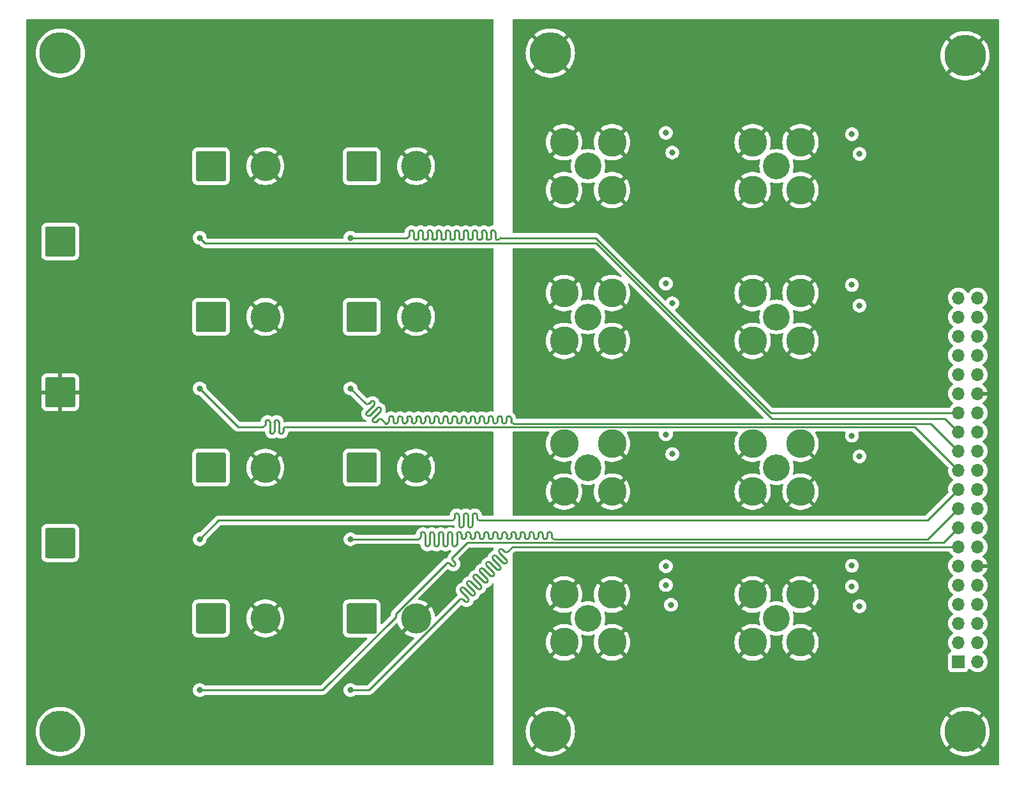
<source format=gbr>
G04 #@! TF.GenerationSoftware,KiCad,Pcbnew,6.0.0-d3dd2cf0fa~116~ubuntu21.10.1*
G04 #@! TF.CreationDate,2022-01-19T11:25:05+00:00*
G04 #@! TF.ProjectId,latbox_cycloneV,6c617462-6f78-45f6-9379-636c6f6e6556,rev?*
G04 #@! TF.SameCoordinates,Original*
G04 #@! TF.FileFunction,Copper,L3,Inr*
G04 #@! TF.FilePolarity,Positive*
%FSLAX46Y46*%
G04 Gerber Fmt 4.6, Leading zero omitted, Abs format (unit mm)*
G04 Created by KiCad (PCBNEW 6.0.0-d3dd2cf0fa~116~ubuntu21.10.1) date 2022-01-19 11:25:05*
%MOMM*%
%LPD*%
G01*
G04 APERTURE LIST*
G04 #@! TA.AperFunction,ComponentPad*
%ADD10C,5.500000*%
G04 #@! TD*
G04 #@! TA.AperFunction,ComponentPad*
%ADD11C,4.000000*%
G04 #@! TD*
G04 #@! TA.AperFunction,ComponentPad*
%ADD12C,3.556000*%
G04 #@! TD*
G04 #@! TA.AperFunction,ComponentPad*
%ADD13C,3.810000*%
G04 #@! TD*
G04 #@! TA.AperFunction,ComponentPad*
%ADD14R,1.700000X1.700000*%
G04 #@! TD*
G04 #@! TA.AperFunction,ComponentPad*
%ADD15O,1.700000X1.700000*%
G04 #@! TD*
G04 #@! TA.AperFunction,ViaPad*
%ADD16C,0.800000*%
G04 #@! TD*
G04 #@! TA.AperFunction,Conductor*
%ADD17C,0.250000*%
G04 #@! TD*
G04 APERTURE END LIST*
D10*
X55000000Y-55000000D03*
G04 #@! TA.AperFunction,ComponentPad*
G36*
G01*
X93000000Y-111750000D02*
X93000000Y-108250000D01*
G75*
G02*
X93250000Y-108000000I250000J0D01*
G01*
X96750000Y-108000000D01*
G75*
G02*
X97000000Y-108250000I0J-250000D01*
G01*
X97000000Y-111750000D01*
G75*
G02*
X96750000Y-112000000I-250000J0D01*
G01*
X93250000Y-112000000D01*
G75*
G02*
X93000000Y-111750000I0J250000D01*
G01*
G37*
G04 #@! TD.AperFunction*
D11*
X102200000Y-110000000D03*
G04 #@! TA.AperFunction,ComponentPad*
G36*
G01*
X93000000Y-71750000D02*
X93000000Y-68250000D01*
G75*
G02*
X93250000Y-68000000I250000J0D01*
G01*
X96750000Y-68000000D01*
G75*
G02*
X97000000Y-68250000I0J-250000D01*
G01*
X97000000Y-71750000D01*
G75*
G02*
X96750000Y-72000000I-250000J0D01*
G01*
X93250000Y-72000000D01*
G75*
G02*
X93000000Y-71750000I0J250000D01*
G01*
G37*
G04 #@! TD.AperFunction*
X102200000Y-70000000D03*
G04 #@! TA.AperFunction,ComponentPad*
G36*
G01*
X73000000Y-131750000D02*
X73000000Y-128250000D01*
G75*
G02*
X73250000Y-128000000I250000J0D01*
G01*
X76750000Y-128000000D01*
G75*
G02*
X77000000Y-128250000I0J-250000D01*
G01*
X77000000Y-131750000D01*
G75*
G02*
X76750000Y-132000000I-250000J0D01*
G01*
X73250000Y-132000000D01*
G75*
G02*
X73000000Y-131750000I0J250000D01*
G01*
G37*
G04 #@! TD.AperFunction*
X82200000Y-130000000D03*
G04 #@! TA.AperFunction,ComponentPad*
G36*
G01*
X93000000Y-131750000D02*
X93000000Y-128250000D01*
G75*
G02*
X93250000Y-128000000I250000J0D01*
G01*
X96750000Y-128000000D01*
G75*
G02*
X97000000Y-128250000I0J-250000D01*
G01*
X97000000Y-131750000D01*
G75*
G02*
X96750000Y-132000000I-250000J0D01*
G01*
X93250000Y-132000000D01*
G75*
G02*
X93000000Y-131750000I0J250000D01*
G01*
G37*
G04 #@! TD.AperFunction*
X102200000Y-130000000D03*
G04 #@! TA.AperFunction,ComponentPad*
G36*
G01*
X53000000Y-81750000D02*
X53000000Y-78250000D01*
G75*
G02*
X53250000Y-78000000I250000J0D01*
G01*
X56750000Y-78000000D01*
G75*
G02*
X57000000Y-78250000I0J-250000D01*
G01*
X57000000Y-81750000D01*
G75*
G02*
X56750000Y-82000000I-250000J0D01*
G01*
X53250000Y-82000000D01*
G75*
G02*
X53000000Y-81750000I0J250000D01*
G01*
G37*
G04 #@! TD.AperFunction*
D12*
X125000000Y-130000000D03*
D13*
X121825000Y-133175000D03*
X121825000Y-126825000D03*
X128175000Y-133175000D03*
X128175000Y-126825000D03*
D12*
X150000000Y-130000000D03*
D13*
X153175000Y-126825000D03*
X153175000Y-133175000D03*
X146825000Y-126825000D03*
X146825000Y-133175000D03*
G04 #@! TA.AperFunction,ComponentPad*
G36*
G01*
X73000000Y-71750000D02*
X73000000Y-68250000D01*
G75*
G02*
X73250000Y-68000000I250000J0D01*
G01*
X76750000Y-68000000D01*
G75*
G02*
X77000000Y-68250000I0J-250000D01*
G01*
X77000000Y-71750000D01*
G75*
G02*
X76750000Y-72000000I-250000J0D01*
G01*
X73250000Y-72000000D01*
G75*
G02*
X73000000Y-71750000I0J250000D01*
G01*
G37*
G04 #@! TD.AperFunction*
D11*
X82200000Y-70000000D03*
G04 #@! TA.AperFunction,ComponentPad*
G36*
G01*
X73000000Y-111750000D02*
X73000000Y-108250000D01*
G75*
G02*
X73250000Y-108000000I250000J0D01*
G01*
X76750000Y-108000000D01*
G75*
G02*
X77000000Y-108250000I0J-250000D01*
G01*
X77000000Y-111750000D01*
G75*
G02*
X76750000Y-112000000I-250000J0D01*
G01*
X73250000Y-112000000D01*
G75*
G02*
X73000000Y-111750000I0J250000D01*
G01*
G37*
G04 #@! TD.AperFunction*
X82200000Y-110000000D03*
D10*
X175000000Y-55350000D03*
D12*
X125000000Y-70000000D03*
D13*
X121825000Y-73175000D03*
X121825000Y-66825000D03*
X128175000Y-73175000D03*
X128175000Y-66825000D03*
G04 #@! TA.AperFunction,ComponentPad*
G36*
G01*
X73000000Y-91750000D02*
X73000000Y-88250000D01*
G75*
G02*
X73250000Y-88000000I250000J0D01*
G01*
X76750000Y-88000000D01*
G75*
G02*
X77000000Y-88250000I0J-250000D01*
G01*
X77000000Y-91750000D01*
G75*
G02*
X76750000Y-92000000I-250000J0D01*
G01*
X73250000Y-92000000D01*
G75*
G02*
X73000000Y-91750000I0J250000D01*
G01*
G37*
G04 #@! TD.AperFunction*
D11*
X82200000Y-90000000D03*
G04 #@! TA.AperFunction,ComponentPad*
G36*
G01*
X53000000Y-101750000D02*
X53000000Y-98250000D01*
G75*
G02*
X53250000Y-98000000I250000J0D01*
G01*
X56750000Y-98000000D01*
G75*
G02*
X57000000Y-98250000I0J-250000D01*
G01*
X57000000Y-101750000D01*
G75*
G02*
X56750000Y-102000000I-250000J0D01*
G01*
X53250000Y-102000000D01*
G75*
G02*
X53000000Y-101750000I0J250000D01*
G01*
G37*
G04 #@! TD.AperFunction*
D12*
X150000000Y-90000000D03*
D13*
X146825000Y-93175000D03*
X153175000Y-93175000D03*
X153175000Y-86825000D03*
X146825000Y-86825000D03*
D14*
X174110000Y-135750000D03*
D15*
X176650000Y-135750000D03*
X174110000Y-133210000D03*
X176650000Y-133210000D03*
X174110000Y-130670000D03*
X176650000Y-130670000D03*
X174110000Y-128130000D03*
X176650000Y-128130000D03*
X174110000Y-125590000D03*
X176650000Y-125590000D03*
X174110000Y-123050000D03*
X176650000Y-123050000D03*
X174110000Y-120510000D03*
X176650000Y-120510000D03*
X174110000Y-117970000D03*
X176650000Y-117970000D03*
X174110000Y-115430000D03*
X176650000Y-115430000D03*
X174110000Y-112890000D03*
X176650000Y-112890000D03*
X174110000Y-110350000D03*
X176650000Y-110350000D03*
X174110000Y-107810000D03*
X176650000Y-107810000D03*
X174110000Y-105270000D03*
X176650000Y-105270000D03*
X174110000Y-102730000D03*
X176650000Y-102730000D03*
X174110000Y-100190000D03*
X176650000Y-100190000D03*
X174110000Y-97650000D03*
X176650000Y-97650000D03*
X174110000Y-95110000D03*
X176650000Y-95110000D03*
X174110000Y-92570000D03*
X176650000Y-92570000D03*
X174110000Y-90030000D03*
X176650000Y-90030000D03*
X174110000Y-87490000D03*
X176650000Y-87490000D03*
D10*
X175000000Y-145000000D03*
X120000000Y-145000000D03*
G04 #@! TA.AperFunction,ComponentPad*
G36*
G01*
X93000000Y-91750000D02*
X93000000Y-88250000D01*
G75*
G02*
X93250000Y-88000000I250000J0D01*
G01*
X96750000Y-88000000D01*
G75*
G02*
X97000000Y-88250000I0J-250000D01*
G01*
X97000000Y-91750000D01*
G75*
G02*
X96750000Y-92000000I-250000J0D01*
G01*
X93250000Y-92000000D01*
G75*
G02*
X93000000Y-91750000I0J250000D01*
G01*
G37*
G04 #@! TD.AperFunction*
D11*
X102200000Y-90000000D03*
D12*
X125000000Y-90000000D03*
D13*
X128175000Y-86825000D03*
X121825000Y-93175000D03*
X128175000Y-93175000D03*
X121825000Y-86825000D03*
D12*
X125000000Y-110000000D03*
D13*
X128175000Y-113175000D03*
X128175000Y-106825000D03*
X121825000Y-113175000D03*
X121825000Y-106825000D03*
D12*
X150000000Y-70000000D03*
D13*
X153175000Y-73175000D03*
X146825000Y-73175000D03*
X146825000Y-66825000D03*
X153175000Y-66825000D03*
D12*
X150000000Y-110000000D03*
D13*
X146825000Y-113175000D03*
X153175000Y-113175000D03*
X153175000Y-106825000D03*
X146825000Y-106825000D03*
D10*
X120000000Y-55000000D03*
G04 #@! TA.AperFunction,ComponentPad*
G36*
G01*
X53000000Y-121750000D02*
X53000000Y-118250000D01*
G75*
G02*
X53250000Y-118000000I250000J0D01*
G01*
X56750000Y-118000000D01*
G75*
G02*
X57000000Y-118250000I0J-250000D01*
G01*
X57000000Y-121750000D01*
G75*
G02*
X56750000Y-122000000I-250000J0D01*
G01*
X53250000Y-122000000D01*
G75*
G02*
X53000000Y-121750000I0J250000D01*
G01*
G37*
G04 #@! TD.AperFunction*
X55000000Y-145000000D03*
D16*
X160000000Y-123000000D03*
X160000000Y-65750000D03*
X135325000Y-105575000D03*
X135325000Y-125575000D03*
X135325000Y-123075000D03*
X135325000Y-65575000D03*
X160000000Y-85750000D03*
X135325000Y-85575000D03*
X160000000Y-125750000D03*
X160000000Y-105750000D03*
X161000000Y-68375011D03*
X161000000Y-88500000D03*
X136174500Y-108184500D03*
X136000000Y-128184500D03*
X93500000Y-139500000D03*
X73500000Y-139500000D03*
X93500000Y-119500000D03*
X73500000Y-119500000D03*
X93500000Y-99500000D03*
X73500000Y-99500000D03*
X93500000Y-79500000D03*
X73500000Y-79500000D03*
X136174500Y-68184500D03*
X136174500Y-88184500D03*
X161000000Y-108500000D03*
X161000000Y-128375011D03*
D17*
X108592922Y-125971597D02*
X109515760Y-126894434D01*
X114182679Y-122227513D02*
X114182679Y-122227514D01*
X111637086Y-124773107D02*
X110714249Y-123850269D01*
X111138515Y-123426005D02*
X111138515Y-123426004D01*
X109940024Y-126470169D02*
X109017187Y-125547331D01*
X112485617Y-123924575D02*
X112485617Y-123924576D01*
X109441453Y-125123067D02*
X109441453Y-125123066D01*
X110289984Y-124274536D02*
X110289984Y-124274535D01*
X113334148Y-123076044D02*
X113334148Y-123076045D01*
X113684108Y-120880412D02*
X113684108Y-120880411D01*
X113684108Y-120880411D02*
X113933396Y-121129699D01*
X111987046Y-122577474D02*
X111987046Y-122577473D01*
X112835577Y-121728943D02*
X112835577Y-121728942D01*
X112485617Y-123924576D02*
X111562780Y-123001738D01*
X111637086Y-124773106D02*
X111637086Y-124773107D01*
X112835577Y-121728942D02*
X113758415Y-122651779D01*
X114977356Y-120510000D02*
X174110000Y-120510000D01*
X95987356Y-139500000D02*
X107993678Y-127493678D01*
X111987046Y-122577473D02*
X112909884Y-123500310D01*
X113334148Y-123076045D02*
X112411311Y-122153207D01*
X108592922Y-125971598D02*
X108592922Y-125971597D01*
X109441453Y-125123066D02*
X110364291Y-126045903D01*
X111138515Y-123426004D02*
X112061353Y-124348841D01*
X109091493Y-127318699D02*
X109091493Y-127318700D01*
X110788555Y-125621638D02*
X109865718Y-124698800D01*
X114357660Y-121129699D02*
X114977356Y-120510000D01*
X109940024Y-126470168D02*
X109940024Y-126470169D01*
X109091493Y-127318700D02*
X108168656Y-126395862D01*
X93500000Y-139500000D02*
X95987356Y-139500000D01*
X114182679Y-122227514D02*
X113259842Y-121304676D01*
X110289984Y-124274535D02*
X111212822Y-125197372D01*
X110788555Y-125621637D02*
X110788555Y-125621638D01*
X108417942Y-127493678D02*
X108667229Y-127742965D01*
X112485617Y-123924575D02*
G75*
G02*
X112485617Y-124348841I-212134J-212133D01*
G01*
X111138514Y-123426006D02*
G75*
G03*
X110714250Y-123426006I-212132J-212130D01*
G01*
X109091492Y-127742964D02*
G75*
G02*
X108667230Y-127742964I-212131J212131D01*
G01*
X114182679Y-122227513D02*
G75*
G02*
X114182679Y-122651779I-212134J-212133D01*
G01*
X111987045Y-122577475D02*
G75*
G03*
X111562781Y-122577475I-212132J-212130D01*
G01*
X108168657Y-125971599D02*
G75*
G03*
X108168657Y-126395861I212131J-212131D01*
G01*
X111637086Y-124773106D02*
G75*
G02*
X111637086Y-125197372I-212134J-212133D01*
G01*
X110289983Y-124274537D02*
G75*
G03*
X109865719Y-124274537I-212132J-212130D01*
G01*
X109940024Y-126470168D02*
G75*
G02*
X109940024Y-126894434I-212134J-212133D01*
G01*
X112485616Y-124348840D02*
G75*
G02*
X112061354Y-124348840I-212131J212131D01*
G01*
X113334148Y-123076044D02*
G75*
G02*
X113334148Y-123500310I-212134J-212133D01*
G01*
X109441452Y-125123068D02*
G75*
G03*
X109017188Y-125123068I-212132J-212130D01*
G01*
X114357659Y-121129698D02*
G75*
G02*
X113933397Y-121129698I-212131J212131D01*
G01*
X109865719Y-124274537D02*
G75*
G03*
X109865719Y-124698799I212131J-212131D01*
G01*
X114182678Y-122651778D02*
G75*
G02*
X113758416Y-122651778I-212131J212131D01*
G01*
X113259843Y-120880413D02*
G75*
G03*
X113259843Y-121304675I212131J-212131D01*
G01*
X110788555Y-125621637D02*
G75*
G02*
X110788555Y-126045903I-212134J-212133D01*
G01*
X108592921Y-125971599D02*
G75*
G03*
X108168657Y-125971599I-212132J-212130D01*
G01*
X108417941Y-127493679D02*
G75*
G03*
X107993679Y-127493679I-212131J-212131D01*
G01*
X111637085Y-125197371D02*
G75*
G02*
X111212823Y-125197371I-212131J212131D01*
G01*
X111562781Y-122577475D02*
G75*
G03*
X111562781Y-123001737I212131J-212131D01*
G01*
X109017188Y-125123068D02*
G75*
G03*
X109017188Y-125547330I212131J-212131D01*
G01*
X109091493Y-127318699D02*
G75*
G02*
X109091493Y-127742965I-212134J-212133D01*
G01*
X113684107Y-120880413D02*
G75*
G03*
X113259843Y-120880413I-212132J-212130D01*
G01*
X112835576Y-121728944D02*
G75*
G03*
X112411312Y-121728944I-212132J-212130D01*
G01*
X112411312Y-121728944D02*
G75*
G03*
X112411312Y-122153206I212131J-212131D01*
G01*
X110788554Y-126045902D02*
G75*
G02*
X110364292Y-126045902I-212131J212131D01*
G01*
X109940023Y-126894433D02*
G75*
G02*
X109515761Y-126894433I-212131J212131D01*
G01*
X110714250Y-123426006D02*
G75*
G03*
X110714250Y-123850268I212131J-212131D01*
G01*
X113334147Y-123500309D02*
G75*
G02*
X112909885Y-123500309I-212131J212131D01*
G01*
X107054849Y-121857792D02*
X107054850Y-121857793D01*
X107337692Y-122564898D02*
X107337692Y-122564899D01*
X99500000Y-129812493D02*
X99500000Y-129412644D01*
X108963124Y-119949520D02*
X172130480Y-119949520D01*
X172130480Y-119949520D02*
X174110000Y-117970000D01*
X107337692Y-122564899D02*
X107054849Y-122282056D01*
X106630586Y-122706322D02*
X106913428Y-122989164D01*
X73500000Y-139500000D02*
X89812493Y-139500000D01*
X99500000Y-129412644D02*
X106206322Y-122706322D01*
X107054850Y-121857793D02*
X108963124Y-119949520D01*
X89812493Y-139500000D02*
X99500000Y-129812493D01*
X107337692Y-122564898D02*
G75*
G02*
X107337692Y-122989164I-212134J-212133D01*
G01*
X106630585Y-122706323D02*
G75*
G03*
X106206323Y-122706323I-212131J-212131D01*
G01*
X107054850Y-121857793D02*
G75*
G03*
X107054850Y-122282055I212131J-212131D01*
G01*
X107337691Y-122989163D02*
G75*
G02*
X106913429Y-122989163I-212131J212131D01*
G01*
X110600000Y-118833837D02*
X110600000Y-119200000D01*
X103400000Y-119200000D02*
X103400000Y-120166163D01*
X107600000Y-120166163D02*
X107600000Y-119500000D01*
X111800000Y-118833837D02*
X111800000Y-119200000D01*
X104600000Y-119500000D02*
X104600000Y-120166163D01*
X120200000Y-118833837D02*
X120200000Y-119200000D01*
X107000000Y-119500000D02*
X107000000Y-120166163D01*
X170040000Y-119500000D02*
X174110000Y-115430000D01*
X107000000Y-118833837D02*
X107000000Y-119500000D01*
X104000000Y-120166163D02*
X104000000Y-119500000D01*
X113600000Y-119200000D02*
X113600000Y-118833837D01*
X108200000Y-118833837D02*
X108200000Y-119200000D01*
X93500000Y-119500000D02*
X102500000Y-119500000D01*
X110000000Y-119200000D02*
X110000000Y-118833837D01*
X105800000Y-118833837D02*
X105800000Y-119500000D01*
X133750000Y-119500000D02*
X170040000Y-119500000D01*
X115400000Y-118833837D02*
X115400000Y-119200000D01*
X103400000Y-118833837D02*
X103400000Y-119200000D01*
X107600000Y-119500000D02*
X107600000Y-118833837D01*
X105200000Y-119500000D02*
X105200000Y-118833837D01*
X114800000Y-119200000D02*
X114800000Y-118833837D01*
X102800000Y-119200000D02*
X102800000Y-118833837D01*
X105800000Y-119500000D02*
X105800000Y-120166163D01*
X113000000Y-118833837D02*
X113000000Y-119200000D01*
X104000000Y-119500000D02*
X104000000Y-118833837D01*
X108800000Y-119200000D02*
X108800000Y-118833837D01*
X119000000Y-118833837D02*
X119000000Y-119200000D01*
X106400000Y-120166163D02*
X106400000Y-119500000D01*
X117800000Y-118833837D02*
X117800000Y-119200000D01*
X104600000Y-118833837D02*
X104600000Y-119500000D01*
X105200000Y-120166163D02*
X105200000Y-119500000D01*
X109400000Y-118833837D02*
X109400000Y-119200000D01*
X114200000Y-118833837D02*
X114200000Y-119200000D01*
X116000000Y-119200000D02*
X116000000Y-118833837D01*
X118400000Y-119200000D02*
X118400000Y-118833837D01*
X119600000Y-119200000D02*
X119600000Y-118833837D01*
X116600000Y-118833837D02*
X116600000Y-119200000D01*
X112400000Y-119200000D02*
X112400000Y-118833837D01*
X120500000Y-119500000D02*
X133750000Y-119500000D01*
X117200000Y-119200000D02*
X117200000Y-118833837D01*
X106400000Y-119500000D02*
X106400000Y-118833837D01*
X111200000Y-119200000D02*
X111200000Y-118833837D01*
X115100000Y-118533837D02*
G75*
G03*
X114800000Y-118833837I0J-300000D01*
G01*
X107900000Y-118533837D02*
G75*
G03*
X107600000Y-118833837I0J-300000D01*
G01*
X113000000Y-118833837D02*
G75*
G03*
X112700000Y-118533837I-300000J0D01*
G01*
X104300000Y-118533837D02*
G75*
G03*
X104000000Y-118833837I0J-300000D01*
G01*
X108800000Y-119200000D02*
G75*
G02*
X108500000Y-119500000I-300000J0D01*
G01*
X120200000Y-118833837D02*
G75*
G03*
X119900000Y-118533837I-300000J0D01*
G01*
X103400000Y-118833837D02*
G75*
G03*
X103100000Y-118533837I-300000J0D01*
G01*
X110300000Y-118533837D02*
G75*
G03*
X110000000Y-118833837I0J-300000D01*
G01*
X105200000Y-120166163D02*
G75*
G02*
X104900000Y-120466163I-300000J0D01*
G01*
X113300000Y-119500000D02*
G75*
G02*
X113000000Y-119200000I0J300000D01*
G01*
X114200000Y-118833837D02*
G75*
G03*
X113900000Y-118533837I-300000J0D01*
G01*
X117800000Y-118833837D02*
G75*
G03*
X117500000Y-118533837I-300000J0D01*
G01*
X104600000Y-118833837D02*
G75*
G03*
X104300000Y-118533837I-300000J0D01*
G01*
X108500000Y-119500000D02*
G75*
G02*
X108200000Y-119200000I0J300000D01*
G01*
X112100000Y-119500000D02*
G75*
G02*
X111800000Y-119200000I0J300000D01*
G01*
X108200000Y-118833837D02*
G75*
G03*
X107900000Y-118533837I-300000J0D01*
G01*
X118100000Y-119500000D02*
G75*
G02*
X117800000Y-119200000I0J300000D01*
G01*
X107300000Y-120466163D02*
G75*
G02*
X107000000Y-120166163I0J300000D01*
G01*
X117500000Y-118533837D02*
G75*
G03*
X117200000Y-118833837I0J-300000D01*
G01*
X106100000Y-120466163D02*
G75*
G02*
X105800000Y-120166163I0J300000D01*
G01*
X109100000Y-118533837D02*
G75*
G03*
X108800000Y-118833837I0J-300000D01*
G01*
X117200000Y-119200000D02*
G75*
G02*
X116900000Y-119500000I-300000J0D01*
G01*
X105800000Y-118833837D02*
G75*
G03*
X105500000Y-118533837I-300000J0D01*
G01*
X103700000Y-120466163D02*
G75*
G02*
X103400000Y-120166163I0J300000D01*
G01*
X118400000Y-119200000D02*
G75*
G02*
X118100000Y-119500000I-300000J0D01*
G01*
X104900000Y-120466163D02*
G75*
G02*
X104600000Y-120166163I0J300000D01*
G01*
X116300000Y-118533837D02*
G75*
G03*
X116000000Y-118833837I0J-300000D01*
G01*
X113900000Y-118533837D02*
G75*
G03*
X113600000Y-118833837I0J-300000D01*
G01*
X119600000Y-119200000D02*
G75*
G02*
X119300000Y-119500000I-300000J0D01*
G01*
X119300000Y-119500000D02*
G75*
G02*
X119000000Y-119200000I0J300000D01*
G01*
X106400000Y-120166163D02*
G75*
G02*
X106100000Y-120466163I-300000J0D01*
G01*
X112700000Y-118533837D02*
G75*
G03*
X112400000Y-118833837I0J-300000D01*
G01*
X109700000Y-119500000D02*
G75*
G02*
X109400000Y-119200000I0J300000D01*
G01*
X112400000Y-119200000D02*
G75*
G02*
X112100000Y-119500000I-300000J0D01*
G01*
X118700000Y-118533837D02*
G75*
G03*
X118400000Y-118833837I0J-300000D01*
G01*
X116000000Y-119200000D02*
G75*
G02*
X115700000Y-119500000I-300000J0D01*
G01*
X119000000Y-118833837D02*
G75*
G03*
X118700000Y-118533837I-300000J0D01*
G01*
X107600000Y-120166163D02*
G75*
G02*
X107300000Y-120466163I-300000J0D01*
G01*
X115700000Y-119500000D02*
G75*
G02*
X115400000Y-119200000I0J300000D01*
G01*
X111200000Y-119200000D02*
G75*
G02*
X110900000Y-119500000I-300000J0D01*
G01*
X109400000Y-118833837D02*
G75*
G03*
X109100000Y-118533837I-300000J0D01*
G01*
X104000000Y-120166163D02*
G75*
G02*
X103700000Y-120466163I-300000J0D01*
G01*
X114500000Y-119500000D02*
G75*
G02*
X114200000Y-119200000I0J300000D01*
G01*
X116600000Y-118833837D02*
G75*
G03*
X116300000Y-118533837I-300000J0D01*
G01*
X106700000Y-118533837D02*
G75*
G03*
X106400000Y-118833837I0J-300000D01*
G01*
X120500000Y-119500000D02*
G75*
G02*
X120200000Y-119200000I0J300000D01*
G01*
X111800000Y-118833837D02*
G75*
G03*
X111500000Y-118533837I-300000J0D01*
G01*
X102800000Y-119200000D02*
G75*
G02*
X102500000Y-119500000I-300000J0D01*
G01*
X115400000Y-118833837D02*
G75*
G03*
X115100000Y-118533837I-300000J0D01*
G01*
X111500000Y-118533837D02*
G75*
G03*
X111200000Y-118833837I0J-300000D01*
G01*
X110600000Y-118833837D02*
G75*
G03*
X110300000Y-118533837I-300000J0D01*
G01*
X114800000Y-119200000D02*
G75*
G02*
X114500000Y-119500000I-300000J0D01*
G01*
X119900000Y-118533837D02*
G75*
G03*
X119600000Y-118833837I0J-300000D01*
G01*
X107000000Y-118833837D02*
G75*
G03*
X106700000Y-118533837I-300000J0D01*
G01*
X116900000Y-119500000D02*
G75*
G02*
X116600000Y-119200000I0J300000D01*
G01*
X105500000Y-118533837D02*
G75*
G03*
X105200000Y-118833837I0J-300000D01*
G01*
X110900000Y-119500000D02*
G75*
G02*
X110600000Y-119200000I0J300000D01*
G01*
X110000000Y-119200000D02*
G75*
G02*
X109700000Y-119500000I-300000J0D01*
G01*
X103100000Y-118533837D02*
G75*
G03*
X102800000Y-118833837I0J-300000D01*
G01*
X113600000Y-119200000D02*
G75*
G02*
X113300000Y-119500000I-300000J0D01*
G01*
X109100000Y-117000000D02*
X109100000Y-117648150D01*
X107900000Y-116351850D02*
X107900000Y-116700000D01*
X109700000Y-117648150D02*
X109700000Y-117000000D01*
X107900000Y-116700000D02*
X107900000Y-117648150D01*
X125666434Y-117000000D02*
X170000000Y-117000000D01*
X109100000Y-116351850D02*
X109100000Y-117000000D01*
X170000000Y-117000000D02*
X174110000Y-112890000D01*
X109700000Y-117000000D02*
X109700000Y-116351850D01*
X76000000Y-117000000D02*
X107000000Y-117000000D01*
X108500000Y-117648150D02*
X108500000Y-117000000D01*
X110300000Y-116351850D02*
X110300000Y-116700000D01*
X110600000Y-117000000D02*
X125666434Y-117000000D01*
X73500000Y-119500000D02*
X76000000Y-117000000D01*
X108500000Y-117000000D02*
X108500000Y-116351850D01*
X107300000Y-116700000D02*
X107300000Y-116351850D01*
X107300000Y-116700000D02*
G75*
G02*
X107000000Y-117000000I-300000J0D01*
G01*
X107600000Y-116051850D02*
G75*
G03*
X107300000Y-116351850I0J-300000D01*
G01*
X109700000Y-117648150D02*
G75*
G02*
X109400000Y-117948150I-300000J0D01*
G01*
X108500000Y-117648150D02*
G75*
G02*
X108200000Y-117948150I-300000J0D01*
G01*
X110600000Y-117000000D02*
G75*
G02*
X110300000Y-116700000I0J300000D01*
G01*
X110000000Y-116051850D02*
G75*
G03*
X109700000Y-116351850I0J-300000D01*
G01*
X110300000Y-116351850D02*
G75*
G03*
X110000000Y-116051850I-300000J0D01*
G01*
X108800000Y-116051850D02*
G75*
G03*
X108500000Y-116351850I0J-300000D01*
G01*
X107900000Y-116351850D02*
G75*
G03*
X107600000Y-116051850I-300000J0D01*
G01*
X109100000Y-116351850D02*
G75*
G03*
X108800000Y-116051850I-300000J0D01*
G01*
X108200000Y-117948150D02*
G75*
G02*
X107900000Y-117648150I0J300000D01*
G01*
X109400000Y-117948150D02*
G75*
G02*
X109100000Y-117648150I0J300000D01*
G01*
X170445969Y-104145969D02*
X174110000Y-107810000D01*
X95924265Y-101499999D02*
X95924264Y-101500000D01*
X111795969Y-103845969D02*
X111795969Y-103453455D01*
X105795969Y-103845969D02*
X105795969Y-103453455D01*
X96348527Y-101924263D02*
X95646713Y-102626076D01*
X97474604Y-102495241D02*
X96495239Y-103474602D01*
X114795969Y-103453455D02*
X114795969Y-103845969D01*
X106995969Y-103845969D02*
X106995969Y-103453455D01*
X108795969Y-103453455D02*
X108795969Y-103845969D01*
X103995969Y-103453455D02*
X103995969Y-103845969D01*
X98595969Y-103845969D02*
X98595969Y-103453455D01*
X93500000Y-99500000D02*
X95500000Y-101500000D01*
X100995969Y-103845969D02*
X100995969Y-103453455D01*
X104595969Y-103845969D02*
X104595969Y-103453455D01*
X96070978Y-103050339D02*
X96070977Y-103050340D01*
X96919504Y-103898865D02*
X96919503Y-103898866D01*
X103395969Y-103845969D02*
X103395969Y-103453455D01*
X102195969Y-103845969D02*
X102195969Y-103453455D01*
X109995969Y-103453455D02*
X109995969Y-103845969D01*
X115095969Y-104145969D02*
X122345969Y-104145969D01*
X102795969Y-103453455D02*
X102795969Y-103845969D01*
X99195969Y-103453455D02*
X99195969Y-103845969D01*
X96919503Y-103898866D02*
X97197052Y-103621316D01*
X113595969Y-103453455D02*
X113595969Y-103845969D01*
X106395969Y-103453455D02*
X106395969Y-103845969D01*
X122345969Y-104145969D02*
X170445969Y-104145969D01*
X96070977Y-103050340D02*
X97050338Y-102070975D01*
X112995969Y-103845969D02*
X112995969Y-103453455D01*
X97621316Y-103621316D02*
X98145969Y-104145969D01*
X98145969Y-104145969D02*
X98295969Y-104145969D01*
X99795969Y-103845969D02*
X99795969Y-103453455D01*
X107595969Y-103453455D02*
X107595969Y-103845969D01*
X110595969Y-103845969D02*
X110595969Y-103453455D01*
X97474603Y-102495242D02*
X97474604Y-102495241D01*
X112395969Y-103453455D02*
X112395969Y-103845969D01*
X96626077Y-101646716D02*
X96626078Y-101646715D01*
X100395969Y-103453455D02*
X100395969Y-103845969D01*
X101595969Y-103453455D02*
X101595969Y-103845969D01*
X108195969Y-103845969D02*
X108195969Y-103453455D01*
X96626078Y-101646715D02*
X96348527Y-101924263D01*
X105195969Y-103453455D02*
X105195969Y-103845969D01*
X109395969Y-103845969D02*
X109395969Y-103453455D01*
X111195969Y-103453455D02*
X111195969Y-103845969D01*
X95924264Y-101500000D02*
X96201814Y-101222451D01*
X114195969Y-103845969D02*
X114195969Y-103453455D01*
X99495969Y-104145969D02*
G75*
G02*
X99195969Y-103845969I0J300000D01*
G01*
X106095969Y-103153455D02*
G75*
G03*
X105795969Y-103453455I0J-300000D01*
G01*
X96495240Y-103898865D02*
G75*
G02*
X96495240Y-103474603I212131J212131D01*
G01*
X99195969Y-103453455D02*
G75*
G03*
X98895969Y-103153455I-300000J0D01*
G01*
X113595969Y-103453455D02*
G75*
G03*
X113295969Y-103153455I-300000J0D01*
G01*
X109095969Y-104145969D02*
G75*
G02*
X108795969Y-103845969I0J300000D01*
G01*
X109695969Y-103153455D02*
G75*
G03*
X109395969Y-103453455I0J-300000D01*
G01*
X104895969Y-103153455D02*
G75*
G03*
X104595969Y-103453455I0J-300000D01*
G01*
X99795969Y-103845969D02*
G75*
G02*
X99495969Y-104145969I-300000J0D01*
G01*
X106395969Y-103453455D02*
G75*
G03*
X106095969Y-103153455I-300000J0D01*
G01*
X102495969Y-103153455D02*
G75*
G03*
X102195969Y-103453455I0J-300000D01*
G01*
X102795969Y-103453455D02*
G75*
G03*
X102495969Y-103153455I-300000J0D01*
G01*
X108795969Y-103453455D02*
G75*
G03*
X108495969Y-103153455I-300000J0D01*
G01*
X101295969Y-103153455D02*
G75*
G03*
X100995969Y-103453455I0J-300000D01*
G01*
X113295969Y-103153455D02*
G75*
G03*
X112995969Y-103453455I0J-300000D01*
G01*
X106695969Y-104145969D02*
G75*
G02*
X106395969Y-103845969I0J300000D01*
G01*
X96919503Y-103898864D02*
G75*
G02*
X96495240Y-103898865I-212132J212130D01*
G01*
X105195969Y-103453455D02*
G75*
G03*
X104895969Y-103153455I-300000J0D01*
G01*
X101595969Y-103453455D02*
G75*
G03*
X101295969Y-103153455I-300000J0D01*
G01*
X112995969Y-103845969D02*
G75*
G02*
X112695969Y-104145969I-300000J0D01*
G01*
X108495969Y-103153455D02*
G75*
G03*
X108195969Y-103453455I0J-300000D01*
G01*
X96626077Y-101222452D02*
G75*
G03*
X96201815Y-101222452I-212131J-212131D01*
G01*
X95924265Y-101499999D02*
G75*
G02*
X95500000Y-101500000I-212133J212127D01*
G01*
X109995969Y-103453455D02*
G75*
G03*
X109695969Y-103153455I-300000J0D01*
G01*
X97474603Y-102495242D02*
G75*
G03*
X97474604Y-102070977I-212134J212133D01*
G01*
X112095969Y-103153455D02*
G75*
G03*
X111795969Y-103453455I0J-300000D01*
G01*
X108195969Y-103845969D02*
G75*
G02*
X107895969Y-104145969I-300000J0D01*
G01*
X96070977Y-103050338D02*
G75*
G02*
X95646714Y-103050339I-212132J212130D01*
G01*
X109395969Y-103845969D02*
G75*
G02*
X109095969Y-104145969I-300000J0D01*
G01*
X106995969Y-103845969D02*
G75*
G02*
X106695969Y-104145969I-300000J0D01*
G01*
X102195969Y-103845969D02*
G75*
G02*
X101895969Y-104145969I-300000J0D01*
G01*
X114195969Y-103845969D02*
G75*
G02*
X113895969Y-104145969I-300000J0D01*
G01*
X114795969Y-103453455D02*
G75*
G03*
X114495969Y-103153455I-300000J0D01*
G01*
X103395969Y-103845969D02*
G75*
G02*
X103095969Y-104145969I-300000J0D01*
G01*
X114495969Y-103153455D02*
G75*
G03*
X114195969Y-103453455I0J-300000D01*
G01*
X110895969Y-103153455D02*
G75*
G03*
X110595969Y-103453455I0J-300000D01*
G01*
X107295969Y-103153455D02*
G75*
G03*
X106995969Y-103453455I0J-300000D01*
G01*
X112695969Y-104145969D02*
G75*
G02*
X112395969Y-103845969I0J300000D01*
G01*
X111495969Y-104145969D02*
G75*
G02*
X111195969Y-103845969I0J300000D01*
G01*
X115095969Y-104145969D02*
G75*
G02*
X114795969Y-103845969I0J300000D01*
G01*
X107595969Y-103453455D02*
G75*
G03*
X107295969Y-103153455I-300000J0D01*
G01*
X105795969Y-103845969D02*
G75*
G02*
X105495969Y-104145969I-300000J0D01*
G01*
X105495969Y-104145969D02*
G75*
G02*
X105195969Y-103845969I0J300000D01*
G01*
X95646714Y-103050339D02*
G75*
G02*
X95646714Y-102626077I212131J212131D01*
G01*
X101895969Y-104145969D02*
G75*
G02*
X101595969Y-103845969I0J300000D01*
G01*
X98595969Y-103845969D02*
G75*
G02*
X98295969Y-104145969I-300000J0D01*
G01*
X103095969Y-104145969D02*
G75*
G02*
X102795969Y-103845969I0J300000D01*
G01*
X111195969Y-103453455D02*
G75*
G03*
X110895969Y-103153455I-300000J0D01*
G01*
X112395969Y-103453455D02*
G75*
G03*
X112095969Y-103153455I-300000J0D01*
G01*
X111795969Y-103845969D02*
G75*
G02*
X111495969Y-104145969I-300000J0D01*
G01*
X104595969Y-103845969D02*
G75*
G02*
X104295969Y-104145969I-300000J0D01*
G01*
X96626077Y-101646716D02*
G75*
G03*
X96626078Y-101222451I-212134J212133D01*
G01*
X104295969Y-104145969D02*
G75*
G02*
X103995969Y-103845969I0J300000D01*
G01*
X100995969Y-103845969D02*
G75*
G02*
X100695969Y-104145969I-300000J0D01*
G01*
X97621315Y-103621317D02*
G75*
G03*
X97197053Y-103621317I-212131J-212131D01*
G01*
X103995969Y-103453455D02*
G75*
G03*
X103695969Y-103153455I-300000J0D01*
G01*
X107895969Y-104145969D02*
G75*
G02*
X107595969Y-103845969I0J300000D01*
G01*
X110595969Y-103845969D02*
G75*
G02*
X110295969Y-104145969I-300000J0D01*
G01*
X110295969Y-104145969D02*
G75*
G02*
X109995969Y-103845969I0J300000D01*
G01*
X113895969Y-104145969D02*
G75*
G02*
X113595969Y-103845969I0J300000D01*
G01*
X100695969Y-104145969D02*
G75*
G02*
X100395969Y-103845969I0J300000D01*
G01*
X103695969Y-103153455D02*
G75*
G03*
X103395969Y-103453455I0J-300000D01*
G01*
X98895969Y-103153455D02*
G75*
G03*
X98595969Y-103453455I0J-300000D01*
G01*
X97474603Y-102070978D02*
G75*
G03*
X97050339Y-102070976I-212133J-212136D01*
G01*
X100395969Y-103453455D02*
G75*
G03*
X100095969Y-103153455I-300000J0D01*
G01*
X100095969Y-103153455D02*
G75*
G03*
X99795969Y-103453455I0J-300000D01*
G01*
X82804511Y-103962025D02*
X82804511Y-104295489D01*
X84004511Y-103962025D02*
X84004511Y-104595489D01*
X168355489Y-104595489D02*
X174110000Y-110350000D01*
X82804511Y-104295489D02*
X82804511Y-105228953D01*
X84904511Y-104595489D02*
X96726173Y-104595489D01*
X96726173Y-104595489D02*
X168355489Y-104595489D01*
X83404511Y-105228953D02*
X83404511Y-104595489D01*
X84604511Y-105228953D02*
X84604511Y-104895489D01*
X82204511Y-104295489D02*
X82204511Y-103962025D01*
X73500000Y-99500000D02*
X78595489Y-104595489D01*
X84004511Y-104595489D02*
X84004511Y-105228953D01*
X83404511Y-104595489D02*
X83404511Y-103962025D01*
X78595489Y-104595489D02*
X81904511Y-104595489D01*
X83404511Y-105228953D02*
G75*
G02*
X83104511Y-105528953I-300000J0D01*
G01*
X84604511Y-105228953D02*
G75*
G02*
X84304511Y-105528953I-300000J0D01*
G01*
X82804511Y-103962025D02*
G75*
G03*
X82504511Y-103662025I-300000J0D01*
G01*
X84304511Y-105528953D02*
G75*
G02*
X84004511Y-105228953I0J300000D01*
G01*
X84904511Y-104595489D02*
G75*
G03*
X84604511Y-104895489I0J-300000D01*
G01*
X82204511Y-104295489D02*
G75*
G02*
X81904511Y-104595489I-300000J0D01*
G01*
X84004511Y-103962025D02*
G75*
G03*
X83704511Y-103662025I-300000J0D01*
G01*
X82504511Y-103662025D02*
G75*
G03*
X82204511Y-103962025I0J-300000D01*
G01*
X83104511Y-105528953D02*
G75*
G02*
X82804511Y-105228953I0J300000D01*
G01*
X83704511Y-103662025D02*
G75*
G03*
X83404511Y-103962025I0J-300000D01*
G01*
X107300000Y-79500000D02*
X107300000Y-78802930D01*
X101900000Y-79200000D02*
X101900000Y-79623535D01*
X111500000Y-79500000D02*
X111500000Y-79623535D01*
X101300000Y-79200000D02*
X101300000Y-78802930D01*
X108023535Y-79747070D02*
X108376465Y-79747070D01*
X107300000Y-79623535D02*
X107300000Y-79500000D01*
X110900000Y-79623535D02*
X110900000Y-79500000D01*
X111623535Y-79747070D02*
X111976465Y-79747070D01*
X112700000Y-79500000D02*
X112700000Y-79623535D01*
X103100000Y-78802930D02*
X103100000Y-79500000D01*
X110300000Y-78802930D02*
X110300000Y-79500000D01*
X105500000Y-78802930D02*
X105500000Y-79500000D01*
X105500000Y-79500000D02*
X105500000Y-79623535D01*
X101900000Y-78802930D02*
X101900000Y-79200000D01*
X102500000Y-79623535D02*
X102500000Y-79500000D01*
X104300000Y-78802930D02*
X104300000Y-79500000D01*
X105623535Y-79747070D02*
X105976465Y-79747070D01*
X108500000Y-79623535D02*
X108500000Y-79500000D01*
X104423535Y-79747070D02*
X104776465Y-79747070D01*
X103700000Y-79500000D02*
X103700000Y-78802930D01*
X112100000Y-79500000D02*
X112100000Y-78802930D01*
X112100000Y-79623535D02*
X112100000Y-79500000D01*
X126000000Y-79500000D02*
X149230000Y-102730000D01*
X106700000Y-79500000D02*
X106700000Y-79623535D01*
X104900000Y-79500000D02*
X104900000Y-78802930D01*
X106823535Y-79747070D02*
X107176465Y-79747070D01*
X102023535Y-79747070D02*
X102376465Y-79747070D01*
X149230000Y-102730000D02*
X174110000Y-102730000D01*
X112700000Y-78802930D02*
X112700000Y-79500000D01*
X113423535Y-79500000D02*
X114763890Y-79500000D01*
X107900000Y-79500000D02*
X107900000Y-79623535D01*
X114763890Y-79500000D02*
X126000000Y-79500000D01*
X110300000Y-79500000D02*
X110300000Y-79623535D01*
X103223535Y-79747070D02*
X103576465Y-79747070D01*
X102500000Y-79500000D02*
X102500000Y-78802930D01*
X106100000Y-79623535D02*
X106100000Y-79500000D01*
X103100000Y-79500000D02*
X103100000Y-79623535D01*
X109700000Y-79623535D02*
X109700000Y-79500000D01*
X110423535Y-79747070D02*
X110776465Y-79747070D01*
X103700000Y-79623535D02*
X103700000Y-79500000D01*
X110900000Y-79500000D02*
X110900000Y-78802930D01*
X107900000Y-78802930D02*
X107900000Y-79500000D01*
X104900000Y-79623535D02*
X104900000Y-79500000D01*
X109700000Y-79500000D02*
X109700000Y-78802930D01*
X104300000Y-79500000D02*
X104300000Y-79623535D01*
X109100000Y-79500000D02*
X109100000Y-79623535D01*
X109223535Y-79747070D02*
X109576465Y-79747070D01*
X111500000Y-78802930D02*
X111500000Y-79500000D01*
X108500000Y-79500000D02*
X108500000Y-78802930D01*
X93500000Y-79500000D02*
X101000000Y-79500000D01*
X106700000Y-78802930D02*
X106700000Y-79500000D01*
X109100000Y-78802930D02*
X109100000Y-79500000D01*
X106100000Y-79500000D02*
X106100000Y-78802930D01*
X112823535Y-79747070D02*
X113176465Y-79747070D01*
X110000000Y-78502930D02*
G75*
G03*
X109700000Y-78802930I0J-300000D01*
G01*
X104300000Y-78802930D02*
G75*
G03*
X104000000Y-78502930I-300000J0D01*
G01*
X106700000Y-78802930D02*
G75*
G03*
X106400000Y-78502930I-300000J0D01*
G01*
X110900000Y-79623535D02*
G75*
G02*
X110776465Y-79747070I-123536J1D01*
G01*
X103100000Y-78802930D02*
G75*
G03*
X102800000Y-78502930I-300000J0D01*
G01*
X101900000Y-78802930D02*
G75*
G03*
X101600000Y-78502930I-300000J0D01*
G01*
X111200000Y-78502930D02*
G75*
G03*
X110900000Y-78802930I0J-300000D01*
G01*
X107600000Y-78502930D02*
G75*
G03*
X107300000Y-78802930I0J-300000D01*
G01*
X104000000Y-78502930D02*
G75*
G03*
X103700000Y-78802930I0J-300000D01*
G01*
X112100000Y-79623535D02*
G75*
G02*
X111976465Y-79747070I-123536J1D01*
G01*
X102023535Y-79747070D02*
G75*
G02*
X101900000Y-79623535I1J123536D01*
G01*
X105200000Y-78502930D02*
G75*
G03*
X104900000Y-78802930I0J-300000D01*
G01*
X107900000Y-78802930D02*
G75*
G03*
X107600000Y-78502930I-300000J0D01*
G01*
X111623535Y-79747070D02*
G75*
G02*
X111500000Y-79623535I1J123536D01*
G01*
X109223535Y-79747070D02*
G75*
G02*
X109100000Y-79623535I1J123536D01*
G01*
X113300000Y-79623535D02*
G75*
G02*
X113176465Y-79747070I-123536J1D01*
G01*
X102800000Y-78502930D02*
G75*
G03*
X102500000Y-78802930I0J-300000D01*
G01*
X111500000Y-78802930D02*
G75*
G03*
X111200000Y-78502930I-300000J0D01*
G01*
X105500000Y-78802930D02*
G75*
G03*
X105200000Y-78502930I-300000J0D01*
G01*
X102500000Y-79623535D02*
G75*
G02*
X102376465Y-79747070I-123536J1D01*
G01*
X103223535Y-79747070D02*
G75*
G02*
X103100000Y-79623535I1J123536D01*
G01*
X110300000Y-78802930D02*
G75*
G03*
X110000000Y-78502930I-300000J0D01*
G01*
X103700000Y-79623535D02*
G75*
G02*
X103576465Y-79747070I-123536J1D01*
G01*
X106400000Y-78502930D02*
G75*
G03*
X106100000Y-78802930I0J-300000D01*
G01*
X109100000Y-78802930D02*
G75*
G03*
X108800000Y-78502930I-300000J0D01*
G01*
X108023535Y-79747070D02*
G75*
G02*
X107900000Y-79623535I1J123536D01*
G01*
X110423535Y-79747070D02*
G75*
G02*
X110300000Y-79623535I1J123536D01*
G01*
X108800000Y-78502930D02*
G75*
G03*
X108500000Y-78802930I0J-300000D01*
G01*
X112823535Y-79747070D02*
G75*
G02*
X112700000Y-79623535I1J123536D01*
G01*
X106823535Y-79747070D02*
G75*
G02*
X106700000Y-79623535I1J123536D01*
G01*
X104423535Y-79747070D02*
G75*
G02*
X104300000Y-79623535I1J123536D01*
G01*
X112700000Y-78802930D02*
G75*
G03*
X112400000Y-78502930I-300000J0D01*
G01*
X107300000Y-79623535D02*
G75*
G02*
X107176465Y-79747070I-123536J1D01*
G01*
X112400000Y-78502930D02*
G75*
G03*
X112100000Y-78802930I0J-300000D01*
G01*
X109700000Y-79623535D02*
G75*
G02*
X109576465Y-79747070I-123536J1D01*
G01*
X106100000Y-79623535D02*
G75*
G02*
X105976465Y-79747070I-123536J1D01*
G01*
X101600000Y-78502930D02*
G75*
G03*
X101300000Y-78802930I0J-300000D01*
G01*
X113423535Y-79500000D02*
G75*
G03*
X113300000Y-79623535I1J-123536D01*
G01*
X101300000Y-79200000D02*
G75*
G02*
X101000000Y-79500000I-300000J0D01*
G01*
X108500000Y-79623535D02*
G75*
G02*
X108376465Y-79747070I-123536J1D01*
G01*
X105623535Y-79747070D02*
G75*
G02*
X105500000Y-79623535I1J123536D01*
G01*
X104900000Y-79623535D02*
G75*
G02*
X104776465Y-79747070I-123536J1D01*
G01*
X74224511Y-80224511D02*
X126088793Y-80224511D01*
X73500000Y-79500000D02*
X74224511Y-80224511D01*
X149364282Y-103500000D02*
X172340000Y-103500000D01*
X172340000Y-103500000D02*
X174110000Y-105270000D01*
X126088793Y-80224511D02*
X149364282Y-103500000D01*
G04 #@! TA.AperFunction,Conductor*
G36*
X112442121Y-50528002D02*
G01*
X112488614Y-50581658D01*
X112500000Y-50634000D01*
X112500000Y-77741407D01*
X112479998Y-77809528D01*
X112426342Y-77856021D01*
X112389137Y-77866495D01*
X112369675Y-77868850D01*
X112365539Y-77869281D01*
X112237350Y-77880496D01*
X112232037Y-77881920D01*
X112232035Y-77881920D01*
X112084952Y-77921331D01*
X112084950Y-77921332D01*
X112079642Y-77922754D01*
X112074661Y-77925077D01*
X112074660Y-77925077D01*
X111936655Y-77989429D01*
X111936650Y-77989432D01*
X111931668Y-77991755D01*
X111927160Y-77994912D01*
X111927154Y-77994915D01*
X111872270Y-78033345D01*
X111804996Y-78056033D01*
X111736136Y-78038748D01*
X111727730Y-78033345D01*
X111672846Y-77994915D01*
X111672840Y-77994912D01*
X111668332Y-77991755D01*
X111663350Y-77989432D01*
X111663345Y-77989429D01*
X111525340Y-77925077D01*
X111525339Y-77925077D01*
X111520358Y-77922754D01*
X111515050Y-77921332D01*
X111515048Y-77921331D01*
X111367965Y-77881920D01*
X111367963Y-77881920D01*
X111362650Y-77880496D01*
X111357164Y-77880016D01*
X111357158Y-77880015D01*
X111255305Y-77871103D01*
X111248535Y-77870326D01*
X111217442Y-77865901D01*
X111217435Y-77865900D01*
X111213356Y-77865320D01*
X111206733Y-77865251D01*
X111204126Y-77865223D01*
X111204122Y-77865223D01*
X111200000Y-77865180D01*
X111195906Y-77865675D01*
X111195895Y-77865676D01*
X111169682Y-77868848D01*
X111165539Y-77869281D01*
X111037350Y-77880496D01*
X111032037Y-77881920D01*
X111032035Y-77881920D01*
X110884952Y-77921331D01*
X110884950Y-77921332D01*
X110879642Y-77922754D01*
X110874661Y-77925077D01*
X110874660Y-77925077D01*
X110736655Y-77989429D01*
X110736650Y-77989432D01*
X110731668Y-77991755D01*
X110727160Y-77994912D01*
X110727154Y-77994915D01*
X110672270Y-78033345D01*
X110604996Y-78056033D01*
X110536136Y-78038748D01*
X110527730Y-78033345D01*
X110472846Y-77994915D01*
X110472840Y-77994912D01*
X110468332Y-77991755D01*
X110463350Y-77989432D01*
X110463345Y-77989429D01*
X110325340Y-77925077D01*
X110325339Y-77925077D01*
X110320358Y-77922754D01*
X110315050Y-77921332D01*
X110315048Y-77921331D01*
X110167965Y-77881920D01*
X110167963Y-77881920D01*
X110162650Y-77880496D01*
X110157164Y-77880016D01*
X110157158Y-77880015D01*
X110055305Y-77871103D01*
X110048535Y-77870326D01*
X110017442Y-77865901D01*
X110017435Y-77865900D01*
X110013356Y-77865320D01*
X110006733Y-77865251D01*
X110004126Y-77865223D01*
X110004122Y-77865223D01*
X110000000Y-77865180D01*
X109995906Y-77865675D01*
X109995895Y-77865676D01*
X109969682Y-77868848D01*
X109965539Y-77869281D01*
X109837350Y-77880496D01*
X109832037Y-77881920D01*
X109832035Y-77881920D01*
X109684952Y-77921331D01*
X109684950Y-77921332D01*
X109679642Y-77922754D01*
X109674661Y-77925077D01*
X109674660Y-77925077D01*
X109536655Y-77989429D01*
X109536650Y-77989432D01*
X109531668Y-77991755D01*
X109527160Y-77994912D01*
X109527154Y-77994915D01*
X109472270Y-78033345D01*
X109404996Y-78056033D01*
X109336136Y-78038748D01*
X109327730Y-78033345D01*
X109272846Y-77994915D01*
X109272840Y-77994912D01*
X109268332Y-77991755D01*
X109263350Y-77989432D01*
X109263345Y-77989429D01*
X109125340Y-77925077D01*
X109125339Y-77925077D01*
X109120358Y-77922754D01*
X109115050Y-77921332D01*
X109115048Y-77921331D01*
X108967965Y-77881920D01*
X108967963Y-77881920D01*
X108962650Y-77880496D01*
X108957164Y-77880016D01*
X108957158Y-77880015D01*
X108855305Y-77871103D01*
X108848535Y-77870326D01*
X108817442Y-77865901D01*
X108817435Y-77865900D01*
X108813356Y-77865320D01*
X108806733Y-77865251D01*
X108804126Y-77865223D01*
X108804122Y-77865223D01*
X108800000Y-77865180D01*
X108795906Y-77865675D01*
X108795895Y-77865676D01*
X108769682Y-77868848D01*
X108765539Y-77869281D01*
X108637350Y-77880496D01*
X108632037Y-77881920D01*
X108632035Y-77881920D01*
X108484952Y-77921331D01*
X108484950Y-77921332D01*
X108479642Y-77922754D01*
X108474661Y-77925077D01*
X108474660Y-77925077D01*
X108336655Y-77989429D01*
X108336650Y-77989432D01*
X108331668Y-77991755D01*
X108327160Y-77994912D01*
X108327154Y-77994915D01*
X108272270Y-78033345D01*
X108204996Y-78056033D01*
X108136136Y-78038748D01*
X108127730Y-78033345D01*
X108072846Y-77994915D01*
X108072840Y-77994912D01*
X108068332Y-77991755D01*
X108063350Y-77989432D01*
X108063345Y-77989429D01*
X107925340Y-77925077D01*
X107925339Y-77925077D01*
X107920358Y-77922754D01*
X107915050Y-77921332D01*
X107915048Y-77921331D01*
X107767965Y-77881920D01*
X107767963Y-77881920D01*
X107762650Y-77880496D01*
X107757164Y-77880016D01*
X107757158Y-77880015D01*
X107655305Y-77871103D01*
X107648535Y-77870326D01*
X107617442Y-77865901D01*
X107617435Y-77865900D01*
X107613356Y-77865320D01*
X107606733Y-77865251D01*
X107604126Y-77865223D01*
X107604122Y-77865223D01*
X107600000Y-77865180D01*
X107595906Y-77865675D01*
X107595895Y-77865676D01*
X107569682Y-77868848D01*
X107565539Y-77869281D01*
X107437350Y-77880496D01*
X107432037Y-77881920D01*
X107432035Y-77881920D01*
X107284952Y-77921331D01*
X107284950Y-77921332D01*
X107279642Y-77922754D01*
X107274661Y-77925077D01*
X107274660Y-77925077D01*
X107136655Y-77989429D01*
X107136650Y-77989432D01*
X107131668Y-77991755D01*
X107127160Y-77994912D01*
X107127154Y-77994915D01*
X107072270Y-78033345D01*
X107004996Y-78056033D01*
X106936136Y-78038748D01*
X106927730Y-78033345D01*
X106872846Y-77994915D01*
X106872840Y-77994912D01*
X106868332Y-77991755D01*
X106863350Y-77989432D01*
X106863345Y-77989429D01*
X106725340Y-77925077D01*
X106725339Y-77925077D01*
X106720358Y-77922754D01*
X106715050Y-77921332D01*
X106715048Y-77921331D01*
X106567965Y-77881920D01*
X106567963Y-77881920D01*
X106562650Y-77880496D01*
X106557164Y-77880016D01*
X106557158Y-77880015D01*
X106455305Y-77871103D01*
X106448535Y-77870326D01*
X106417442Y-77865901D01*
X106417435Y-77865900D01*
X106413356Y-77865320D01*
X106406733Y-77865251D01*
X106404126Y-77865223D01*
X106404122Y-77865223D01*
X106400000Y-77865180D01*
X106395906Y-77865675D01*
X106395895Y-77865676D01*
X106369682Y-77868848D01*
X106365539Y-77869281D01*
X106237350Y-77880496D01*
X106232037Y-77881920D01*
X106232035Y-77881920D01*
X106084952Y-77921331D01*
X106084950Y-77921332D01*
X106079642Y-77922754D01*
X106074661Y-77925077D01*
X106074660Y-77925077D01*
X105936655Y-77989429D01*
X105936650Y-77989432D01*
X105931668Y-77991755D01*
X105927160Y-77994912D01*
X105927154Y-77994915D01*
X105872270Y-78033345D01*
X105804996Y-78056033D01*
X105736136Y-78038748D01*
X105727730Y-78033345D01*
X105672846Y-77994915D01*
X105672840Y-77994912D01*
X105668332Y-77991755D01*
X105663350Y-77989432D01*
X105663345Y-77989429D01*
X105525340Y-77925077D01*
X105525339Y-77925077D01*
X105520358Y-77922754D01*
X105515050Y-77921332D01*
X105515048Y-77921331D01*
X105367965Y-77881920D01*
X105367963Y-77881920D01*
X105362650Y-77880496D01*
X105357164Y-77880016D01*
X105357158Y-77880015D01*
X105255305Y-77871103D01*
X105248535Y-77870326D01*
X105217442Y-77865901D01*
X105217435Y-77865900D01*
X105213356Y-77865320D01*
X105206733Y-77865251D01*
X105204126Y-77865223D01*
X105204122Y-77865223D01*
X105200000Y-77865180D01*
X105195906Y-77865675D01*
X105195895Y-77865676D01*
X105169682Y-77868848D01*
X105165539Y-77869281D01*
X105037350Y-77880496D01*
X105032037Y-77881920D01*
X105032035Y-77881920D01*
X104884952Y-77921331D01*
X104884950Y-77921332D01*
X104879642Y-77922754D01*
X104874661Y-77925077D01*
X104874660Y-77925077D01*
X104736655Y-77989429D01*
X104736650Y-77989432D01*
X104731668Y-77991755D01*
X104727160Y-77994912D01*
X104727154Y-77994915D01*
X104672270Y-78033345D01*
X104604996Y-78056033D01*
X104536136Y-78038748D01*
X104527730Y-78033345D01*
X104472846Y-77994915D01*
X104472840Y-77994912D01*
X104468332Y-77991755D01*
X104463350Y-77989432D01*
X104463345Y-77989429D01*
X104325340Y-77925077D01*
X104325339Y-77925077D01*
X104320358Y-77922754D01*
X104315050Y-77921332D01*
X104315048Y-77921331D01*
X104167965Y-77881920D01*
X104167963Y-77881920D01*
X104162650Y-77880496D01*
X104157164Y-77880016D01*
X104157158Y-77880015D01*
X104055305Y-77871103D01*
X104048535Y-77870326D01*
X104017442Y-77865901D01*
X104017435Y-77865900D01*
X104013356Y-77865320D01*
X104006733Y-77865251D01*
X104004126Y-77865223D01*
X104004122Y-77865223D01*
X104000000Y-77865180D01*
X103995906Y-77865675D01*
X103995895Y-77865676D01*
X103969682Y-77868848D01*
X103965539Y-77869281D01*
X103837350Y-77880496D01*
X103832037Y-77881920D01*
X103832035Y-77881920D01*
X103684952Y-77921331D01*
X103684950Y-77921332D01*
X103679642Y-77922754D01*
X103674661Y-77925077D01*
X103674660Y-77925077D01*
X103536655Y-77989429D01*
X103536650Y-77989432D01*
X103531668Y-77991755D01*
X103527160Y-77994912D01*
X103527154Y-77994915D01*
X103472270Y-78033345D01*
X103404996Y-78056033D01*
X103336136Y-78038748D01*
X103327730Y-78033345D01*
X103272846Y-77994915D01*
X103272840Y-77994912D01*
X103268332Y-77991755D01*
X103263350Y-77989432D01*
X103263345Y-77989429D01*
X103125340Y-77925077D01*
X103125339Y-77925077D01*
X103120358Y-77922754D01*
X103115050Y-77921332D01*
X103115048Y-77921331D01*
X102967965Y-77881920D01*
X102967963Y-77881920D01*
X102962650Y-77880496D01*
X102957164Y-77880016D01*
X102957158Y-77880015D01*
X102855305Y-77871103D01*
X102848535Y-77870326D01*
X102817442Y-77865901D01*
X102817435Y-77865900D01*
X102813356Y-77865320D01*
X102806733Y-77865251D01*
X102804126Y-77865223D01*
X102804122Y-77865223D01*
X102800000Y-77865180D01*
X102795906Y-77865675D01*
X102795895Y-77865676D01*
X102769682Y-77868848D01*
X102765539Y-77869281D01*
X102637350Y-77880496D01*
X102632037Y-77881920D01*
X102632035Y-77881920D01*
X102484952Y-77921331D01*
X102484950Y-77921332D01*
X102479642Y-77922754D01*
X102474661Y-77925077D01*
X102474660Y-77925077D01*
X102336655Y-77989429D01*
X102336650Y-77989432D01*
X102331668Y-77991755D01*
X102327160Y-77994912D01*
X102327154Y-77994915D01*
X102272270Y-78033345D01*
X102204996Y-78056033D01*
X102136136Y-78038748D01*
X102127730Y-78033345D01*
X102072846Y-77994915D01*
X102072840Y-77994912D01*
X102068332Y-77991755D01*
X102063350Y-77989432D01*
X102063345Y-77989429D01*
X101925340Y-77925077D01*
X101925339Y-77925077D01*
X101920358Y-77922754D01*
X101915050Y-77921332D01*
X101915048Y-77921331D01*
X101767965Y-77881920D01*
X101767963Y-77881920D01*
X101762650Y-77880496D01*
X101757164Y-77880016D01*
X101757158Y-77880015D01*
X101655305Y-77871103D01*
X101648535Y-77870326D01*
X101617442Y-77865901D01*
X101617435Y-77865900D01*
X101613356Y-77865320D01*
X101606733Y-77865251D01*
X101604126Y-77865223D01*
X101604122Y-77865223D01*
X101600000Y-77865180D01*
X101595906Y-77865675D01*
X101595895Y-77865676D01*
X101569682Y-77868848D01*
X101565539Y-77869281D01*
X101437350Y-77880496D01*
X101432037Y-77881920D01*
X101432035Y-77881920D01*
X101284952Y-77921331D01*
X101284950Y-77921332D01*
X101279642Y-77922754D01*
X101274661Y-77925077D01*
X101274660Y-77925077D01*
X101136655Y-77989429D01*
X101136650Y-77989432D01*
X101131668Y-77991755D01*
X100997924Y-78085404D01*
X100882474Y-78200854D01*
X100788825Y-78334598D01*
X100786502Y-78339580D01*
X100786499Y-78339585D01*
X100722147Y-78477590D01*
X100719824Y-78482572D01*
X100677566Y-78640280D01*
X100677087Y-78645759D01*
X100673011Y-78692346D01*
X100669532Y-78712700D01*
X100666900Y-78722951D01*
X100666900Y-78740900D01*
X100646898Y-78809021D01*
X100593242Y-78855514D01*
X100540900Y-78866900D01*
X94208022Y-78866900D01*
X94139901Y-78846898D01*
X94120572Y-78830469D01*
X94120311Y-78830759D01*
X94115399Y-78826336D01*
X94110984Y-78821433D01*
X94076326Y-78796252D01*
X93961893Y-78713111D01*
X93961892Y-78713110D01*
X93956551Y-78709230D01*
X93950523Y-78706546D01*
X93950521Y-78706545D01*
X93788195Y-78634273D01*
X93788194Y-78634273D01*
X93782164Y-78631588D01*
X93688804Y-78611744D01*
X93601902Y-78593272D01*
X93601898Y-78593272D01*
X93595445Y-78591900D01*
X93404555Y-78591900D01*
X93398102Y-78593272D01*
X93398098Y-78593272D01*
X93311196Y-78611744D01*
X93217836Y-78631588D01*
X93211806Y-78634273D01*
X93211805Y-78634273D01*
X93049479Y-78706545D01*
X93049477Y-78706546D01*
X93043449Y-78709230D01*
X93038108Y-78713110D01*
X93038107Y-78713111D01*
X92923674Y-78796252D01*
X92889016Y-78821433D01*
X92884603Y-78826335D01*
X92884601Y-78826336D01*
X92874050Y-78838054D01*
X92761285Y-78963292D01*
X92665840Y-79128608D01*
X92606851Y-79310155D01*
X92606161Y-79316721D01*
X92606160Y-79316725D01*
X92589149Y-79478581D01*
X92562136Y-79544238D01*
X92503914Y-79584868D01*
X92463839Y-79591411D01*
X74538940Y-79591411D01*
X74470819Y-79571409D01*
X74449845Y-79554506D01*
X74446739Y-79551400D01*
X74412713Y-79489088D01*
X74410524Y-79475475D01*
X74396318Y-79340309D01*
X74393149Y-79310155D01*
X74334160Y-79128608D01*
X74238715Y-78963292D01*
X74125950Y-78838054D01*
X74115399Y-78826336D01*
X74115397Y-78826335D01*
X74110984Y-78821433D01*
X74076326Y-78796252D01*
X73961893Y-78713111D01*
X73961892Y-78713110D01*
X73956551Y-78709230D01*
X73950523Y-78706546D01*
X73950521Y-78706545D01*
X73788195Y-78634273D01*
X73788194Y-78634273D01*
X73782164Y-78631588D01*
X73688804Y-78611744D01*
X73601902Y-78593272D01*
X73601898Y-78593272D01*
X73595445Y-78591900D01*
X73404555Y-78591900D01*
X73398102Y-78593272D01*
X73398098Y-78593272D01*
X73311196Y-78611744D01*
X73217836Y-78631588D01*
X73211806Y-78634273D01*
X73211805Y-78634273D01*
X73049479Y-78706545D01*
X73049477Y-78706546D01*
X73043449Y-78709230D01*
X73038108Y-78713110D01*
X73038107Y-78713111D01*
X72923674Y-78796252D01*
X72889016Y-78821433D01*
X72884603Y-78826335D01*
X72884601Y-78826336D01*
X72874050Y-78838054D01*
X72761285Y-78963292D01*
X72665840Y-79128608D01*
X72606851Y-79310155D01*
X72606161Y-79316721D01*
X72606160Y-79316725D01*
X72589487Y-79475367D01*
X72586898Y-79500000D01*
X72606851Y-79689845D01*
X72665840Y-79871392D01*
X72761285Y-80036708D01*
X72889016Y-80178567D01*
X73043449Y-80290770D01*
X73049477Y-80293454D01*
X73049479Y-80293455D01*
X73211805Y-80365727D01*
X73217836Y-80368412D01*
X73311195Y-80388256D01*
X73398098Y-80406728D01*
X73398102Y-80406728D01*
X73404555Y-80408100D01*
X73460572Y-80408100D01*
X73528693Y-80428102D01*
X73549667Y-80445005D01*
X73721174Y-80616512D01*
X73728710Y-80624792D01*
X73732822Y-80631272D01*
X73738602Y-80636700D01*
X73738603Y-80636701D01*
X73782466Y-80677891D01*
X73785308Y-80680646D01*
X73805008Y-80700346D01*
X73808130Y-80702768D01*
X73808137Y-80702774D01*
X73808194Y-80702818D01*
X73817216Y-80710524D01*
X73849426Y-80740771D01*
X73856375Y-80744591D01*
X73867161Y-80750521D01*
X73883684Y-80761374D01*
X73899675Y-80773778D01*
X73940234Y-80791329D01*
X73950863Y-80796536D01*
X73989599Y-80817831D01*
X74009205Y-80822865D01*
X74027903Y-80829267D01*
X74039205Y-80834157D01*
X74046478Y-80837304D01*
X74079886Y-80842595D01*
X74090108Y-80844214D01*
X74101734Y-80846622D01*
X74136855Y-80855640D01*
X74136856Y-80855640D01*
X74144532Y-80857611D01*
X74164772Y-80857611D01*
X74184484Y-80859162D01*
X74204466Y-80862327D01*
X74248447Y-80858170D01*
X74260303Y-80857611D01*
X112374000Y-80857611D01*
X112442121Y-80877613D01*
X112488614Y-80931269D01*
X112500000Y-80983611D01*
X112500000Y-102431492D01*
X112479998Y-102499613D01*
X112426342Y-102546106D01*
X112356068Y-102556210D01*
X112341389Y-102553199D01*
X112263934Y-102532445D01*
X112263932Y-102532445D01*
X112258619Y-102531021D01*
X112253133Y-102530541D01*
X112253127Y-102530540D01*
X112151274Y-102521628D01*
X112144504Y-102520851D01*
X112113411Y-102516426D01*
X112113404Y-102516425D01*
X112109325Y-102515845D01*
X112102702Y-102515776D01*
X112100095Y-102515748D01*
X112100091Y-102515748D01*
X112095969Y-102515705D01*
X112091875Y-102516200D01*
X112091864Y-102516201D01*
X112065651Y-102519373D01*
X112061508Y-102519806D01*
X111933319Y-102531021D01*
X111928006Y-102532445D01*
X111928004Y-102532445D01*
X111780921Y-102571856D01*
X111780919Y-102571857D01*
X111775611Y-102573279D01*
X111770630Y-102575602D01*
X111770629Y-102575602D01*
X111632624Y-102639954D01*
X111632619Y-102639957D01*
X111627637Y-102642280D01*
X111623129Y-102645437D01*
X111623123Y-102645440D01*
X111568239Y-102683870D01*
X111500965Y-102706558D01*
X111432105Y-102689273D01*
X111423699Y-102683870D01*
X111368815Y-102645440D01*
X111368809Y-102645437D01*
X111364301Y-102642280D01*
X111359319Y-102639957D01*
X111359314Y-102639954D01*
X111221309Y-102575602D01*
X111221308Y-102575602D01*
X111216327Y-102573279D01*
X111211019Y-102571857D01*
X111211017Y-102571856D01*
X111063934Y-102532445D01*
X111063932Y-102532445D01*
X111058619Y-102531021D01*
X111053133Y-102530541D01*
X111053127Y-102530540D01*
X110951274Y-102521628D01*
X110944504Y-102520851D01*
X110913411Y-102516426D01*
X110913404Y-102516425D01*
X110909325Y-102515845D01*
X110902702Y-102515776D01*
X110900095Y-102515748D01*
X110900091Y-102515748D01*
X110895969Y-102515705D01*
X110891875Y-102516200D01*
X110891864Y-102516201D01*
X110865651Y-102519373D01*
X110861508Y-102519806D01*
X110733319Y-102531021D01*
X110728006Y-102532445D01*
X110728004Y-102532445D01*
X110580921Y-102571856D01*
X110580919Y-102571857D01*
X110575611Y-102573279D01*
X110570630Y-102575602D01*
X110570629Y-102575602D01*
X110432624Y-102639954D01*
X110432619Y-102639957D01*
X110427637Y-102642280D01*
X110423129Y-102645437D01*
X110423123Y-102645440D01*
X110368239Y-102683870D01*
X110300965Y-102706558D01*
X110232105Y-102689273D01*
X110223699Y-102683870D01*
X110168815Y-102645440D01*
X110168809Y-102645437D01*
X110164301Y-102642280D01*
X110159319Y-102639957D01*
X110159314Y-102639954D01*
X110021309Y-102575602D01*
X110021308Y-102575602D01*
X110016327Y-102573279D01*
X110011019Y-102571857D01*
X110011017Y-102571856D01*
X109863934Y-102532445D01*
X109863932Y-102532445D01*
X109858619Y-102531021D01*
X109853133Y-102530541D01*
X109853127Y-102530540D01*
X109751274Y-102521628D01*
X109744504Y-102520851D01*
X109713411Y-102516426D01*
X109713404Y-102516425D01*
X109709325Y-102515845D01*
X109702702Y-102515776D01*
X109700095Y-102515748D01*
X109700091Y-102515748D01*
X109695969Y-102515705D01*
X109691875Y-102516200D01*
X109691864Y-102516201D01*
X109665651Y-102519373D01*
X109661508Y-102519806D01*
X109533319Y-102531021D01*
X109528006Y-102532445D01*
X109528004Y-102532445D01*
X109380921Y-102571856D01*
X109380919Y-102571857D01*
X109375611Y-102573279D01*
X109370630Y-102575602D01*
X109370629Y-102575602D01*
X109232624Y-102639954D01*
X109232619Y-102639957D01*
X109227637Y-102642280D01*
X109223129Y-102645437D01*
X109223123Y-102645440D01*
X109168239Y-102683870D01*
X109100965Y-102706558D01*
X109032105Y-102689273D01*
X109023699Y-102683870D01*
X108968815Y-102645440D01*
X108968809Y-102645437D01*
X108964301Y-102642280D01*
X108959319Y-102639957D01*
X108959314Y-102639954D01*
X108821309Y-102575602D01*
X108821308Y-102575602D01*
X108816327Y-102573279D01*
X108811019Y-102571857D01*
X108811017Y-102571856D01*
X108663934Y-102532445D01*
X108663932Y-102532445D01*
X108658619Y-102531021D01*
X108653133Y-102530541D01*
X108653127Y-102530540D01*
X108551274Y-102521628D01*
X108544504Y-102520851D01*
X108513411Y-102516426D01*
X108513404Y-102516425D01*
X108509325Y-102515845D01*
X108502702Y-102515776D01*
X108500095Y-102515748D01*
X108500091Y-102515748D01*
X108495969Y-102515705D01*
X108491875Y-102516200D01*
X108491864Y-102516201D01*
X108465651Y-102519373D01*
X108461508Y-102519806D01*
X108333319Y-102531021D01*
X108328006Y-102532445D01*
X108328004Y-102532445D01*
X108180921Y-102571856D01*
X108180919Y-102571857D01*
X108175611Y-102573279D01*
X108170630Y-102575602D01*
X108170629Y-102575602D01*
X108032624Y-102639954D01*
X108032619Y-102639957D01*
X108027637Y-102642280D01*
X108023129Y-102645437D01*
X108023123Y-102645440D01*
X107968239Y-102683870D01*
X107900965Y-102706558D01*
X107832105Y-102689273D01*
X107823699Y-102683870D01*
X107768815Y-102645440D01*
X107768809Y-102645437D01*
X107764301Y-102642280D01*
X107759319Y-102639957D01*
X107759314Y-102639954D01*
X107621309Y-102575602D01*
X107621308Y-102575602D01*
X107616327Y-102573279D01*
X107611019Y-102571857D01*
X107611017Y-102571856D01*
X107463934Y-102532445D01*
X107463932Y-102532445D01*
X107458619Y-102531021D01*
X107453133Y-102530541D01*
X107453127Y-102530540D01*
X107351274Y-102521628D01*
X107344504Y-102520851D01*
X107313411Y-102516426D01*
X107313404Y-102516425D01*
X107309325Y-102515845D01*
X107302702Y-102515776D01*
X107300095Y-102515748D01*
X107300091Y-102515748D01*
X107295969Y-102515705D01*
X107291875Y-102516200D01*
X107291864Y-102516201D01*
X107265651Y-102519373D01*
X107261508Y-102519806D01*
X107133319Y-102531021D01*
X107128006Y-102532445D01*
X107128004Y-102532445D01*
X106980921Y-102571856D01*
X106980919Y-102571857D01*
X106975611Y-102573279D01*
X106970630Y-102575602D01*
X106970629Y-102575602D01*
X106832624Y-102639954D01*
X106832619Y-102639957D01*
X106827637Y-102642280D01*
X106823129Y-102645437D01*
X106823123Y-102645440D01*
X106768239Y-102683870D01*
X106700965Y-102706558D01*
X106632105Y-102689273D01*
X106623699Y-102683870D01*
X106568815Y-102645440D01*
X106568809Y-102645437D01*
X106564301Y-102642280D01*
X106559319Y-102639957D01*
X106559314Y-102639954D01*
X106421309Y-102575602D01*
X106421308Y-102575602D01*
X106416327Y-102573279D01*
X106411019Y-102571857D01*
X106411017Y-102571856D01*
X106263934Y-102532445D01*
X106263932Y-102532445D01*
X106258619Y-102531021D01*
X106253133Y-102530541D01*
X106253127Y-102530540D01*
X106151274Y-102521628D01*
X106144504Y-102520851D01*
X106113411Y-102516426D01*
X106113404Y-102516425D01*
X106109325Y-102515845D01*
X106102702Y-102515776D01*
X106100095Y-102515748D01*
X106100091Y-102515748D01*
X106095969Y-102515705D01*
X106091875Y-102516200D01*
X106091864Y-102516201D01*
X106065651Y-102519373D01*
X106061508Y-102519806D01*
X105933319Y-102531021D01*
X105928006Y-102532445D01*
X105928004Y-102532445D01*
X105780921Y-102571856D01*
X105780919Y-102571857D01*
X105775611Y-102573279D01*
X105770630Y-102575602D01*
X105770629Y-102575602D01*
X105632624Y-102639954D01*
X105632619Y-102639957D01*
X105627637Y-102642280D01*
X105623129Y-102645437D01*
X105623123Y-102645440D01*
X105568239Y-102683870D01*
X105500965Y-102706558D01*
X105432105Y-102689273D01*
X105423699Y-102683870D01*
X105368815Y-102645440D01*
X105368809Y-102645437D01*
X105364301Y-102642280D01*
X105359319Y-102639957D01*
X105359314Y-102639954D01*
X105221309Y-102575602D01*
X105221308Y-102575602D01*
X105216327Y-102573279D01*
X105211019Y-102571857D01*
X105211017Y-102571856D01*
X105063934Y-102532445D01*
X105063932Y-102532445D01*
X105058619Y-102531021D01*
X105053133Y-102530541D01*
X105053127Y-102530540D01*
X104951274Y-102521628D01*
X104944504Y-102520851D01*
X104913411Y-102516426D01*
X104913404Y-102516425D01*
X104909325Y-102515845D01*
X104902702Y-102515776D01*
X104900095Y-102515748D01*
X104900091Y-102515748D01*
X104895969Y-102515705D01*
X104891875Y-102516200D01*
X104891864Y-102516201D01*
X104865651Y-102519373D01*
X104861508Y-102519806D01*
X104733319Y-102531021D01*
X104728006Y-102532445D01*
X104728004Y-102532445D01*
X104580921Y-102571856D01*
X104580919Y-102571857D01*
X104575611Y-102573279D01*
X104570630Y-102575602D01*
X104570629Y-102575602D01*
X104432624Y-102639954D01*
X104432619Y-102639957D01*
X104427637Y-102642280D01*
X104423129Y-102645437D01*
X104423123Y-102645440D01*
X104368239Y-102683870D01*
X104300965Y-102706558D01*
X104232105Y-102689273D01*
X104223699Y-102683870D01*
X104168815Y-102645440D01*
X104168809Y-102645437D01*
X104164301Y-102642280D01*
X104159319Y-102639957D01*
X104159314Y-102639954D01*
X104021309Y-102575602D01*
X104021308Y-102575602D01*
X104016327Y-102573279D01*
X104011019Y-102571857D01*
X104011017Y-102571856D01*
X103863934Y-102532445D01*
X103863932Y-102532445D01*
X103858619Y-102531021D01*
X103853133Y-102530541D01*
X103853127Y-102530540D01*
X103751274Y-102521628D01*
X103744504Y-102520851D01*
X103713411Y-102516426D01*
X103713404Y-102516425D01*
X103709325Y-102515845D01*
X103702702Y-102515776D01*
X103700095Y-102515748D01*
X103700091Y-102515748D01*
X103695969Y-102515705D01*
X103691875Y-102516200D01*
X103691864Y-102516201D01*
X103665651Y-102519373D01*
X103661508Y-102519806D01*
X103533319Y-102531021D01*
X103528006Y-102532445D01*
X103528004Y-102532445D01*
X103380921Y-102571856D01*
X103380919Y-102571857D01*
X103375611Y-102573279D01*
X103370630Y-102575602D01*
X103370629Y-102575602D01*
X103232624Y-102639954D01*
X103232619Y-102639957D01*
X103227637Y-102642280D01*
X103223129Y-102645437D01*
X103223123Y-102645440D01*
X103168239Y-102683870D01*
X103100965Y-102706558D01*
X103032105Y-102689273D01*
X103023699Y-102683870D01*
X102968815Y-102645440D01*
X102968809Y-102645437D01*
X102964301Y-102642280D01*
X102959319Y-102639957D01*
X102959314Y-102639954D01*
X102821309Y-102575602D01*
X102821308Y-102575602D01*
X102816327Y-102573279D01*
X102811019Y-102571857D01*
X102811017Y-102571856D01*
X102663934Y-102532445D01*
X102663932Y-102532445D01*
X102658619Y-102531021D01*
X102653133Y-102530541D01*
X102653127Y-102530540D01*
X102551274Y-102521628D01*
X102544504Y-102520851D01*
X102513411Y-102516426D01*
X102513404Y-102516425D01*
X102509325Y-102515845D01*
X102502702Y-102515776D01*
X102500095Y-102515748D01*
X102500091Y-102515748D01*
X102495969Y-102515705D01*
X102491875Y-102516200D01*
X102491864Y-102516201D01*
X102465651Y-102519373D01*
X102461508Y-102519806D01*
X102333319Y-102531021D01*
X102328006Y-102532445D01*
X102328004Y-102532445D01*
X102180921Y-102571856D01*
X102180919Y-102571857D01*
X102175611Y-102573279D01*
X102170630Y-102575602D01*
X102170629Y-102575602D01*
X102032624Y-102639954D01*
X102032619Y-102639957D01*
X102027637Y-102642280D01*
X102023129Y-102645437D01*
X102023123Y-102645440D01*
X101968239Y-102683870D01*
X101900965Y-102706558D01*
X101832105Y-102689273D01*
X101823699Y-102683870D01*
X101768815Y-102645440D01*
X101768809Y-102645437D01*
X101764301Y-102642280D01*
X101759319Y-102639957D01*
X101759314Y-102639954D01*
X101621309Y-102575602D01*
X101621308Y-102575602D01*
X101616327Y-102573279D01*
X101611019Y-102571857D01*
X101611017Y-102571856D01*
X101463934Y-102532445D01*
X101463932Y-102532445D01*
X101458619Y-102531021D01*
X101453133Y-102530541D01*
X101453127Y-102530540D01*
X101351274Y-102521628D01*
X101344504Y-102520851D01*
X101313411Y-102516426D01*
X101313404Y-102516425D01*
X101309325Y-102515845D01*
X101302702Y-102515776D01*
X101300095Y-102515748D01*
X101300091Y-102515748D01*
X101295969Y-102515705D01*
X101291875Y-102516200D01*
X101291864Y-102516201D01*
X101265651Y-102519373D01*
X101261508Y-102519806D01*
X101133319Y-102531021D01*
X101128006Y-102532445D01*
X101128004Y-102532445D01*
X100980921Y-102571856D01*
X100980919Y-102571857D01*
X100975611Y-102573279D01*
X100970630Y-102575602D01*
X100970629Y-102575602D01*
X100832624Y-102639954D01*
X100832619Y-102639957D01*
X100827637Y-102642280D01*
X100823129Y-102645437D01*
X100823123Y-102645440D01*
X100768239Y-102683870D01*
X100700965Y-102706558D01*
X100632105Y-102689273D01*
X100623699Y-102683870D01*
X100568815Y-102645440D01*
X100568809Y-102645437D01*
X100564301Y-102642280D01*
X100559319Y-102639957D01*
X100559314Y-102639954D01*
X100421309Y-102575602D01*
X100421308Y-102575602D01*
X100416327Y-102573279D01*
X100411019Y-102571857D01*
X100411017Y-102571856D01*
X100263934Y-102532445D01*
X100263932Y-102532445D01*
X100258619Y-102531021D01*
X100253133Y-102530541D01*
X100253127Y-102530540D01*
X100151274Y-102521628D01*
X100144504Y-102520851D01*
X100113411Y-102516426D01*
X100113404Y-102516425D01*
X100109325Y-102515845D01*
X100102702Y-102515776D01*
X100100095Y-102515748D01*
X100100091Y-102515748D01*
X100095969Y-102515705D01*
X100091875Y-102516200D01*
X100091864Y-102516201D01*
X100065651Y-102519373D01*
X100061508Y-102519806D01*
X99933319Y-102531021D01*
X99928006Y-102532445D01*
X99928004Y-102532445D01*
X99780921Y-102571856D01*
X99780919Y-102571857D01*
X99775611Y-102573279D01*
X99770630Y-102575602D01*
X99770629Y-102575602D01*
X99632624Y-102639954D01*
X99632619Y-102639957D01*
X99627637Y-102642280D01*
X99623129Y-102645437D01*
X99623123Y-102645440D01*
X99568239Y-102683870D01*
X99500965Y-102706558D01*
X99432105Y-102689273D01*
X99423699Y-102683870D01*
X99368815Y-102645440D01*
X99368809Y-102645437D01*
X99364301Y-102642280D01*
X99359319Y-102639957D01*
X99359314Y-102639954D01*
X99221309Y-102575602D01*
X99221308Y-102575602D01*
X99216327Y-102573279D01*
X99211019Y-102571857D01*
X99211017Y-102571856D01*
X99063934Y-102532445D01*
X99063932Y-102532445D01*
X99058619Y-102531021D01*
X99053133Y-102530541D01*
X99053127Y-102530540D01*
X98951274Y-102521628D01*
X98944504Y-102520851D01*
X98913411Y-102516426D01*
X98913404Y-102516425D01*
X98909325Y-102515845D01*
X98902702Y-102515776D01*
X98900095Y-102515748D01*
X98900091Y-102515748D01*
X98895969Y-102515705D01*
X98891875Y-102516200D01*
X98891864Y-102516201D01*
X98865651Y-102519373D01*
X98861508Y-102519806D01*
X98733319Y-102531021D01*
X98728006Y-102532445D01*
X98728004Y-102532445D01*
X98580921Y-102571856D01*
X98580919Y-102571857D01*
X98575611Y-102573279D01*
X98570630Y-102575602D01*
X98570629Y-102575602D01*
X98432624Y-102639954D01*
X98432619Y-102639957D01*
X98427637Y-102642280D01*
X98423129Y-102645436D01*
X98423123Y-102645440D01*
X98348476Y-102697708D01*
X98281202Y-102720396D01*
X98212342Y-102703111D01*
X98163758Y-102651341D01*
X98150876Y-102581523D01*
X98157806Y-102551398D01*
X98165337Y-102530709D01*
X98165338Y-102530704D01*
X98167219Y-102525537D01*
X98195571Y-102364747D01*
X98195571Y-102201476D01*
X98167220Y-102040686D01*
X98111379Y-101887261D01*
X98063056Y-101803562D01*
X98032494Y-101750626D01*
X98032490Y-101750620D01*
X98029744Y-101745864D01*
X97960489Y-101663328D01*
X97956250Y-101657989D01*
X97937389Y-101632868D01*
X97934910Y-101629566D01*
X97925565Y-101620023D01*
X97925564Y-101620023D01*
X97925558Y-101620016D01*
X97901489Y-101601143D01*
X97898274Y-101598535D01*
X97803927Y-101519370D01*
X97803923Y-101519367D01*
X97799717Y-101515838D01*
X97658321Y-101434204D01*
X97653148Y-101432321D01*
X97510064Y-101380242D01*
X97510061Y-101380241D01*
X97504898Y-101378362D01*
X97433490Y-101365771D01*
X97369878Y-101334244D01*
X97333408Y-101273330D01*
X97331284Y-101263564D01*
X97319648Y-101197570D01*
X97319648Y-101197569D01*
X97318694Y-101192160D01*
X97262853Y-101038735D01*
X97260104Y-101033973D01*
X97183968Y-100902100D01*
X97183964Y-100902094D01*
X97181218Y-100897338D01*
X97111963Y-100814802D01*
X97107724Y-100809463D01*
X97088863Y-100784342D01*
X97086384Y-100781040D01*
X97077039Y-100771497D01*
X97073803Y-100768960D01*
X97073790Y-100768948D01*
X97052955Y-100752612D01*
X97049710Y-100749979D01*
X96955416Y-100670857D01*
X96951194Y-100667314D01*
X96946427Y-100664562D01*
X96946423Y-100664559D01*
X96814558Y-100588427D01*
X96809797Y-100585678D01*
X96804634Y-100583799D01*
X96804630Y-100583797D01*
X96661548Y-100531720D01*
X96661549Y-100531720D01*
X96656372Y-100529836D01*
X96650955Y-100528881D01*
X96650952Y-100528880D01*
X96593237Y-100518704D01*
X96495582Y-100501484D01*
X96332310Y-100501484D01*
X96234655Y-100518704D01*
X96176940Y-100528880D01*
X96176937Y-100528881D01*
X96171520Y-100529836D01*
X96166343Y-100531720D01*
X96166344Y-100531720D01*
X96023262Y-100583797D01*
X96023258Y-100583799D01*
X96018095Y-100585678D01*
X95876698Y-100667314D01*
X95872482Y-100670851D01*
X95872480Y-100670853D01*
X95836666Y-100700904D01*
X95819816Y-100712836D01*
X95810699Y-100718227D01*
X95801229Y-100727697D01*
X95738923Y-100761723D01*
X95668107Y-100756662D01*
X95623038Y-100727699D01*
X94446739Y-99551400D01*
X94412713Y-99489088D01*
X94410525Y-99475482D01*
X94393149Y-99310155D01*
X94334160Y-99128608D01*
X94238715Y-98963292D01*
X94110984Y-98821433D01*
X93956551Y-98709230D01*
X93950523Y-98706546D01*
X93950521Y-98706545D01*
X93788195Y-98634273D01*
X93788194Y-98634273D01*
X93782164Y-98631588D01*
X93688805Y-98611744D01*
X93601902Y-98593272D01*
X93601898Y-98593272D01*
X93595445Y-98591900D01*
X93404555Y-98591900D01*
X93398102Y-98593272D01*
X93398098Y-98593272D01*
X93311196Y-98611744D01*
X93217836Y-98631588D01*
X93211806Y-98634273D01*
X93211805Y-98634273D01*
X93049479Y-98706545D01*
X93049477Y-98706546D01*
X93043449Y-98709230D01*
X92889016Y-98821433D01*
X92761285Y-98963292D01*
X92665840Y-99128608D01*
X92606851Y-99310155D01*
X92606161Y-99316721D01*
X92606161Y-99316724D01*
X92586898Y-99500000D01*
X92587588Y-99506565D01*
X92588588Y-99516075D01*
X92606851Y-99689845D01*
X92665840Y-99871392D01*
X92761285Y-100036708D01*
X92889016Y-100178567D01*
X93043449Y-100290770D01*
X93049477Y-100293454D01*
X93049479Y-100293455D01*
X93211805Y-100365727D01*
X93217836Y-100368412D01*
X93311196Y-100388256D01*
X93398098Y-100406728D01*
X93398102Y-100406728D01*
X93404555Y-100408100D01*
X93460571Y-100408100D01*
X93528692Y-100428102D01*
X93549666Y-100445005D01*
X95014161Y-101909499D01*
X95025827Y-101922942D01*
X95039693Y-101941410D01*
X95049038Y-101950953D01*
X95052279Y-101953494D01*
X95052283Y-101953498D01*
X95073096Y-101969818D01*
X95076309Y-101972425D01*
X95150520Y-102034695D01*
X95189845Y-102093804D01*
X95190971Y-102164791D01*
X95166049Y-102212206D01*
X95091576Y-102300960D01*
X95009940Y-102442357D01*
X95008061Y-102447520D01*
X95008059Y-102447524D01*
X94970252Y-102551398D01*
X94954098Y-102595782D01*
X94925746Y-102756572D01*
X94925746Y-102919844D01*
X94954098Y-103080634D01*
X94955982Y-103085810D01*
X95003050Y-103215128D01*
X95009940Y-103234059D01*
X95091576Y-103375456D01*
X95160824Y-103457983D01*
X95165062Y-103463321D01*
X95183932Y-103488453D01*
X95186411Y-103491754D01*
X95195756Y-103501297D01*
X95219829Y-103520173D01*
X95223051Y-103522788D01*
X95317380Y-103601939D01*
X95321598Y-103605478D01*
X95326354Y-103608224D01*
X95326360Y-103608228D01*
X95393477Y-103646977D01*
X95462995Y-103687113D01*
X95468158Y-103688992D01*
X95468162Y-103688994D01*
X95547824Y-103717988D01*
X95604996Y-103760082D01*
X95630334Y-103826403D01*
X95615793Y-103895895D01*
X95565991Y-103946494D01*
X95504730Y-103962389D01*
X84958478Y-103962389D01*
X84940725Y-103961132D01*
X84921952Y-103958460D01*
X84921946Y-103958460D01*
X84917867Y-103957879D01*
X84911302Y-103957810D01*
X84908637Y-103957782D01*
X84908633Y-103957782D01*
X84904511Y-103957739D01*
X84900417Y-103958234D01*
X84900406Y-103958235D01*
X84874193Y-103961407D01*
X84870043Y-103961840D01*
X84852778Y-103963351D01*
X84768418Y-103970731D01*
X84698813Y-103956741D01*
X84647821Y-103907342D01*
X84631916Y-103856192D01*
X84631144Y-103847371D01*
X84626945Y-103799375D01*
X84619306Y-103770866D01*
X84586110Y-103646977D01*
X84586109Y-103646975D01*
X84584687Y-103641667D01*
X84529302Y-103522892D01*
X84518012Y-103498680D01*
X84518009Y-103498675D01*
X84515686Y-103493693D01*
X84422037Y-103359949D01*
X84306587Y-103244499D01*
X84300174Y-103240008D01*
X84232239Y-103192440D01*
X84172843Y-103150850D01*
X84167861Y-103148527D01*
X84167856Y-103148524D01*
X84029851Y-103084172D01*
X84029850Y-103084172D01*
X84024869Y-103081849D01*
X84019561Y-103080427D01*
X84019559Y-103080426D01*
X83872476Y-103041015D01*
X83872474Y-103041015D01*
X83867161Y-103039591D01*
X83861675Y-103039111D01*
X83861669Y-103039110D01*
X83759816Y-103030198D01*
X83753046Y-103029421D01*
X83721953Y-103024996D01*
X83721946Y-103024995D01*
X83717867Y-103024415D01*
X83711244Y-103024346D01*
X83708637Y-103024318D01*
X83708633Y-103024318D01*
X83704511Y-103024275D01*
X83700417Y-103024770D01*
X83700406Y-103024771D01*
X83674193Y-103027943D01*
X83670050Y-103028376D01*
X83541861Y-103039591D01*
X83536548Y-103041015D01*
X83536546Y-103041015D01*
X83389463Y-103080426D01*
X83389461Y-103080427D01*
X83384153Y-103081849D01*
X83379172Y-103084172D01*
X83379171Y-103084172D01*
X83241166Y-103148524D01*
X83241161Y-103148527D01*
X83236179Y-103150850D01*
X83231671Y-103154007D01*
X83231665Y-103154010D01*
X83176781Y-103192440D01*
X83109507Y-103215128D01*
X83040647Y-103197843D01*
X83032241Y-103192440D01*
X82977357Y-103154010D01*
X82977351Y-103154007D01*
X82972843Y-103150850D01*
X82967861Y-103148527D01*
X82967856Y-103148524D01*
X82829851Y-103084172D01*
X82829850Y-103084172D01*
X82824869Y-103081849D01*
X82819561Y-103080427D01*
X82819559Y-103080426D01*
X82672476Y-103041015D01*
X82672474Y-103041015D01*
X82667161Y-103039591D01*
X82661675Y-103039111D01*
X82661669Y-103039110D01*
X82559816Y-103030198D01*
X82553046Y-103029421D01*
X82521953Y-103024996D01*
X82521946Y-103024995D01*
X82517867Y-103024415D01*
X82511244Y-103024346D01*
X82508637Y-103024318D01*
X82508633Y-103024318D01*
X82504511Y-103024275D01*
X82500417Y-103024770D01*
X82500406Y-103024771D01*
X82474193Y-103027943D01*
X82470050Y-103028376D01*
X82341861Y-103039591D01*
X82336548Y-103041015D01*
X82336546Y-103041015D01*
X82189463Y-103080426D01*
X82189461Y-103080427D01*
X82184153Y-103081849D01*
X82179172Y-103084172D01*
X82179171Y-103084172D01*
X82041166Y-103148524D01*
X82041161Y-103148527D01*
X82036179Y-103150850D01*
X81976783Y-103192440D01*
X81908849Y-103240008D01*
X81902435Y-103244499D01*
X81786985Y-103359949D01*
X81693336Y-103493693D01*
X81691013Y-103498675D01*
X81691010Y-103498680D01*
X81679720Y-103522892D01*
X81624335Y-103641667D01*
X81582077Y-103799375D01*
X81578022Y-103845727D01*
X81577878Y-103847371D01*
X81552015Y-103913489D01*
X81494511Y-103955128D01*
X81452357Y-103962389D01*
X78909917Y-103962389D01*
X78841796Y-103942387D01*
X78820822Y-103925484D01*
X74446740Y-99551402D01*
X74412714Y-99489090D01*
X74410525Y-99475478D01*
X74403498Y-99408618D01*
X74393149Y-99310155D01*
X74334160Y-99128608D01*
X74238715Y-98963292D01*
X74110984Y-98821433D01*
X73956551Y-98709230D01*
X73950523Y-98706546D01*
X73950521Y-98706545D01*
X73788195Y-98634273D01*
X73788194Y-98634273D01*
X73782164Y-98631588D01*
X73688805Y-98611744D01*
X73601902Y-98593272D01*
X73601898Y-98593272D01*
X73595445Y-98591900D01*
X73404555Y-98591900D01*
X73398102Y-98593272D01*
X73398098Y-98593272D01*
X73311196Y-98611744D01*
X73217836Y-98631588D01*
X73211806Y-98634273D01*
X73211805Y-98634273D01*
X73049479Y-98706545D01*
X73049477Y-98706546D01*
X73043449Y-98709230D01*
X72889016Y-98821433D01*
X72761285Y-98963292D01*
X72665840Y-99128608D01*
X72606851Y-99310155D01*
X72606161Y-99316721D01*
X72606161Y-99316724D01*
X72586898Y-99500000D01*
X72587588Y-99506565D01*
X72588588Y-99516075D01*
X72606851Y-99689845D01*
X72665840Y-99871392D01*
X72761285Y-100036708D01*
X72889016Y-100178567D01*
X73043449Y-100290770D01*
X73049477Y-100293454D01*
X73049479Y-100293455D01*
X73211805Y-100365727D01*
X73217836Y-100368412D01*
X73311196Y-100388256D01*
X73398098Y-100406728D01*
X73398102Y-100406728D01*
X73404555Y-100408100D01*
X73460571Y-100408100D01*
X73528692Y-100428102D01*
X73549666Y-100445005D01*
X78092160Y-104987499D01*
X78099690Y-104995774D01*
X78103800Y-105002250D01*
X78109579Y-105007676D01*
X78109579Y-105007677D01*
X78153428Y-105048854D01*
X78156270Y-105051609D01*
X78175986Y-105071325D01*
X78179173Y-105073797D01*
X78188196Y-105081504D01*
X78220404Y-105111749D01*
X78227346Y-105115565D01*
X78227351Y-105115569D01*
X78238140Y-105121500D01*
X78254664Y-105132353D01*
X78270654Y-105144756D01*
X78277932Y-105147905D01*
X78277931Y-105147905D01*
X78311200Y-105162302D01*
X78321858Y-105167524D01*
X78360577Y-105188809D01*
X78380187Y-105193844D01*
X78398873Y-105200242D01*
X78417456Y-105208283D01*
X78446783Y-105212928D01*
X78461102Y-105215196D01*
X78472715Y-105217601D01*
X78515510Y-105228589D01*
X78535745Y-105228589D01*
X78555455Y-105230140D01*
X78575445Y-105233306D01*
X78583337Y-105232560D01*
X78619433Y-105229148D01*
X78631290Y-105228589D01*
X81850544Y-105228589D01*
X81868297Y-105229846D01*
X81887070Y-105232518D01*
X81887076Y-105232518D01*
X81891155Y-105233099D01*
X81897720Y-105233168D01*
X81900385Y-105233196D01*
X81900389Y-105233196D01*
X81904511Y-105233239D01*
X81908605Y-105232744D01*
X81908616Y-105232743D01*
X81934829Y-105229571D01*
X81938979Y-105229138D01*
X81956244Y-105227627D01*
X82040604Y-105220247D01*
X82110209Y-105234237D01*
X82161201Y-105283636D01*
X82177106Y-105334786D01*
X82182077Y-105391603D01*
X82224335Y-105549311D01*
X82226658Y-105554292D01*
X82226658Y-105554293D01*
X82291010Y-105692298D01*
X82291013Y-105692303D01*
X82293336Y-105697285D01*
X82386985Y-105831029D01*
X82502435Y-105946479D01*
X82636179Y-106040128D01*
X82641161Y-106042451D01*
X82641166Y-106042454D01*
X82779171Y-106106806D01*
X82784153Y-106109129D01*
X82789461Y-106110551D01*
X82789463Y-106110552D01*
X82936546Y-106149963D01*
X82936548Y-106149963D01*
X82941861Y-106151387D01*
X82947347Y-106151867D01*
X82947353Y-106151868D01*
X83049206Y-106160780D01*
X83055976Y-106161557D01*
X83087069Y-106165982D01*
X83087076Y-106165983D01*
X83091155Y-106166563D01*
X83097778Y-106166632D01*
X83100385Y-106166660D01*
X83100389Y-106166660D01*
X83104511Y-106166703D01*
X83108605Y-106166208D01*
X83108616Y-106166207D01*
X83134829Y-106163035D01*
X83138972Y-106162602D01*
X83267161Y-106151387D01*
X83272474Y-106149963D01*
X83272476Y-106149963D01*
X83419559Y-106110552D01*
X83419561Y-106110551D01*
X83424869Y-106109129D01*
X83429851Y-106106806D01*
X83567856Y-106042454D01*
X83567861Y-106042451D01*
X83572843Y-106040128D01*
X83577351Y-106036971D01*
X83577357Y-106036968D01*
X83632241Y-105998538D01*
X83699515Y-105975850D01*
X83768375Y-105993135D01*
X83776781Y-105998538D01*
X83831665Y-106036968D01*
X83831671Y-106036971D01*
X83836179Y-106040128D01*
X83841161Y-106042451D01*
X83841166Y-106042454D01*
X83979171Y-106106806D01*
X83984153Y-106109129D01*
X83989461Y-106110551D01*
X83989463Y-106110552D01*
X84136546Y-106149963D01*
X84136548Y-106149963D01*
X84141861Y-106151387D01*
X84147347Y-106151867D01*
X84147353Y-106151868D01*
X84249206Y-106160780D01*
X84255976Y-106161557D01*
X84287069Y-106165982D01*
X84287076Y-106165983D01*
X84291155Y-106166563D01*
X84297778Y-106166632D01*
X84300385Y-106166660D01*
X84300389Y-106166660D01*
X84304511Y-106166703D01*
X84308605Y-106166208D01*
X84308616Y-106166207D01*
X84334829Y-106163035D01*
X84338972Y-106162602D01*
X84467161Y-106151387D01*
X84472474Y-106149963D01*
X84472476Y-106149963D01*
X84619559Y-106110552D01*
X84619561Y-106110551D01*
X84624869Y-106109129D01*
X84629851Y-106106806D01*
X84767856Y-106042454D01*
X84767861Y-106042451D01*
X84772843Y-106040128D01*
X84906587Y-105946479D01*
X85022037Y-105831029D01*
X85115686Y-105697285D01*
X85118009Y-105692303D01*
X85118012Y-105692298D01*
X85182364Y-105554293D01*
X85182364Y-105554292D01*
X85184687Y-105549311D01*
X85226945Y-105391603D01*
X85231145Y-105343605D01*
X85257009Y-105277487D01*
X85314513Y-105235849D01*
X85356665Y-105228589D01*
X112374000Y-105228589D01*
X112442121Y-105248591D01*
X112488614Y-105302247D01*
X112500000Y-105354589D01*
X112500000Y-116240900D01*
X112479998Y-116309021D01*
X112426342Y-116355514D01*
X112374000Y-116366900D01*
X111053439Y-116366900D01*
X110985318Y-116346898D01*
X110938825Y-116293242D01*
X110927918Y-116251882D01*
X110922913Y-116194680D01*
X110922913Y-116194679D01*
X110922434Y-116189200D01*
X110880176Y-116031492D01*
X110877853Y-116026510D01*
X110813501Y-115888505D01*
X110813498Y-115888500D01*
X110811175Y-115883518D01*
X110717526Y-115749774D01*
X110602076Y-115634324D01*
X110468332Y-115540675D01*
X110463350Y-115538352D01*
X110463345Y-115538349D01*
X110325340Y-115473997D01*
X110325339Y-115473997D01*
X110320358Y-115471674D01*
X110315050Y-115470252D01*
X110315048Y-115470251D01*
X110167965Y-115430840D01*
X110167963Y-115430840D01*
X110162650Y-115429416D01*
X110157164Y-115428936D01*
X110157158Y-115428935D01*
X110055305Y-115420023D01*
X110048535Y-115419246D01*
X110017442Y-115414821D01*
X110017435Y-115414820D01*
X110013356Y-115414240D01*
X110006733Y-115414171D01*
X110004126Y-115414143D01*
X110004122Y-115414143D01*
X110000000Y-115414100D01*
X109995906Y-115414595D01*
X109995895Y-115414596D01*
X109969682Y-115417768D01*
X109965539Y-115418201D01*
X109837350Y-115429416D01*
X109832037Y-115430840D01*
X109832035Y-115430840D01*
X109684952Y-115470251D01*
X109684950Y-115470252D01*
X109679642Y-115471674D01*
X109674661Y-115473997D01*
X109674660Y-115473997D01*
X109536655Y-115538349D01*
X109536650Y-115538352D01*
X109531668Y-115540675D01*
X109527160Y-115543832D01*
X109527154Y-115543835D01*
X109472270Y-115582265D01*
X109404996Y-115604953D01*
X109336136Y-115587668D01*
X109327730Y-115582265D01*
X109272846Y-115543835D01*
X109272840Y-115543832D01*
X109268332Y-115540675D01*
X109263350Y-115538352D01*
X109263345Y-115538349D01*
X109125340Y-115473997D01*
X109125339Y-115473997D01*
X109120358Y-115471674D01*
X109115050Y-115470252D01*
X109115048Y-115470251D01*
X108967965Y-115430840D01*
X108967963Y-115430840D01*
X108962650Y-115429416D01*
X108957164Y-115428936D01*
X108957158Y-115428935D01*
X108855305Y-115420023D01*
X108848535Y-115419246D01*
X108817442Y-115414821D01*
X108817435Y-115414820D01*
X108813356Y-115414240D01*
X108806733Y-115414171D01*
X108804126Y-115414143D01*
X108804122Y-115414143D01*
X108800000Y-115414100D01*
X108795906Y-115414595D01*
X108795895Y-115414596D01*
X108769682Y-115417768D01*
X108765539Y-115418201D01*
X108637350Y-115429416D01*
X108632037Y-115430840D01*
X108632035Y-115430840D01*
X108484952Y-115470251D01*
X108484950Y-115470252D01*
X108479642Y-115471674D01*
X108474661Y-115473997D01*
X108474660Y-115473997D01*
X108336655Y-115538349D01*
X108336650Y-115538352D01*
X108331668Y-115540675D01*
X108327160Y-115543832D01*
X108327154Y-115543835D01*
X108272270Y-115582265D01*
X108204996Y-115604953D01*
X108136136Y-115587668D01*
X108127730Y-115582265D01*
X108072846Y-115543835D01*
X108072840Y-115543832D01*
X108068332Y-115540675D01*
X108063350Y-115538352D01*
X108063345Y-115538349D01*
X107925340Y-115473997D01*
X107925339Y-115473997D01*
X107920358Y-115471674D01*
X107915050Y-115470252D01*
X107915048Y-115470251D01*
X107767965Y-115430840D01*
X107767963Y-115430840D01*
X107762650Y-115429416D01*
X107757164Y-115428936D01*
X107757158Y-115428935D01*
X107655305Y-115420023D01*
X107648535Y-115419246D01*
X107617442Y-115414821D01*
X107617435Y-115414820D01*
X107613356Y-115414240D01*
X107606733Y-115414171D01*
X107604126Y-115414143D01*
X107604122Y-115414143D01*
X107600000Y-115414100D01*
X107595906Y-115414595D01*
X107595895Y-115414596D01*
X107569682Y-115417768D01*
X107565539Y-115418201D01*
X107437350Y-115429416D01*
X107432037Y-115430840D01*
X107432035Y-115430840D01*
X107284952Y-115470251D01*
X107284950Y-115470252D01*
X107279642Y-115471674D01*
X107274661Y-115473997D01*
X107274660Y-115473997D01*
X107136655Y-115538349D01*
X107136650Y-115538352D01*
X107131668Y-115540675D01*
X106997924Y-115634324D01*
X106882474Y-115749774D01*
X106788825Y-115883518D01*
X106786502Y-115888500D01*
X106786499Y-115888505D01*
X106722147Y-116026510D01*
X106719824Y-116031492D01*
X106677566Y-116189200D01*
X106677087Y-116194679D01*
X106673011Y-116241266D01*
X106669532Y-116261620D01*
X106666900Y-116271871D01*
X106663572Y-116271017D01*
X106641433Y-116321773D01*
X106582371Y-116361172D01*
X106544812Y-116366900D01*
X76078709Y-116366900D01*
X76067540Y-116366374D01*
X76060053Y-116364700D01*
X76052128Y-116364949D01*
X76052127Y-116364949D01*
X75992015Y-116366838D01*
X75988058Y-116366900D01*
X75960167Y-116366900D01*
X75956186Y-116367403D01*
X75944340Y-116368336D01*
X75910599Y-116369396D01*
X75908099Y-116369475D01*
X75900174Y-116369724D01*
X75892560Y-116371936D01*
X75892554Y-116371937D01*
X75880734Y-116375371D01*
X75861377Y-116379380D01*
X75849170Y-116380922D01*
X75849169Y-116380922D01*
X75841303Y-116381916D01*
X75800228Y-116398179D01*
X75789005Y-116402020D01*
X75754183Y-116412137D01*
X75754174Y-116412141D01*
X75746567Y-116414351D01*
X75739745Y-116418385D01*
X75739744Y-116418386D01*
X75729140Y-116424657D01*
X75711386Y-116433354D01*
X75699953Y-116437881D01*
X75692578Y-116440801D01*
X75686164Y-116445461D01*
X75656842Y-116466764D01*
X75646923Y-116473279D01*
X75615712Y-116491738D01*
X75615708Y-116491741D01*
X75608884Y-116495777D01*
X75594575Y-116510086D01*
X75579541Y-116522927D01*
X75563169Y-116534822D01*
X75535006Y-116568865D01*
X75527017Y-116577644D01*
X73549667Y-118554995D01*
X73487355Y-118589020D01*
X73460572Y-118591900D01*
X73404555Y-118591900D01*
X73398102Y-118593272D01*
X73398098Y-118593272D01*
X73311196Y-118611744D01*
X73217836Y-118631588D01*
X73211806Y-118634273D01*
X73211805Y-118634273D01*
X73049479Y-118706545D01*
X73049477Y-118706546D01*
X73043449Y-118709230D01*
X73038108Y-118713110D01*
X73038107Y-118713111D01*
X72996133Y-118743607D01*
X72889016Y-118821433D01*
X72884603Y-118826335D01*
X72884601Y-118826336D01*
X72877847Y-118833837D01*
X72761285Y-118963292D01*
X72665840Y-119128608D01*
X72606851Y-119310155D01*
X72606161Y-119316721D01*
X72606160Y-119316725D01*
X72593912Y-119433260D01*
X72586898Y-119500000D01*
X72587588Y-119506565D01*
X72605587Y-119677817D01*
X72606851Y-119689845D01*
X72665840Y-119871392D01*
X72761285Y-120036708D01*
X72765703Y-120041615D01*
X72765704Y-120041616D01*
X72880619Y-120169241D01*
X72889016Y-120178567D01*
X73043449Y-120290770D01*
X73049477Y-120293454D01*
X73049479Y-120293455D01*
X73211805Y-120365727D01*
X73217836Y-120368412D01*
X73311195Y-120388256D01*
X73398098Y-120406728D01*
X73398102Y-120406728D01*
X73404555Y-120408100D01*
X73595445Y-120408100D01*
X73601898Y-120406728D01*
X73601902Y-120406728D01*
X73688805Y-120388256D01*
X73782164Y-120368412D01*
X73788195Y-120365727D01*
X73950521Y-120293455D01*
X73950523Y-120293454D01*
X73956551Y-120290770D01*
X74110984Y-120178567D01*
X74119382Y-120169241D01*
X74234296Y-120041616D01*
X74234297Y-120041615D01*
X74238715Y-120036708D01*
X74334160Y-119871392D01*
X74393149Y-119689845D01*
X74410525Y-119524524D01*
X74437537Y-119458868D01*
X74446739Y-119448600D01*
X76225334Y-117670005D01*
X76287646Y-117635979D01*
X76314429Y-117633100D01*
X106946033Y-117633100D01*
X106963786Y-117634357D01*
X106982559Y-117637029D01*
X106982565Y-117637029D01*
X106986644Y-117637610D01*
X106993209Y-117637679D01*
X106995874Y-117637707D01*
X106995878Y-117637707D01*
X107000000Y-117637750D01*
X107004094Y-117637255D01*
X107004105Y-117637254D01*
X107030318Y-117634082D01*
X107034461Y-117633649D01*
X107134817Y-117624869D01*
X107204422Y-117638858D01*
X107255415Y-117688258D01*
X107271320Y-117739408D01*
X107277566Y-117810800D01*
X107278991Y-117816118D01*
X107288102Y-117850123D01*
X107286412Y-117921099D01*
X107246617Y-117979895D01*
X107181353Y-118007842D01*
X107113145Y-117996928D01*
X107025340Y-117955984D01*
X107025339Y-117955984D01*
X107020358Y-117953661D01*
X107015050Y-117952239D01*
X107015048Y-117952238D01*
X106867965Y-117912827D01*
X106867963Y-117912827D01*
X106862650Y-117911403D01*
X106857164Y-117910923D01*
X106857158Y-117910922D01*
X106755305Y-117902010D01*
X106748535Y-117901233D01*
X106717442Y-117896808D01*
X106717435Y-117896807D01*
X106713356Y-117896227D01*
X106706733Y-117896158D01*
X106704126Y-117896130D01*
X106704122Y-117896130D01*
X106700000Y-117896087D01*
X106695906Y-117896582D01*
X106695895Y-117896583D01*
X106669682Y-117899755D01*
X106665539Y-117900188D01*
X106537350Y-117911403D01*
X106532037Y-117912827D01*
X106532035Y-117912827D01*
X106384952Y-117952238D01*
X106384950Y-117952239D01*
X106379642Y-117953661D01*
X106374661Y-117955984D01*
X106374660Y-117955984D01*
X106236655Y-118020336D01*
X106236650Y-118020339D01*
X106231668Y-118022662D01*
X106227160Y-118025819D01*
X106227154Y-118025822D01*
X106172270Y-118064252D01*
X106104996Y-118086940D01*
X106036136Y-118069655D01*
X106027730Y-118064252D01*
X105972846Y-118025822D01*
X105972840Y-118025819D01*
X105968332Y-118022662D01*
X105963350Y-118020339D01*
X105963345Y-118020336D01*
X105825340Y-117955984D01*
X105825339Y-117955984D01*
X105820358Y-117953661D01*
X105815050Y-117952239D01*
X105815048Y-117952238D01*
X105667965Y-117912827D01*
X105667963Y-117912827D01*
X105662650Y-117911403D01*
X105657164Y-117910923D01*
X105657158Y-117910922D01*
X105555305Y-117902010D01*
X105548535Y-117901233D01*
X105517442Y-117896808D01*
X105517435Y-117896807D01*
X105513356Y-117896227D01*
X105506733Y-117896158D01*
X105504126Y-117896130D01*
X105504122Y-117896130D01*
X105500000Y-117896087D01*
X105495906Y-117896582D01*
X105495895Y-117896583D01*
X105469682Y-117899755D01*
X105465539Y-117900188D01*
X105337350Y-117911403D01*
X105332037Y-117912827D01*
X105332035Y-117912827D01*
X105184952Y-117952238D01*
X105184950Y-117952239D01*
X105179642Y-117953661D01*
X105174661Y-117955984D01*
X105174660Y-117955984D01*
X105036655Y-118020336D01*
X105036650Y-118020339D01*
X105031668Y-118022662D01*
X105027160Y-118025819D01*
X105027154Y-118025822D01*
X104972270Y-118064252D01*
X104904996Y-118086940D01*
X104836136Y-118069655D01*
X104827730Y-118064252D01*
X104772846Y-118025822D01*
X104772840Y-118025819D01*
X104768332Y-118022662D01*
X104763350Y-118020339D01*
X104763345Y-118020336D01*
X104625340Y-117955984D01*
X104625339Y-117955984D01*
X104620358Y-117953661D01*
X104615050Y-117952239D01*
X104615048Y-117952238D01*
X104467965Y-117912827D01*
X104467963Y-117912827D01*
X104462650Y-117911403D01*
X104457164Y-117910923D01*
X104457158Y-117910922D01*
X104355305Y-117902010D01*
X104348535Y-117901233D01*
X104317442Y-117896808D01*
X104317435Y-117896807D01*
X104313356Y-117896227D01*
X104306733Y-117896158D01*
X104304126Y-117896130D01*
X104304122Y-117896130D01*
X104300000Y-117896087D01*
X104295906Y-117896582D01*
X104295895Y-117896583D01*
X104269682Y-117899755D01*
X104265539Y-117900188D01*
X104137350Y-117911403D01*
X104132037Y-117912827D01*
X104132035Y-117912827D01*
X103984952Y-117952238D01*
X103984950Y-117952239D01*
X103979642Y-117953661D01*
X103974661Y-117955984D01*
X103974660Y-117955984D01*
X103836655Y-118020336D01*
X103836650Y-118020339D01*
X103831668Y-118022662D01*
X103827160Y-118025819D01*
X103827154Y-118025822D01*
X103772270Y-118064252D01*
X103704996Y-118086940D01*
X103636136Y-118069655D01*
X103627730Y-118064252D01*
X103572846Y-118025822D01*
X103572840Y-118025819D01*
X103568332Y-118022662D01*
X103563350Y-118020339D01*
X103563345Y-118020336D01*
X103425340Y-117955984D01*
X103425339Y-117955984D01*
X103420358Y-117953661D01*
X103415050Y-117952239D01*
X103415048Y-117952238D01*
X103267965Y-117912827D01*
X103267963Y-117912827D01*
X103262650Y-117911403D01*
X103257164Y-117910923D01*
X103257158Y-117910922D01*
X103155305Y-117902010D01*
X103148535Y-117901233D01*
X103117442Y-117896808D01*
X103117435Y-117896807D01*
X103113356Y-117896227D01*
X103106733Y-117896158D01*
X103104126Y-117896130D01*
X103104122Y-117896130D01*
X103100000Y-117896087D01*
X103095906Y-117896582D01*
X103095895Y-117896583D01*
X103069682Y-117899755D01*
X103065539Y-117900188D01*
X102937350Y-117911403D01*
X102932037Y-117912827D01*
X102932035Y-117912827D01*
X102784952Y-117952238D01*
X102784950Y-117952239D01*
X102779642Y-117953661D01*
X102774661Y-117955984D01*
X102774660Y-117955984D01*
X102636655Y-118020336D01*
X102636650Y-118020339D01*
X102631668Y-118022662D01*
X102497924Y-118116311D01*
X102382474Y-118231761D01*
X102288825Y-118365505D01*
X102286502Y-118370487D01*
X102286499Y-118370492D01*
X102222147Y-118508497D01*
X102219824Y-118513479D01*
X102177566Y-118671187D01*
X102177087Y-118676666D01*
X102173011Y-118723253D01*
X102169532Y-118743607D01*
X102166900Y-118753858D01*
X102166900Y-118758165D01*
X102139164Y-118821766D01*
X102080105Y-118861169D01*
X102042537Y-118866900D01*
X94208022Y-118866900D01*
X94139901Y-118846898D01*
X94120572Y-118830469D01*
X94120311Y-118830759D01*
X94115399Y-118826336D01*
X94110984Y-118821433D01*
X94003867Y-118743607D01*
X93961893Y-118713111D01*
X93961892Y-118713110D01*
X93956551Y-118709230D01*
X93950523Y-118706546D01*
X93950521Y-118706545D01*
X93788195Y-118634273D01*
X93788194Y-118634273D01*
X93782164Y-118631588D01*
X93688804Y-118611744D01*
X93601902Y-118593272D01*
X93601898Y-118593272D01*
X93595445Y-118591900D01*
X93404555Y-118591900D01*
X93398102Y-118593272D01*
X93398098Y-118593272D01*
X93311196Y-118611744D01*
X93217836Y-118631588D01*
X93211806Y-118634273D01*
X93211805Y-118634273D01*
X93049479Y-118706545D01*
X93049477Y-118706546D01*
X93043449Y-118709230D01*
X93038108Y-118713110D01*
X93038107Y-118713111D01*
X92996133Y-118743607D01*
X92889016Y-118821433D01*
X92884603Y-118826335D01*
X92884601Y-118826336D01*
X92877847Y-118833837D01*
X92761285Y-118963292D01*
X92665840Y-119128608D01*
X92606851Y-119310155D01*
X92606161Y-119316721D01*
X92606160Y-119316725D01*
X92593912Y-119433260D01*
X92586898Y-119500000D01*
X92587588Y-119506565D01*
X92605587Y-119677817D01*
X92606851Y-119689845D01*
X92665840Y-119871392D01*
X92761285Y-120036708D01*
X92765703Y-120041615D01*
X92765704Y-120041616D01*
X92880619Y-120169241D01*
X92889016Y-120178567D01*
X93043449Y-120290770D01*
X93049477Y-120293454D01*
X93049479Y-120293455D01*
X93211805Y-120365727D01*
X93217836Y-120368412D01*
X93311195Y-120388256D01*
X93398098Y-120406728D01*
X93398102Y-120406728D01*
X93404555Y-120408100D01*
X93595445Y-120408100D01*
X93601898Y-120406728D01*
X93601902Y-120406728D01*
X93688805Y-120388256D01*
X93782164Y-120368412D01*
X93788195Y-120365727D01*
X93950521Y-120293455D01*
X93950523Y-120293454D01*
X93956551Y-120290770D01*
X94110984Y-120178567D01*
X94115399Y-120173664D01*
X94120311Y-120169241D01*
X94121410Y-120170461D01*
X94174837Y-120137549D01*
X94208022Y-120133100D01*
X102446033Y-120133100D01*
X102463786Y-120134357D01*
X102482559Y-120137029D01*
X102482565Y-120137029D01*
X102486644Y-120137610D01*
X102493209Y-120137679D01*
X102495874Y-120137707D01*
X102495878Y-120137707D01*
X102500000Y-120137750D01*
X102504094Y-120137255D01*
X102504105Y-120137254D01*
X102530318Y-120134082D01*
X102534468Y-120133649D01*
X102576541Y-120129968D01*
X102633254Y-120125006D01*
X102702858Y-120138995D01*
X102753851Y-120188395D01*
X102769756Y-120239545D01*
X102777566Y-120328813D01*
X102778990Y-120334126D01*
X102778990Y-120334128D01*
X102788177Y-120368412D01*
X102819824Y-120486521D01*
X102822147Y-120491502D01*
X102822147Y-120491503D01*
X102886499Y-120629508D01*
X102886502Y-120629513D01*
X102888825Y-120634495D01*
X102982474Y-120768239D01*
X103097924Y-120883689D01*
X103231668Y-120977338D01*
X103236650Y-120979661D01*
X103236655Y-120979664D01*
X103332237Y-121024234D01*
X103379642Y-121046339D01*
X103384950Y-121047761D01*
X103384952Y-121047762D01*
X103532035Y-121087173D01*
X103532037Y-121087173D01*
X103537350Y-121088597D01*
X103644698Y-121097989D01*
X103651464Y-121098766D01*
X103661854Y-121100245D01*
X103674980Y-121102113D01*
X103682560Y-121103192D01*
X103682563Y-121103192D01*
X103686644Y-121103773D01*
X103693267Y-121103842D01*
X103695874Y-121103870D01*
X103695878Y-121103870D01*
X103700000Y-121103913D01*
X103704094Y-121103418D01*
X103704105Y-121103417D01*
X103730318Y-121100245D01*
X103734461Y-121099812D01*
X103862650Y-121088597D01*
X103867963Y-121087173D01*
X103867965Y-121087173D01*
X104015048Y-121047762D01*
X104015050Y-121047761D01*
X104020358Y-121046339D01*
X104067763Y-121024234D01*
X104163345Y-120979664D01*
X104163350Y-120979661D01*
X104168332Y-120977338D01*
X104172840Y-120974181D01*
X104172846Y-120974178D01*
X104227730Y-120935748D01*
X104295004Y-120913060D01*
X104363864Y-120930345D01*
X104372270Y-120935748D01*
X104427154Y-120974178D01*
X104427160Y-120974181D01*
X104431668Y-120977338D01*
X104436650Y-120979661D01*
X104436655Y-120979664D01*
X104532237Y-121024234D01*
X104579642Y-121046339D01*
X104584950Y-121047761D01*
X104584952Y-121047762D01*
X104732035Y-121087173D01*
X104732037Y-121087173D01*
X104737350Y-121088597D01*
X104742836Y-121089077D01*
X104742842Y-121089078D01*
X104844695Y-121097990D01*
X104851465Y-121098767D01*
X104882558Y-121103192D01*
X104882565Y-121103193D01*
X104886644Y-121103773D01*
X104893267Y-121103842D01*
X104895874Y-121103870D01*
X104895878Y-121103870D01*
X104900000Y-121103913D01*
X104904094Y-121103418D01*
X104904105Y-121103417D01*
X104930318Y-121100245D01*
X104934461Y-121099812D01*
X105062650Y-121088597D01*
X105067963Y-121087173D01*
X105067965Y-121087173D01*
X105215048Y-121047762D01*
X105215050Y-121047761D01*
X105220358Y-121046339D01*
X105267763Y-121024234D01*
X105363345Y-120979664D01*
X105363350Y-120979661D01*
X105368332Y-120977338D01*
X105372840Y-120974181D01*
X105372846Y-120974178D01*
X105427730Y-120935748D01*
X105495004Y-120913060D01*
X105563864Y-120930345D01*
X105572270Y-120935748D01*
X105627154Y-120974178D01*
X105627160Y-120974181D01*
X105631668Y-120977338D01*
X105636650Y-120979661D01*
X105636655Y-120979664D01*
X105732237Y-121024234D01*
X105779642Y-121046339D01*
X105784950Y-121047761D01*
X105784952Y-121047762D01*
X105932035Y-121087173D01*
X105932037Y-121087173D01*
X105937350Y-121088597D01*
X105942836Y-121089077D01*
X105942842Y-121089078D01*
X106044695Y-121097990D01*
X106051465Y-121098767D01*
X106082558Y-121103192D01*
X106082565Y-121103193D01*
X106086644Y-121103773D01*
X106093267Y-121103842D01*
X106095874Y-121103870D01*
X106095878Y-121103870D01*
X106100000Y-121103913D01*
X106104094Y-121103418D01*
X106104105Y-121103417D01*
X106130318Y-121100245D01*
X106134461Y-121099812D01*
X106262650Y-121088597D01*
X106267963Y-121087173D01*
X106267965Y-121087173D01*
X106415048Y-121047762D01*
X106415050Y-121047761D01*
X106420358Y-121046339D01*
X106467763Y-121024234D01*
X106563345Y-120979664D01*
X106563350Y-120979661D01*
X106568332Y-120977338D01*
X106572840Y-120974181D01*
X106572846Y-120974178D01*
X106627730Y-120935748D01*
X106695004Y-120913060D01*
X106763864Y-120930345D01*
X106772270Y-120935748D01*
X106831177Y-120976995D01*
X106875506Y-121032452D01*
X106882815Y-121103071D01*
X106848002Y-121169303D01*
X106657931Y-121359374D01*
X106639663Y-121374489D01*
X106632845Y-121379122D01*
X106627600Y-121385071D01*
X106622613Y-121389467D01*
X106618743Y-121393287D01*
X106616726Y-121395019D01*
X106613435Y-121397490D01*
X106610497Y-121400367D01*
X106610490Y-121400373D01*
X106608621Y-121402204D01*
X106603892Y-121406835D01*
X106601346Y-121410082D01*
X106585033Y-121430887D01*
X106582417Y-121434112D01*
X106556138Y-121465430D01*
X106544962Y-121478748D01*
X106542993Y-121481039D01*
X106527062Y-121499109D01*
X106525801Y-121501585D01*
X106499712Y-121532676D01*
X106418076Y-121674073D01*
X106362234Y-121827498D01*
X106361279Y-121832915D01*
X106361278Y-121832918D01*
X106349642Y-121898910D01*
X106318114Y-121962522D01*
X106257200Y-121998992D01*
X106247440Y-122001115D01*
X106176028Y-122013707D01*
X106142594Y-122025876D01*
X106027770Y-122067668D01*
X106027766Y-122067670D01*
X106022603Y-122069549D01*
X105881206Y-122151185D01*
X105843419Y-122182892D01*
X105841169Y-122184780D01*
X105824320Y-122196709D01*
X105815207Y-122202099D01*
X105796818Y-122220488D01*
X105783376Y-122232153D01*
X105768209Y-122243541D01*
X105768204Y-122243545D01*
X105764908Y-122246020D01*
X105755365Y-122255365D01*
X105752824Y-122258606D01*
X105752821Y-122258609D01*
X105736166Y-122279850D01*
X105726108Y-122291198D01*
X99107999Y-128909307D01*
X99099719Y-128916843D01*
X99093239Y-128920955D01*
X99087811Y-128926735D01*
X99087810Y-128926736D01*
X99046619Y-128970600D01*
X99043864Y-128973442D01*
X99024165Y-128993141D01*
X99021743Y-128996263D01*
X99021737Y-128996270D01*
X99021693Y-128996327D01*
X99013987Y-129005349D01*
X98983740Y-129037559D01*
X98979920Y-129044508D01*
X98973990Y-129055294D01*
X98963137Y-129071817D01*
X98950733Y-129087808D01*
X98933184Y-129128363D01*
X98927967Y-129139011D01*
X98910497Y-129170788D01*
X98910496Y-129170791D01*
X98906680Y-129177732D01*
X98901645Y-129197342D01*
X98895247Y-129216028D01*
X98887206Y-129234611D01*
X98885967Y-129242435D01*
X98880293Y-129278257D01*
X98877888Y-129289870D01*
X98866900Y-129332665D01*
X98866900Y-129352900D01*
X98865349Y-129372610D01*
X98862183Y-129392600D01*
X98862929Y-129400492D01*
X98866341Y-129436588D01*
X98866900Y-129448445D01*
X98866900Y-129498065D01*
X98846898Y-129566186D01*
X98829995Y-129587160D01*
X97723195Y-130693960D01*
X97660883Y-130727986D01*
X97590068Y-130722921D01*
X97533232Y-130680374D01*
X97508421Y-130613854D01*
X97508100Y-130604865D01*
X97508099Y-128202895D01*
X97508099Y-128199628D01*
X97507171Y-128190678D01*
X97497842Y-128100773D01*
X97497131Y-128093916D01*
X97441185Y-127926225D01*
X97348163Y-127775902D01*
X97223053Y-127651011D01*
X97072568Y-127558251D01*
X96996706Y-127533088D01*
X96911311Y-127504763D01*
X96911309Y-127504762D01*
X96904780Y-127502597D01*
X96800373Y-127491900D01*
X95013884Y-127491900D01*
X93199628Y-127491901D01*
X93196384Y-127492238D01*
X93196376Y-127492238D01*
X93150368Y-127497012D01*
X93093916Y-127502869D01*
X92926225Y-127558815D01*
X92775902Y-127651837D01*
X92651011Y-127776947D01*
X92558251Y-127927432D01*
X92555946Y-127934380D01*
X92555946Y-127934381D01*
X92520119Y-128042395D01*
X92502597Y-128095220D01*
X92491900Y-128199627D01*
X92491901Y-131800372D01*
X92502869Y-131906084D01*
X92558815Y-132073775D01*
X92651837Y-132224098D01*
X92776947Y-132348989D01*
X92927432Y-132441749D01*
X92934380Y-132444054D01*
X92934381Y-132444054D01*
X93088689Y-132495237D01*
X93088691Y-132495238D01*
X93095220Y-132497403D01*
X93199627Y-132508100D01*
X93227981Y-132508100D01*
X95604866Y-132508099D01*
X95672987Y-132528101D01*
X95719480Y-132581757D01*
X95729584Y-132652031D01*
X95700090Y-132716611D01*
X95693961Y-132723194D01*
X89587160Y-138829995D01*
X89524848Y-138864021D01*
X89498065Y-138866900D01*
X74208022Y-138866900D01*
X74139901Y-138846898D01*
X74120572Y-138830469D01*
X74120311Y-138830759D01*
X74115399Y-138826336D01*
X74110984Y-138821433D01*
X73956551Y-138709230D01*
X73950523Y-138706546D01*
X73950521Y-138706545D01*
X73788195Y-138634273D01*
X73788194Y-138634273D01*
X73782164Y-138631588D01*
X73688805Y-138611744D01*
X73601902Y-138593272D01*
X73601898Y-138593272D01*
X73595445Y-138591900D01*
X73404555Y-138591900D01*
X73398102Y-138593272D01*
X73398098Y-138593272D01*
X73311195Y-138611744D01*
X73217836Y-138631588D01*
X73211806Y-138634273D01*
X73211805Y-138634273D01*
X73049479Y-138706545D01*
X73049477Y-138706546D01*
X73043449Y-138709230D01*
X72889016Y-138821433D01*
X72884603Y-138826335D01*
X72884601Y-138826336D01*
X72866087Y-138846898D01*
X72761285Y-138963292D01*
X72665840Y-139128608D01*
X72606851Y-139310155D01*
X72586898Y-139500000D01*
X72606851Y-139689845D01*
X72665840Y-139871392D01*
X72761285Y-140036708D01*
X72765703Y-140041615D01*
X72765704Y-140041616D01*
X72880619Y-140169241D01*
X72889016Y-140178567D01*
X73043449Y-140290770D01*
X73049477Y-140293454D01*
X73049479Y-140293455D01*
X73211805Y-140365727D01*
X73217836Y-140368412D01*
X73311195Y-140388256D01*
X73398098Y-140406728D01*
X73398102Y-140406728D01*
X73404555Y-140408100D01*
X73595445Y-140408100D01*
X73601898Y-140406728D01*
X73601902Y-140406728D01*
X73688805Y-140388256D01*
X73782164Y-140368412D01*
X73788195Y-140365727D01*
X73950521Y-140293455D01*
X73950523Y-140293454D01*
X73956551Y-140290770D01*
X74110984Y-140178567D01*
X74115399Y-140173664D01*
X74120311Y-140169241D01*
X74121410Y-140170461D01*
X74174837Y-140137549D01*
X74208022Y-140133100D01*
X89733784Y-140133100D01*
X89744953Y-140133626D01*
X89752440Y-140135300D01*
X89760365Y-140135051D01*
X89760366Y-140135051D01*
X89820478Y-140133162D01*
X89824435Y-140133100D01*
X89852326Y-140133100D01*
X89856307Y-140132597D01*
X89868153Y-140131664D01*
X89896722Y-140130766D01*
X89904396Y-140130525D01*
X89904397Y-140130525D01*
X89912319Y-140130276D01*
X89919932Y-140128064D01*
X89919939Y-140128063D01*
X89931760Y-140124629D01*
X89951116Y-140120620D01*
X89952871Y-140120398D01*
X89971190Y-140118084D01*
X89978556Y-140115167D01*
X89978562Y-140115166D01*
X90012268Y-140101820D01*
X90023501Y-140097974D01*
X90058312Y-140087861D01*
X90058318Y-140087858D01*
X90065926Y-140085648D01*
X90083343Y-140075348D01*
X90101095Y-140066651D01*
X90119915Y-140059199D01*
X90155656Y-140033231D01*
X90165574Y-140026717D01*
X90196785Y-140008259D01*
X90196787Y-140008258D01*
X90203609Y-140004223D01*
X90217918Y-139989914D01*
X90232952Y-139977073D01*
X90242910Y-139969838D01*
X90249324Y-139965178D01*
X90277487Y-139931135D01*
X90285476Y-139922356D01*
X99575696Y-130632136D01*
X99638008Y-130598110D01*
X99708823Y-130603175D01*
X99765659Y-130645722D01*
X99784624Y-130682295D01*
X99862284Y-130921309D01*
X99865199Y-130928672D01*
X99996189Y-131207041D01*
X100000001Y-131213974D01*
X100164851Y-131473736D01*
X100169495Y-131480129D01*
X100244497Y-131570790D01*
X100257014Y-131579245D01*
X100267752Y-131573038D01*
X103774666Y-128066124D01*
X103781279Y-128054013D01*
X103772452Y-128042395D01*
X103549719Y-127880570D01*
X103543039Y-127876330D01*
X103273428Y-127728110D01*
X103266293Y-127724753D01*
X102980230Y-127611492D01*
X102972704Y-127609047D01*
X102674721Y-127532538D01*
X102666963Y-127531058D01*
X102575842Y-127519547D01*
X102510765Y-127491165D01*
X102471363Y-127432105D01*
X102470146Y-127361119D01*
X102502538Y-127305445D01*
X106330155Y-123477828D01*
X106392467Y-123443802D01*
X106463282Y-123448867D01*
X106500241Y-123470401D01*
X106588312Y-123544301D01*
X106729709Y-123625937D01*
X106734872Y-123627816D01*
X106734876Y-123627818D01*
X106769756Y-123640513D01*
X106883134Y-123681779D01*
X106888551Y-123682734D01*
X106888554Y-123682735D01*
X106946269Y-123692911D01*
X107043924Y-123710131D01*
X107207196Y-123710131D01*
X107304851Y-123692911D01*
X107362566Y-123682735D01*
X107362569Y-123682734D01*
X107367986Y-123681779D01*
X107481364Y-123640513D01*
X107516244Y-123627818D01*
X107516248Y-123627816D01*
X107521411Y-123625937D01*
X107662808Y-123544301D01*
X107745340Y-123475049D01*
X107750673Y-123470815D01*
X107775805Y-123451945D01*
X107775810Y-123451941D01*
X107779106Y-123449466D01*
X107788649Y-123440121D01*
X107807496Y-123416085D01*
X107810128Y-123412840D01*
X107889292Y-123318497D01*
X107889294Y-123318494D01*
X107892831Y-123314279D01*
X107974466Y-123172882D01*
X107989911Y-123130449D01*
X108028424Y-123024633D01*
X108030308Y-123019457D01*
X108033328Y-123002333D01*
X108044298Y-122940116D01*
X108058660Y-122858667D01*
X108058660Y-122695395D01*
X108033367Y-122551953D01*
X108031264Y-122540025D01*
X108031263Y-122540022D01*
X108030308Y-122534605D01*
X107974466Y-122381180D01*
X107892831Y-122239783D01*
X107859229Y-122199738D01*
X107847307Y-122182901D01*
X107841915Y-122173783D01*
X107827608Y-122159476D01*
X107814736Y-122144399D01*
X107814352Y-122143870D01*
X107790521Y-122076992D01*
X107806631Y-122007847D01*
X107827224Y-121980757D01*
X108491480Y-121316502D01*
X109188457Y-120619525D01*
X109250769Y-120585499D01*
X109277552Y-120582620D01*
X112374000Y-120582620D01*
X112442121Y-120602622D01*
X112488614Y-120656278D01*
X112500000Y-120708620D01*
X112500000Y-120909620D01*
X112479998Y-120977741D01*
X112426342Y-121024234D01*
X112395879Y-121033706D01*
X112381016Y-121036327D01*
X112375846Y-121038209D01*
X112375845Y-121038209D01*
X112349599Y-121047762D01*
X112227591Y-121092170D01*
X112222828Y-121094920D01*
X112090964Y-121171052D01*
X112090960Y-121171054D01*
X112086193Y-121173807D01*
X112003652Y-121243068D01*
X111998331Y-121247292D01*
X111969897Y-121268641D01*
X111969895Y-121268643D01*
X111960352Y-121277988D01*
X111957815Y-121281224D01*
X111957803Y-121281237D01*
X111941492Y-121302040D01*
X111938860Y-121305285D01*
X111856174Y-121403827D01*
X111774538Y-121545224D01*
X111718696Y-121698649D01*
X111717740Y-121704069D01*
X111717740Y-121704070D01*
X111706104Y-121770060D01*
X111674576Y-121833673D01*
X111613662Y-121870142D01*
X111603898Y-121872266D01*
X111564684Y-121879181D01*
X111532485Y-121884858D01*
X111527322Y-121886737D01*
X111527319Y-121886738D01*
X111459807Y-121911311D01*
X111379060Y-121940701D01*
X111374297Y-121943451D01*
X111242433Y-122019583D01*
X111242429Y-122019585D01*
X111237662Y-122022338D01*
X111155121Y-122091599D01*
X111149800Y-122095823D01*
X111121366Y-122117172D01*
X111121364Y-122117174D01*
X111111821Y-122126519D01*
X111109284Y-122129755D01*
X111109272Y-122129768D01*
X111092961Y-122150571D01*
X111090329Y-122153816D01*
X111085580Y-122159476D01*
X111007643Y-122252358D01*
X110926007Y-122393755D01*
X110924128Y-122398918D01*
X110924126Y-122398922D01*
X110888027Y-122498104D01*
X110870165Y-122547180D01*
X110869209Y-122552600D01*
X110869209Y-122552601D01*
X110857573Y-122618591D01*
X110826045Y-122682204D01*
X110765131Y-122718673D01*
X110755367Y-122720797D01*
X110716153Y-122727712D01*
X110683954Y-122733389D01*
X110678791Y-122735268D01*
X110678788Y-122735269D01*
X110547681Y-122782989D01*
X110530529Y-122789232D01*
X110525766Y-122791982D01*
X110393902Y-122868114D01*
X110393898Y-122868116D01*
X110389131Y-122870869D01*
X110306590Y-122940130D01*
X110301269Y-122944354D01*
X110272835Y-122965703D01*
X110272833Y-122965705D01*
X110263290Y-122975050D01*
X110260741Y-122978301D01*
X110244442Y-122999088D01*
X110241811Y-123002332D01*
X110159112Y-123100889D01*
X110077476Y-123242286D01*
X110075597Y-123247449D01*
X110075595Y-123247453D01*
X110034112Y-123361429D01*
X110021634Y-123395711D01*
X110020678Y-123401131D01*
X110020678Y-123401132D01*
X110009042Y-123467122D01*
X109977514Y-123530735D01*
X109916600Y-123567204D01*
X109906836Y-123569328D01*
X109867622Y-123576243D01*
X109835423Y-123581920D01*
X109830260Y-123583799D01*
X109830257Y-123583800D01*
X109722042Y-123623188D01*
X109681998Y-123637763D01*
X109677235Y-123640513D01*
X109545371Y-123716645D01*
X109545367Y-123716647D01*
X109540600Y-123719400D01*
X109458059Y-123788661D01*
X109452738Y-123792885D01*
X109424304Y-123814234D01*
X109424302Y-123814236D01*
X109414759Y-123823581D01*
X109412210Y-123826832D01*
X109395911Y-123847619D01*
X109393280Y-123850863D01*
X109310581Y-123949420D01*
X109228945Y-124090817D01*
X109227066Y-124095980D01*
X109227064Y-124095984D01*
X109191781Y-124192925D01*
X109173103Y-124244242D01*
X109172147Y-124249662D01*
X109172147Y-124249663D01*
X109160511Y-124315653D01*
X109128983Y-124379266D01*
X109068069Y-124415735D01*
X109058305Y-124417859D01*
X109019091Y-124424774D01*
X108986892Y-124430451D01*
X108981729Y-124432330D01*
X108981726Y-124432331D01*
X108850619Y-124480051D01*
X108833467Y-124486294D01*
X108828704Y-124489044D01*
X108696840Y-124565176D01*
X108696836Y-124565178D01*
X108692069Y-124567931D01*
X108609528Y-124637192D01*
X108604207Y-124641416D01*
X108575773Y-124662765D01*
X108575771Y-124662767D01*
X108566228Y-124672112D01*
X108563679Y-124675363D01*
X108547380Y-124696150D01*
X108544749Y-124699394D01*
X108462050Y-124797951D01*
X108380414Y-124939348D01*
X108378535Y-124944511D01*
X108378533Y-124944515D01*
X108343250Y-125041456D01*
X108324572Y-125092773D01*
X108323616Y-125098193D01*
X108323616Y-125098194D01*
X108311980Y-125164184D01*
X108280452Y-125227797D01*
X108219538Y-125264266D01*
X108209774Y-125266390D01*
X108170560Y-125273305D01*
X108138361Y-125278982D01*
X108133198Y-125280861D01*
X108133195Y-125280862D01*
X108002088Y-125328582D01*
X107984936Y-125334825D01*
X107980173Y-125337575D01*
X107848309Y-125413707D01*
X107848305Y-125413709D01*
X107843538Y-125416462D01*
X107760997Y-125485723D01*
X107755676Y-125489947D01*
X107727242Y-125511296D01*
X107727240Y-125511298D01*
X107717697Y-125520643D01*
X107715148Y-125523894D01*
X107698849Y-125544681D01*
X107696218Y-125547925D01*
X107613519Y-125646482D01*
X107531883Y-125787879D01*
X107530004Y-125793042D01*
X107530002Y-125793046D01*
X107494719Y-125889987D01*
X107476041Y-125941304D01*
X107447689Y-126102094D01*
X107447689Y-126265366D01*
X107476041Y-126426156D01*
X107477925Y-126431332D01*
X107513691Y-126529598D01*
X107531883Y-126579581D01*
X107613519Y-126720978D01*
X107640585Y-126753234D01*
X107647114Y-126761015D01*
X107659043Y-126777864D01*
X107664433Y-126786977D01*
X107664901Y-126787445D01*
X107689667Y-126850524D01*
X107675765Y-126920147D01*
X107645151Y-126958185D01*
X107628527Y-126972134D01*
X107611679Y-126984063D01*
X107602562Y-126989455D01*
X107584170Y-127007847D01*
X107570728Y-127019512D01*
X107555565Y-127030897D01*
X107555560Y-127030901D01*
X107552264Y-127033376D01*
X107542721Y-127042721D01*
X107540180Y-127045962D01*
X107540177Y-127045965D01*
X107523526Y-127067201D01*
X107513468Y-127078549D01*
X104895669Y-129696348D01*
X104833359Y-129730372D01*
X104762544Y-129725308D01*
X104705708Y-129682761D01*
X104682808Y-129630862D01*
X104634754Y-129378954D01*
X104632783Y-129371277D01*
X104537716Y-129078691D01*
X104534801Y-129071328D01*
X104403811Y-128792959D01*
X104399999Y-128786026D01*
X104235149Y-128526264D01*
X104230505Y-128519871D01*
X104155503Y-128429210D01*
X104142986Y-128420755D01*
X104132248Y-128426962D01*
X100625334Y-131933876D01*
X100618721Y-131945987D01*
X100627548Y-131957605D01*
X100850281Y-132119430D01*
X100856961Y-132123670D01*
X101126572Y-132271890D01*
X101133707Y-132275247D01*
X101419770Y-132388508D01*
X101427296Y-132390953D01*
X101725279Y-132467462D01*
X101733037Y-132468942D01*
X101824158Y-132480453D01*
X101889235Y-132508835D01*
X101928637Y-132567895D01*
X101929854Y-132638881D01*
X101897462Y-132694555D01*
X95762023Y-138829995D01*
X95699711Y-138864021D01*
X95672928Y-138866900D01*
X94208022Y-138866900D01*
X94139901Y-138846898D01*
X94120572Y-138830469D01*
X94120311Y-138830759D01*
X94115399Y-138826336D01*
X94110984Y-138821433D01*
X93956551Y-138709230D01*
X93950523Y-138706546D01*
X93950521Y-138706545D01*
X93788195Y-138634273D01*
X93788194Y-138634273D01*
X93782164Y-138631588D01*
X93688805Y-138611744D01*
X93601902Y-138593272D01*
X93601898Y-138593272D01*
X93595445Y-138591900D01*
X93404555Y-138591900D01*
X93398102Y-138593272D01*
X93398098Y-138593272D01*
X93311195Y-138611744D01*
X93217836Y-138631588D01*
X93211806Y-138634273D01*
X93211805Y-138634273D01*
X93049479Y-138706545D01*
X93049477Y-138706546D01*
X93043449Y-138709230D01*
X92889016Y-138821433D01*
X92884603Y-138826335D01*
X92884601Y-138826336D01*
X92866087Y-138846898D01*
X92761285Y-138963292D01*
X92665840Y-139128608D01*
X92606851Y-139310155D01*
X92586898Y-139500000D01*
X92606851Y-139689845D01*
X92665840Y-139871392D01*
X92761285Y-140036708D01*
X92765703Y-140041615D01*
X92765704Y-140041616D01*
X92880619Y-140169241D01*
X92889016Y-140178567D01*
X93043449Y-140290770D01*
X93049477Y-140293454D01*
X93049479Y-140293455D01*
X93211805Y-140365727D01*
X93217836Y-140368412D01*
X93311195Y-140388256D01*
X93398098Y-140406728D01*
X93398102Y-140406728D01*
X93404555Y-140408100D01*
X93595445Y-140408100D01*
X93601898Y-140406728D01*
X93601902Y-140406728D01*
X93688805Y-140388256D01*
X93782164Y-140368412D01*
X93788195Y-140365727D01*
X93950521Y-140293455D01*
X93950523Y-140293454D01*
X93956551Y-140290770D01*
X94110984Y-140178567D01*
X94115399Y-140173664D01*
X94120311Y-140169241D01*
X94121410Y-140170461D01*
X94174837Y-140137549D01*
X94208022Y-140133100D01*
X95908647Y-140133100D01*
X95919816Y-140133626D01*
X95927303Y-140135300D01*
X95935228Y-140135051D01*
X95935229Y-140135051D01*
X95995341Y-140133162D01*
X95999298Y-140133100D01*
X96027189Y-140133100D01*
X96031170Y-140132597D01*
X96043016Y-140131664D01*
X96071585Y-140130766D01*
X96079259Y-140130525D01*
X96079260Y-140130525D01*
X96087182Y-140130276D01*
X96094795Y-140128064D01*
X96094802Y-140128063D01*
X96106623Y-140124629D01*
X96125979Y-140120620D01*
X96127734Y-140120398D01*
X96146053Y-140118084D01*
X96153419Y-140115167D01*
X96153425Y-140115166D01*
X96187131Y-140101820D01*
X96198364Y-140097974D01*
X96233175Y-140087861D01*
X96233181Y-140087858D01*
X96240789Y-140085648D01*
X96258206Y-140075348D01*
X96275958Y-140066651D01*
X96294778Y-140059199D01*
X96330519Y-140033231D01*
X96340437Y-140026717D01*
X96371648Y-140008259D01*
X96371650Y-140008258D01*
X96378472Y-140004223D01*
X96392781Y-139989914D01*
X96407815Y-139977073D01*
X96417773Y-139969838D01*
X96424187Y-139965178D01*
X96452350Y-139931135D01*
X96460339Y-139922356D01*
X108120446Y-128262248D01*
X108182758Y-128228222D01*
X108253573Y-128233287D01*
X108290532Y-128254821D01*
X108337901Y-128294568D01*
X108342113Y-128298102D01*
X108483510Y-128379738D01*
X108488673Y-128381617D01*
X108488677Y-128381619D01*
X108596390Y-128420823D01*
X108636935Y-128435580D01*
X108642352Y-128436535D01*
X108642355Y-128436536D01*
X108700070Y-128446712D01*
X108797725Y-128463932D01*
X108960997Y-128463932D01*
X109058652Y-128446712D01*
X109116367Y-128436536D01*
X109116370Y-128436535D01*
X109121787Y-128435580D01*
X109162332Y-128420823D01*
X109270045Y-128381619D01*
X109270049Y-128381617D01*
X109275212Y-128379738D01*
X109416609Y-128298102D01*
X109499141Y-128228850D01*
X109504474Y-128224616D01*
X109529606Y-128205746D01*
X109529611Y-128205742D01*
X109532907Y-128203267D01*
X109542450Y-128193922D01*
X109561297Y-128169886D01*
X109563929Y-128166641D01*
X109643093Y-128072298D01*
X109643095Y-128072295D01*
X109646632Y-128068080D01*
X109728267Y-127926683D01*
X109784109Y-127773258D01*
X109796701Y-127701847D01*
X109828229Y-127638234D01*
X109889143Y-127601765D01*
X109898907Y-127599641D01*
X109964897Y-127588005D01*
X109964898Y-127588005D01*
X109970318Y-127587049D01*
X110004600Y-127574571D01*
X110118576Y-127533088D01*
X110118580Y-127533086D01*
X110123743Y-127531207D01*
X110265140Y-127449571D01*
X110347672Y-127380319D01*
X110353005Y-127376085D01*
X110378137Y-127357215D01*
X110378142Y-127357211D01*
X110381438Y-127354736D01*
X110390981Y-127345391D01*
X110409828Y-127321355D01*
X110412460Y-127318110D01*
X110491624Y-127223767D01*
X110491626Y-127223764D01*
X110495163Y-127219549D01*
X110576798Y-127078152D01*
X110593998Y-127030897D01*
X110630756Y-126929903D01*
X110632640Y-126924727D01*
X110645232Y-126853316D01*
X110676760Y-126789703D01*
X110737674Y-126753234D01*
X110747438Y-126751110D01*
X110813428Y-126739474D01*
X110813429Y-126739474D01*
X110818849Y-126738518D01*
X110880126Y-126716215D01*
X110967107Y-126684557D01*
X110967111Y-126684555D01*
X110972274Y-126682676D01*
X111113671Y-126601040D01*
X111196203Y-126531788D01*
X111201536Y-126527554D01*
X111226668Y-126508684D01*
X111226673Y-126508680D01*
X111229969Y-126506205D01*
X111239512Y-126496860D01*
X111258359Y-126472824D01*
X111260991Y-126469579D01*
X111340155Y-126375236D01*
X111340157Y-126375233D01*
X111343694Y-126371018D01*
X111425329Y-126229621D01*
X111481171Y-126076196D01*
X111493763Y-126004785D01*
X111525291Y-125941172D01*
X111586205Y-125904703D01*
X111595969Y-125902579D01*
X111661959Y-125890943D01*
X111661960Y-125890943D01*
X111667380Y-125889987D01*
X111701662Y-125877509D01*
X111815638Y-125836026D01*
X111815642Y-125836024D01*
X111820805Y-125834145D01*
X111962202Y-125752509D01*
X112044734Y-125683257D01*
X112050067Y-125679023D01*
X112075199Y-125660153D01*
X112075204Y-125660149D01*
X112078500Y-125657674D01*
X112088043Y-125648329D01*
X112106890Y-125624293D01*
X112109522Y-125621048D01*
X112188686Y-125526705D01*
X112188688Y-125526702D01*
X112192225Y-125522487D01*
X112264881Y-125396642D01*
X112316263Y-125347649D01*
X112385977Y-125334212D01*
X112451888Y-125360599D01*
X112493070Y-125418431D01*
X112500000Y-125459642D01*
X112500000Y-149366000D01*
X112479998Y-149434121D01*
X112426342Y-149480614D01*
X112374000Y-149492000D01*
X50634000Y-149492000D01*
X50565879Y-149471998D01*
X50519386Y-149418342D01*
X50508000Y-149366000D01*
X50508000Y-144988610D01*
X51737135Y-144988610D01*
X51754989Y-145341064D01*
X51755526Y-145344419D01*
X51755527Y-145344425D01*
X51760429Y-145375027D01*
X51810804Y-145689529D01*
X51903927Y-146029927D01*
X52033267Y-146358276D01*
X52034850Y-146361291D01*
X52195729Y-146667721D01*
X52195734Y-146667729D01*
X52197313Y-146670737D01*
X52199207Y-146673555D01*
X52199212Y-146673564D01*
X52386215Y-146951853D01*
X52394144Y-146963653D01*
X52621459Y-147233598D01*
X52876599Y-147477415D01*
X53156578Y-147692250D01*
X53458121Y-147875592D01*
X53777702Y-148025294D01*
X53780920Y-148026396D01*
X53780923Y-148026397D01*
X54108358Y-148138504D01*
X54108366Y-148138506D01*
X54111581Y-148139607D01*
X54455853Y-148217192D01*
X54507391Y-148223064D01*
X54803107Y-148256757D01*
X54803115Y-148256757D01*
X54806490Y-148257142D01*
X54809894Y-148257160D01*
X54809897Y-148257160D01*
X55001920Y-148258165D01*
X55159391Y-148258990D01*
X55162777Y-148258640D01*
X55162779Y-148258640D01*
X55507036Y-148223064D01*
X55507044Y-148223063D01*
X55510428Y-148222713D01*
X55513761Y-148221998D01*
X55513764Y-148221998D01*
X55683621Y-148185584D01*
X55855493Y-148148738D01*
X56190551Y-148037928D01*
X56511682Y-147891580D01*
X56606077Y-147835533D01*
X56812184Y-147713156D01*
X56812189Y-147713153D01*
X56815129Y-147711407D01*
X56843400Y-147690181D01*
X56911647Y-147638939D01*
X57097342Y-147499515D01*
X57355021Y-147258384D01*
X57585150Y-146990834D01*
X57690128Y-146838089D01*
X57783108Y-146702804D01*
X57783113Y-146702797D01*
X57785038Y-146699995D01*
X57786650Y-146697001D01*
X57786655Y-146696993D01*
X57950725Y-146392281D01*
X57952347Y-146389269D01*
X58085118Y-146062291D01*
X58181800Y-145722887D01*
X58241261Y-145375027D01*
X58243339Y-145341064D01*
X58262695Y-145024577D01*
X58262805Y-145022779D01*
X58262885Y-145000000D01*
X58243800Y-144647611D01*
X58186769Y-144299343D01*
X58092459Y-143959272D01*
X58089473Y-143951767D01*
X57963233Y-143634540D01*
X57961974Y-143631376D01*
X57933570Y-143577730D01*
X57798437Y-143322509D01*
X57798433Y-143322502D01*
X57796838Y-143319490D01*
X57598986Y-143027263D01*
X57370730Y-142758112D01*
X57114741Y-142515188D01*
X57112034Y-142513126D01*
X57112026Y-142513119D01*
X56953600Y-142392431D01*
X56834013Y-142301331D01*
X56813623Y-142289031D01*
X56534754Y-142120806D01*
X56534745Y-142120801D01*
X56531832Y-142119044D01*
X56211731Y-141970458D01*
X56208509Y-141969367D01*
X56208503Y-141969365D01*
X56041172Y-141912727D01*
X55877454Y-141857311D01*
X55874134Y-141856575D01*
X55874127Y-141856573D01*
X55536244Y-141781666D01*
X55536240Y-141781665D01*
X55532914Y-141780928D01*
X55390034Y-141765154D01*
X55185521Y-141742576D01*
X55185514Y-141742576D01*
X55182139Y-141742203D01*
X55178740Y-141742197D01*
X55178739Y-141742197D01*
X55012360Y-141741907D01*
X54829234Y-141741587D01*
X54717906Y-141753484D01*
X54481709Y-141778726D01*
X54481701Y-141778727D01*
X54478326Y-141779088D01*
X54133521Y-141854268D01*
X53798852Y-141966246D01*
X53478234Y-142113714D01*
X53175418Y-142294946D01*
X52893946Y-142507821D01*
X52637110Y-142749851D01*
X52407916Y-143018202D01*
X52209045Y-143309737D01*
X52042822Y-143621045D01*
X51911192Y-143948484D01*
X51910270Y-143951764D01*
X51910269Y-143951767D01*
X51908160Y-143959272D01*
X51815696Y-144288224D01*
X51757450Y-144636290D01*
X51737135Y-144988610D01*
X50508000Y-144988610D01*
X50508000Y-128199627D01*
X72491900Y-128199627D01*
X72491901Y-131800372D01*
X72502869Y-131906084D01*
X72558815Y-132073775D01*
X72651837Y-132224098D01*
X72776947Y-132348989D01*
X72927432Y-132441749D01*
X72934380Y-132444054D01*
X72934381Y-132444054D01*
X73088689Y-132495237D01*
X73088691Y-132495238D01*
X73095220Y-132497403D01*
X73199627Y-132508100D01*
X74986116Y-132508100D01*
X76800372Y-132508099D01*
X76803616Y-132507762D01*
X76803624Y-132507762D01*
X76849632Y-132502988D01*
X76906084Y-132497131D01*
X77073775Y-132441185D01*
X77224098Y-132348163D01*
X77348989Y-132223053D01*
X77441749Y-132072568D01*
X77444054Y-132065619D01*
X77483735Y-131945987D01*
X80618721Y-131945987D01*
X80627548Y-131957605D01*
X80850281Y-132119430D01*
X80856961Y-132123670D01*
X81126572Y-132271890D01*
X81133707Y-132275247D01*
X81419770Y-132388508D01*
X81427296Y-132390953D01*
X81725279Y-132467462D01*
X81733050Y-132468945D01*
X82038278Y-132507503D01*
X82046169Y-132508000D01*
X82353831Y-132508000D01*
X82361722Y-132507503D01*
X82666950Y-132468945D01*
X82674721Y-132467462D01*
X82972704Y-132390953D01*
X82980230Y-132388508D01*
X83266293Y-132275247D01*
X83273428Y-132271890D01*
X83543039Y-132123670D01*
X83549719Y-132119430D01*
X83772823Y-131957336D01*
X83781246Y-131946413D01*
X83774342Y-131933552D01*
X82212812Y-130372022D01*
X82198868Y-130364408D01*
X82197035Y-130364539D01*
X82190420Y-130368790D01*
X80625334Y-131933876D01*
X80618721Y-131945987D01*
X77483735Y-131945987D01*
X77495237Y-131911311D01*
X77495238Y-131911309D01*
X77497403Y-131904780D01*
X77508100Y-131800373D01*
X77508100Y-130003958D01*
X79687290Y-130003958D01*
X79706607Y-130310994D01*
X79707600Y-130318855D01*
X79765246Y-130621046D01*
X79767217Y-130628723D01*
X79862284Y-130921309D01*
X79865199Y-130928672D01*
X79996189Y-131207041D01*
X80000001Y-131213974D01*
X80164851Y-131473736D01*
X80169495Y-131480129D01*
X80244497Y-131570790D01*
X80257014Y-131579245D01*
X80267752Y-131573038D01*
X81827978Y-130012812D01*
X81834356Y-130001132D01*
X82564408Y-130001132D01*
X82564539Y-130002965D01*
X82568790Y-130009580D01*
X84131145Y-131571935D01*
X84144407Y-131579177D01*
X84154512Y-131571988D01*
X84230505Y-131480129D01*
X84235149Y-131473736D01*
X84399999Y-131213974D01*
X84403811Y-131207041D01*
X84534801Y-130928672D01*
X84537716Y-130921309D01*
X84632783Y-130628723D01*
X84634754Y-130621046D01*
X84692400Y-130318855D01*
X84693393Y-130310994D01*
X84712710Y-130003958D01*
X84712710Y-129996042D01*
X84693393Y-129689006D01*
X84692400Y-129681145D01*
X84634754Y-129378954D01*
X84632783Y-129371277D01*
X84537716Y-129078691D01*
X84534801Y-129071328D01*
X84403811Y-128792959D01*
X84399999Y-128786026D01*
X84235149Y-128526264D01*
X84230505Y-128519871D01*
X84155503Y-128429210D01*
X84142986Y-128420755D01*
X84132248Y-128426962D01*
X82572022Y-129987188D01*
X82564408Y-130001132D01*
X81834356Y-130001132D01*
X81835592Y-129998868D01*
X81835461Y-129997035D01*
X81831210Y-129990420D01*
X80268855Y-128428065D01*
X80255593Y-128420823D01*
X80245488Y-128428012D01*
X80169495Y-128519871D01*
X80164851Y-128526264D01*
X80000001Y-128786026D01*
X79996189Y-128792959D01*
X79865199Y-129071328D01*
X79862284Y-129078691D01*
X79767217Y-129371277D01*
X79765246Y-129378954D01*
X79707600Y-129681145D01*
X79706607Y-129689006D01*
X79687290Y-129996042D01*
X79687290Y-130003958D01*
X77508100Y-130003958D01*
X77508099Y-128199628D01*
X77507171Y-128190678D01*
X77497842Y-128100773D01*
X77497131Y-128093916D01*
X77483676Y-128053587D01*
X80618754Y-128053587D01*
X80625658Y-128066448D01*
X82187188Y-129627978D01*
X82201132Y-129635592D01*
X82202965Y-129635461D01*
X82209580Y-129631210D01*
X83774666Y-128066124D01*
X83781279Y-128054013D01*
X83772452Y-128042395D01*
X83549719Y-127880570D01*
X83543039Y-127876330D01*
X83273428Y-127728110D01*
X83266293Y-127724753D01*
X82980230Y-127611492D01*
X82972704Y-127609047D01*
X82674721Y-127532538D01*
X82666950Y-127531055D01*
X82361722Y-127492497D01*
X82353831Y-127492000D01*
X82046169Y-127492000D01*
X82038278Y-127492497D01*
X81733050Y-127531055D01*
X81725279Y-127532538D01*
X81427296Y-127609047D01*
X81419770Y-127611492D01*
X81133707Y-127724753D01*
X81126572Y-127728110D01*
X80856961Y-127876330D01*
X80850281Y-127880570D01*
X80627177Y-128042664D01*
X80618754Y-128053587D01*
X77483676Y-128053587D01*
X77441185Y-127926225D01*
X77348163Y-127775902D01*
X77223053Y-127651011D01*
X77072568Y-127558251D01*
X76996706Y-127533088D01*
X76911311Y-127504763D01*
X76911309Y-127504762D01*
X76904780Y-127502597D01*
X76800373Y-127491900D01*
X75013884Y-127491900D01*
X73199628Y-127491901D01*
X73196384Y-127492238D01*
X73196376Y-127492238D01*
X73150368Y-127497012D01*
X73093916Y-127502869D01*
X72926225Y-127558815D01*
X72775902Y-127651837D01*
X72651011Y-127776947D01*
X72558251Y-127927432D01*
X72555946Y-127934380D01*
X72555946Y-127934381D01*
X72520119Y-128042395D01*
X72502597Y-128095220D01*
X72491900Y-128199627D01*
X50508000Y-128199627D01*
X50508000Y-118199627D01*
X52491900Y-118199627D01*
X52491901Y-121800372D01*
X52502869Y-121906084D01*
X52558815Y-122073775D01*
X52651837Y-122224098D01*
X52657016Y-122229268D01*
X52688466Y-122260663D01*
X52776947Y-122348989D01*
X52927432Y-122441749D01*
X52934380Y-122444054D01*
X52934381Y-122444054D01*
X53088689Y-122495237D01*
X53088691Y-122495238D01*
X53095220Y-122497403D01*
X53199627Y-122508100D01*
X54986116Y-122508100D01*
X56800372Y-122508099D01*
X56803616Y-122507762D01*
X56803624Y-122507762D01*
X56849632Y-122502988D01*
X56906084Y-122497131D01*
X57073775Y-122441185D01*
X57224098Y-122348163D01*
X57348989Y-122223053D01*
X57441749Y-122072568D01*
X57444054Y-122065619D01*
X57495237Y-121911311D01*
X57495238Y-121911309D01*
X57497403Y-121904780D01*
X57508100Y-121800373D01*
X57508099Y-118199628D01*
X57497131Y-118093916D01*
X57441185Y-117926225D01*
X57348163Y-117775902D01*
X57223053Y-117651011D01*
X57072568Y-117558251D01*
X57065619Y-117555946D01*
X56911311Y-117504763D01*
X56911309Y-117504762D01*
X56904780Y-117502597D01*
X56800373Y-117491900D01*
X55013884Y-117491900D01*
X53199628Y-117491901D01*
X53196384Y-117492238D01*
X53196376Y-117492238D01*
X53150368Y-117497012D01*
X53093916Y-117502869D01*
X52926225Y-117558815D01*
X52775902Y-117651837D01*
X52770732Y-117657016D01*
X52758067Y-117669703D01*
X52651011Y-117776947D01*
X52558251Y-117927432D01*
X52555946Y-117934380D01*
X52555946Y-117934381D01*
X52511077Y-118069655D01*
X52502597Y-118095220D01*
X52491900Y-118199627D01*
X50508000Y-118199627D01*
X50508000Y-108199627D01*
X72491900Y-108199627D01*
X72491901Y-111800372D01*
X72502869Y-111906084D01*
X72558815Y-112073775D01*
X72651837Y-112224098D01*
X72776947Y-112348989D01*
X72927432Y-112441749D01*
X72934380Y-112444054D01*
X72934381Y-112444054D01*
X73088689Y-112495237D01*
X73088691Y-112495238D01*
X73095220Y-112497403D01*
X73199627Y-112508100D01*
X74986116Y-112508100D01*
X76800372Y-112508099D01*
X76803616Y-112507762D01*
X76803624Y-112507762D01*
X76849632Y-112502988D01*
X76906084Y-112497131D01*
X77073775Y-112441185D01*
X77224098Y-112348163D01*
X77348989Y-112223053D01*
X77441749Y-112072568D01*
X77444054Y-112065619D01*
X77483735Y-111945987D01*
X80618721Y-111945987D01*
X80627548Y-111957605D01*
X80850281Y-112119430D01*
X80856961Y-112123670D01*
X81126572Y-112271890D01*
X81133707Y-112275247D01*
X81419770Y-112388508D01*
X81427296Y-112390953D01*
X81725279Y-112467462D01*
X81733050Y-112468945D01*
X82038278Y-112507503D01*
X82046169Y-112508000D01*
X82353831Y-112508000D01*
X82361722Y-112507503D01*
X82666950Y-112468945D01*
X82674721Y-112467462D01*
X82972704Y-112390953D01*
X82980230Y-112388508D01*
X83266293Y-112275247D01*
X83273428Y-112271890D01*
X83543039Y-112123670D01*
X83549719Y-112119430D01*
X83772823Y-111957336D01*
X83781246Y-111946413D01*
X83774342Y-111933552D01*
X82212812Y-110372022D01*
X82198868Y-110364408D01*
X82197035Y-110364539D01*
X82190420Y-110368790D01*
X80625334Y-111933876D01*
X80618721Y-111945987D01*
X77483735Y-111945987D01*
X77495237Y-111911311D01*
X77495238Y-111911309D01*
X77497403Y-111904780D01*
X77508100Y-111800373D01*
X77508100Y-110003958D01*
X79687290Y-110003958D01*
X79706607Y-110310994D01*
X79707600Y-110318855D01*
X79765246Y-110621046D01*
X79767217Y-110628723D01*
X79862284Y-110921309D01*
X79865199Y-110928672D01*
X79996189Y-111207041D01*
X80000001Y-111213974D01*
X80164851Y-111473736D01*
X80169495Y-111480129D01*
X80244497Y-111570790D01*
X80257014Y-111579245D01*
X80267752Y-111573038D01*
X81827978Y-110012812D01*
X81834356Y-110001132D01*
X82564408Y-110001132D01*
X82564539Y-110002965D01*
X82568790Y-110009580D01*
X84131145Y-111571935D01*
X84144407Y-111579177D01*
X84154512Y-111571988D01*
X84230505Y-111480129D01*
X84235149Y-111473736D01*
X84399999Y-111213974D01*
X84403811Y-111207041D01*
X84534801Y-110928672D01*
X84537716Y-110921309D01*
X84632783Y-110628723D01*
X84634754Y-110621046D01*
X84692400Y-110318855D01*
X84693393Y-110310994D01*
X84712710Y-110003958D01*
X84712710Y-109996042D01*
X84693393Y-109689006D01*
X84692400Y-109681145D01*
X84634754Y-109378954D01*
X84632783Y-109371277D01*
X84537716Y-109078691D01*
X84534801Y-109071328D01*
X84403811Y-108792959D01*
X84399999Y-108786026D01*
X84235149Y-108526264D01*
X84230505Y-108519871D01*
X84155503Y-108429210D01*
X84142986Y-108420755D01*
X84132248Y-108426962D01*
X82572022Y-109987188D01*
X82564408Y-110001132D01*
X81834356Y-110001132D01*
X81835592Y-109998868D01*
X81835461Y-109997035D01*
X81831210Y-109990420D01*
X80268855Y-108428065D01*
X80255593Y-108420823D01*
X80245488Y-108428012D01*
X80169495Y-108519871D01*
X80164851Y-108526264D01*
X80000001Y-108786026D01*
X79996189Y-108792959D01*
X79865199Y-109071328D01*
X79862284Y-109078691D01*
X79767217Y-109371277D01*
X79765246Y-109378954D01*
X79707600Y-109681145D01*
X79706607Y-109689006D01*
X79687290Y-109996042D01*
X79687290Y-110003958D01*
X77508100Y-110003958D01*
X77508099Y-108199628D01*
X77497131Y-108093916D01*
X77483676Y-108053587D01*
X80618754Y-108053587D01*
X80625658Y-108066448D01*
X82187188Y-109627978D01*
X82201132Y-109635592D01*
X82202965Y-109635461D01*
X82209580Y-109631210D01*
X83641163Y-108199627D01*
X92491900Y-108199627D01*
X92491901Y-111800372D01*
X92502869Y-111906084D01*
X92558815Y-112073775D01*
X92651837Y-112224098D01*
X92776947Y-112348989D01*
X92927432Y-112441749D01*
X92934380Y-112444054D01*
X92934381Y-112444054D01*
X93088689Y-112495237D01*
X93088691Y-112495238D01*
X93095220Y-112497403D01*
X93199627Y-112508100D01*
X94986116Y-112508100D01*
X96800372Y-112508099D01*
X96803616Y-112507762D01*
X96803624Y-112507762D01*
X96849632Y-112502988D01*
X96906084Y-112497131D01*
X97073775Y-112441185D01*
X97224098Y-112348163D01*
X97348989Y-112223053D01*
X97441749Y-112072568D01*
X97444054Y-112065619D01*
X97483735Y-111945987D01*
X100618721Y-111945987D01*
X100627548Y-111957605D01*
X100850281Y-112119430D01*
X100856961Y-112123670D01*
X101126572Y-112271890D01*
X101133707Y-112275247D01*
X101419770Y-112388508D01*
X101427296Y-112390953D01*
X101725279Y-112467462D01*
X101733050Y-112468945D01*
X102038278Y-112507503D01*
X102046169Y-112508000D01*
X102353831Y-112508000D01*
X102361722Y-112507503D01*
X102666950Y-112468945D01*
X102674721Y-112467462D01*
X102972704Y-112390953D01*
X102980230Y-112388508D01*
X103266293Y-112275247D01*
X103273428Y-112271890D01*
X103543039Y-112123670D01*
X103549719Y-112119430D01*
X103772823Y-111957336D01*
X103781246Y-111946413D01*
X103774342Y-111933552D01*
X102212812Y-110372022D01*
X102198868Y-110364408D01*
X102197035Y-110364539D01*
X102190420Y-110368790D01*
X100625334Y-111933876D01*
X100618721Y-111945987D01*
X97483735Y-111945987D01*
X97495237Y-111911311D01*
X97495238Y-111911309D01*
X97497403Y-111904780D01*
X97508100Y-111800373D01*
X97508100Y-110003958D01*
X99687290Y-110003958D01*
X99706607Y-110310994D01*
X99707600Y-110318855D01*
X99765246Y-110621046D01*
X99767217Y-110628723D01*
X99862284Y-110921309D01*
X99865199Y-110928672D01*
X99996189Y-111207041D01*
X100000001Y-111213974D01*
X100164851Y-111473736D01*
X100169495Y-111480129D01*
X100244497Y-111570790D01*
X100257014Y-111579245D01*
X100267752Y-111573038D01*
X101827978Y-110012812D01*
X101834356Y-110001132D01*
X102564408Y-110001132D01*
X102564539Y-110002965D01*
X102568790Y-110009580D01*
X104131145Y-111571935D01*
X104144407Y-111579177D01*
X104154512Y-111571988D01*
X104230505Y-111480129D01*
X104235149Y-111473736D01*
X104399999Y-111213974D01*
X104403811Y-111207041D01*
X104534801Y-110928672D01*
X104537716Y-110921309D01*
X104632783Y-110628723D01*
X104634754Y-110621046D01*
X104692400Y-110318855D01*
X104693393Y-110310994D01*
X104712710Y-110003958D01*
X104712710Y-109996042D01*
X104693393Y-109689006D01*
X104692400Y-109681145D01*
X104634754Y-109378954D01*
X104632783Y-109371277D01*
X104537716Y-109078691D01*
X104534801Y-109071328D01*
X104403811Y-108792959D01*
X104399999Y-108786026D01*
X104235149Y-108526264D01*
X104230505Y-108519871D01*
X104155503Y-108429210D01*
X104142986Y-108420755D01*
X104132248Y-108426962D01*
X102572022Y-109987188D01*
X102564408Y-110001132D01*
X101834356Y-110001132D01*
X101835592Y-109998868D01*
X101835461Y-109997035D01*
X101831210Y-109990420D01*
X100268855Y-108428065D01*
X100255593Y-108420823D01*
X100245488Y-108428012D01*
X100169495Y-108519871D01*
X100164851Y-108526264D01*
X100000001Y-108786026D01*
X99996189Y-108792959D01*
X99865199Y-109071328D01*
X99862284Y-109078691D01*
X99767217Y-109371277D01*
X99765246Y-109378954D01*
X99707600Y-109681145D01*
X99706607Y-109689006D01*
X99687290Y-109996042D01*
X99687290Y-110003958D01*
X97508100Y-110003958D01*
X97508099Y-108199628D01*
X97497131Y-108093916D01*
X97483676Y-108053587D01*
X100618754Y-108053587D01*
X100625658Y-108066448D01*
X102187188Y-109627978D01*
X102201132Y-109635592D01*
X102202965Y-109635461D01*
X102209580Y-109631210D01*
X103774666Y-108066124D01*
X103781279Y-108054013D01*
X103772452Y-108042395D01*
X103549719Y-107880570D01*
X103543039Y-107876330D01*
X103273428Y-107728110D01*
X103266293Y-107724753D01*
X102980230Y-107611492D01*
X102972704Y-107609047D01*
X102674721Y-107532538D01*
X102666950Y-107531055D01*
X102361722Y-107492497D01*
X102353831Y-107492000D01*
X102046169Y-107492000D01*
X102038278Y-107492497D01*
X101733050Y-107531055D01*
X101725279Y-107532538D01*
X101427296Y-107609047D01*
X101419770Y-107611492D01*
X101133707Y-107724753D01*
X101126572Y-107728110D01*
X100856961Y-107876330D01*
X100850281Y-107880570D01*
X100627177Y-108042664D01*
X100618754Y-108053587D01*
X97483676Y-108053587D01*
X97441185Y-107926225D01*
X97348163Y-107775902D01*
X97223053Y-107651011D01*
X97072568Y-107558251D01*
X97065619Y-107555946D01*
X96911311Y-107504763D01*
X96911309Y-107504762D01*
X96904780Y-107502597D01*
X96800373Y-107491900D01*
X95013884Y-107491900D01*
X93199628Y-107491901D01*
X93196384Y-107492238D01*
X93196376Y-107492238D01*
X93150368Y-107497012D01*
X93093916Y-107502869D01*
X92926225Y-107558815D01*
X92775902Y-107651837D01*
X92651011Y-107776947D01*
X92558251Y-107927432D01*
X92555946Y-107934380D01*
X92555946Y-107934381D01*
X92520119Y-108042395D01*
X92502597Y-108095220D01*
X92491900Y-108199627D01*
X83641163Y-108199627D01*
X83774666Y-108066124D01*
X83781279Y-108054013D01*
X83772452Y-108042395D01*
X83549719Y-107880570D01*
X83543039Y-107876330D01*
X83273428Y-107728110D01*
X83266293Y-107724753D01*
X82980230Y-107611492D01*
X82972704Y-107609047D01*
X82674721Y-107532538D01*
X82666950Y-107531055D01*
X82361722Y-107492497D01*
X82353831Y-107492000D01*
X82046169Y-107492000D01*
X82038278Y-107492497D01*
X81733050Y-107531055D01*
X81725279Y-107532538D01*
X81427296Y-107609047D01*
X81419770Y-107611492D01*
X81133707Y-107724753D01*
X81126572Y-107728110D01*
X80856961Y-107876330D01*
X80850281Y-107880570D01*
X80627177Y-108042664D01*
X80618754Y-108053587D01*
X77483676Y-108053587D01*
X77441185Y-107926225D01*
X77348163Y-107775902D01*
X77223053Y-107651011D01*
X77072568Y-107558251D01*
X77065619Y-107555946D01*
X76911311Y-107504763D01*
X76911309Y-107504762D01*
X76904780Y-107502597D01*
X76800373Y-107491900D01*
X75013884Y-107491900D01*
X73199628Y-107491901D01*
X73196384Y-107492238D01*
X73196376Y-107492238D01*
X73150368Y-107497012D01*
X73093916Y-107502869D01*
X72926225Y-107558815D01*
X72775902Y-107651837D01*
X72651011Y-107776947D01*
X72558251Y-107927432D01*
X72555946Y-107934380D01*
X72555946Y-107934381D01*
X72520119Y-108042395D01*
X72502597Y-108095220D01*
X72491900Y-108199627D01*
X50508000Y-108199627D01*
X50508000Y-101797095D01*
X52492001Y-101797095D01*
X52492338Y-101803614D01*
X52502257Y-101899206D01*
X52505149Y-101912600D01*
X52556588Y-102066784D01*
X52562761Y-102079962D01*
X52648063Y-102217807D01*
X52657099Y-102229208D01*
X52771829Y-102343739D01*
X52783240Y-102352751D01*
X52921243Y-102437816D01*
X52934424Y-102443963D01*
X53088710Y-102495138D01*
X53102086Y-102498005D01*
X53196438Y-102507672D01*
X53202854Y-102508000D01*
X54727885Y-102508000D01*
X54743124Y-102503525D01*
X54744329Y-102502135D01*
X54746000Y-102494452D01*
X54746000Y-102489884D01*
X55254000Y-102489884D01*
X55258475Y-102505123D01*
X55259865Y-102506328D01*
X55267548Y-102507999D01*
X56797095Y-102507999D01*
X56803614Y-102507662D01*
X56899206Y-102497743D01*
X56912600Y-102494851D01*
X57066784Y-102443412D01*
X57079962Y-102437239D01*
X57217807Y-102351937D01*
X57229208Y-102342901D01*
X57343739Y-102228171D01*
X57352751Y-102216760D01*
X57437816Y-102078757D01*
X57443963Y-102065576D01*
X57495138Y-101911290D01*
X57498005Y-101897914D01*
X57507672Y-101803562D01*
X57508000Y-101797146D01*
X57508000Y-100272115D01*
X57503525Y-100256876D01*
X57502135Y-100255671D01*
X57494452Y-100254000D01*
X55272115Y-100254000D01*
X55256876Y-100258475D01*
X55255671Y-100259865D01*
X55254000Y-100267548D01*
X55254000Y-102489884D01*
X54746000Y-102489884D01*
X54746000Y-100272115D01*
X54741525Y-100256876D01*
X54740135Y-100255671D01*
X54732452Y-100254000D01*
X52510116Y-100254000D01*
X52494877Y-100258475D01*
X52493672Y-100259865D01*
X52492001Y-100267548D01*
X52492001Y-101797095D01*
X50508000Y-101797095D01*
X50508000Y-99727885D01*
X52492000Y-99727885D01*
X52496475Y-99743124D01*
X52497865Y-99744329D01*
X52505548Y-99746000D01*
X54727885Y-99746000D01*
X54743124Y-99741525D01*
X54744329Y-99740135D01*
X54746000Y-99732452D01*
X54746000Y-99727885D01*
X55254000Y-99727885D01*
X55258475Y-99743124D01*
X55259865Y-99744329D01*
X55267548Y-99746000D01*
X57489884Y-99746000D01*
X57505123Y-99741525D01*
X57506328Y-99740135D01*
X57507999Y-99732452D01*
X57507999Y-98202905D01*
X57507662Y-98196386D01*
X57497743Y-98100794D01*
X57494851Y-98087400D01*
X57443412Y-97933216D01*
X57437239Y-97920038D01*
X57351937Y-97782193D01*
X57342901Y-97770792D01*
X57228171Y-97656261D01*
X57216760Y-97647249D01*
X57078757Y-97562184D01*
X57065576Y-97556037D01*
X56911290Y-97504862D01*
X56897914Y-97501995D01*
X56803562Y-97492328D01*
X56797145Y-97492000D01*
X55272115Y-97492000D01*
X55256876Y-97496475D01*
X55255671Y-97497865D01*
X55254000Y-97505548D01*
X55254000Y-99727885D01*
X54746000Y-99727885D01*
X54746000Y-97510116D01*
X54741525Y-97494877D01*
X54740135Y-97493672D01*
X54732452Y-97492001D01*
X53202905Y-97492001D01*
X53196386Y-97492338D01*
X53100794Y-97502257D01*
X53087400Y-97505149D01*
X52933216Y-97556588D01*
X52920038Y-97562761D01*
X52782193Y-97648063D01*
X52770792Y-97657099D01*
X52656261Y-97771829D01*
X52647249Y-97783240D01*
X52562184Y-97921243D01*
X52556037Y-97934424D01*
X52504862Y-98088710D01*
X52501995Y-98102086D01*
X52492328Y-98196438D01*
X52492000Y-98202854D01*
X52492000Y-99727885D01*
X50508000Y-99727885D01*
X50508000Y-88199627D01*
X72491900Y-88199627D01*
X72491901Y-91800372D01*
X72502869Y-91906084D01*
X72558815Y-92073775D01*
X72651837Y-92224098D01*
X72776947Y-92348989D01*
X72927432Y-92441749D01*
X72934380Y-92444054D01*
X72934381Y-92444054D01*
X73088689Y-92495237D01*
X73088691Y-92495238D01*
X73095220Y-92497403D01*
X73199627Y-92508100D01*
X74986116Y-92508100D01*
X76800372Y-92508099D01*
X76803616Y-92507762D01*
X76803624Y-92507762D01*
X76849632Y-92502988D01*
X76906084Y-92497131D01*
X77073775Y-92441185D01*
X77224098Y-92348163D01*
X77348989Y-92223053D01*
X77441749Y-92072568D01*
X77444054Y-92065619D01*
X77483735Y-91945987D01*
X80618721Y-91945987D01*
X80627548Y-91957605D01*
X80850281Y-92119430D01*
X80856961Y-92123670D01*
X81126572Y-92271890D01*
X81133707Y-92275247D01*
X81419770Y-92388508D01*
X81427296Y-92390953D01*
X81725279Y-92467462D01*
X81733050Y-92468945D01*
X82038278Y-92507503D01*
X82046169Y-92508000D01*
X82353831Y-92508000D01*
X82361722Y-92507503D01*
X82666950Y-92468945D01*
X82674721Y-92467462D01*
X82972704Y-92390953D01*
X82980230Y-92388508D01*
X83266293Y-92275247D01*
X83273428Y-92271890D01*
X83543039Y-92123670D01*
X83549719Y-92119430D01*
X83772823Y-91957336D01*
X83781246Y-91946413D01*
X83774342Y-91933552D01*
X82212812Y-90372022D01*
X82198868Y-90364408D01*
X82197035Y-90364539D01*
X82190420Y-90368790D01*
X80625334Y-91933876D01*
X80618721Y-91945987D01*
X77483735Y-91945987D01*
X77495237Y-91911311D01*
X77495238Y-91911309D01*
X77497403Y-91904780D01*
X77508100Y-91800373D01*
X77508100Y-90003958D01*
X79687290Y-90003958D01*
X79706607Y-90310994D01*
X79707600Y-90318855D01*
X79765246Y-90621046D01*
X79767217Y-90628723D01*
X79862284Y-90921309D01*
X79865199Y-90928672D01*
X79996189Y-91207041D01*
X80000001Y-91213974D01*
X80164851Y-91473736D01*
X80169495Y-91480129D01*
X80244497Y-91570790D01*
X80257014Y-91579245D01*
X80267752Y-91573038D01*
X81827978Y-90012812D01*
X81834356Y-90001132D01*
X82564408Y-90001132D01*
X82564539Y-90002965D01*
X82568790Y-90009580D01*
X84131145Y-91571935D01*
X84144407Y-91579177D01*
X84154512Y-91571988D01*
X84230505Y-91480129D01*
X84235149Y-91473736D01*
X84399999Y-91213974D01*
X84403811Y-91207041D01*
X84534801Y-90928672D01*
X84537716Y-90921309D01*
X84632783Y-90628723D01*
X84634754Y-90621046D01*
X84692400Y-90318855D01*
X84693393Y-90310994D01*
X84712710Y-90003958D01*
X84712710Y-89996042D01*
X84693393Y-89689006D01*
X84692400Y-89681145D01*
X84634754Y-89378954D01*
X84632783Y-89371277D01*
X84537716Y-89078691D01*
X84534801Y-89071328D01*
X84403811Y-88792959D01*
X84399999Y-88786026D01*
X84235149Y-88526264D01*
X84230505Y-88519871D01*
X84155503Y-88429210D01*
X84142986Y-88420755D01*
X84132248Y-88426962D01*
X82572022Y-89987188D01*
X82564408Y-90001132D01*
X81834356Y-90001132D01*
X81835592Y-89998868D01*
X81835461Y-89997035D01*
X81831210Y-89990420D01*
X80268855Y-88428065D01*
X80255593Y-88420823D01*
X80245488Y-88428012D01*
X80169495Y-88519871D01*
X80164851Y-88526264D01*
X80000001Y-88786026D01*
X79996189Y-88792959D01*
X79865199Y-89071328D01*
X79862284Y-89078691D01*
X79767217Y-89371277D01*
X79765246Y-89378954D01*
X79707600Y-89681145D01*
X79706607Y-89689006D01*
X79687290Y-89996042D01*
X79687290Y-90003958D01*
X77508100Y-90003958D01*
X77508099Y-88199628D01*
X77497131Y-88093916D01*
X77483676Y-88053587D01*
X80618754Y-88053587D01*
X80625658Y-88066448D01*
X82187188Y-89627978D01*
X82201132Y-89635592D01*
X82202965Y-89635461D01*
X82209580Y-89631210D01*
X83641163Y-88199627D01*
X92491900Y-88199627D01*
X92491901Y-91800372D01*
X92502869Y-91906084D01*
X92558815Y-92073775D01*
X92651837Y-92224098D01*
X92776947Y-92348989D01*
X92927432Y-92441749D01*
X92934380Y-92444054D01*
X92934381Y-92444054D01*
X93088689Y-92495237D01*
X93088691Y-92495238D01*
X93095220Y-92497403D01*
X93199627Y-92508100D01*
X94986116Y-92508100D01*
X96800372Y-92508099D01*
X96803616Y-92507762D01*
X96803624Y-92507762D01*
X96849632Y-92502988D01*
X96906084Y-92497131D01*
X97073775Y-92441185D01*
X97224098Y-92348163D01*
X97348989Y-92223053D01*
X97441749Y-92072568D01*
X97444054Y-92065619D01*
X97483735Y-91945987D01*
X100618721Y-91945987D01*
X100627548Y-91957605D01*
X100850281Y-92119430D01*
X100856961Y-92123670D01*
X101126572Y-92271890D01*
X101133707Y-92275247D01*
X101419770Y-92388508D01*
X101427296Y-92390953D01*
X101725279Y-92467462D01*
X101733050Y-92468945D01*
X102038278Y-92507503D01*
X102046169Y-92508000D01*
X102353831Y-92508000D01*
X102361722Y-92507503D01*
X102666950Y-92468945D01*
X102674721Y-92467462D01*
X102972704Y-92390953D01*
X102980230Y-92388508D01*
X103266293Y-92275247D01*
X103273428Y-92271890D01*
X103543039Y-92123670D01*
X103549719Y-92119430D01*
X103772823Y-91957336D01*
X103781246Y-91946413D01*
X103774342Y-91933552D01*
X102212812Y-90372022D01*
X102198868Y-90364408D01*
X102197035Y-90364539D01*
X102190420Y-90368790D01*
X100625334Y-91933876D01*
X100618721Y-91945987D01*
X97483735Y-91945987D01*
X97495237Y-91911311D01*
X97495238Y-91911309D01*
X97497403Y-91904780D01*
X97508100Y-91800373D01*
X97508100Y-90003958D01*
X99687290Y-90003958D01*
X99706607Y-90310994D01*
X99707600Y-90318855D01*
X99765246Y-90621046D01*
X99767217Y-90628723D01*
X99862284Y-90921309D01*
X99865199Y-90928672D01*
X99996189Y-91207041D01*
X100000001Y-91213974D01*
X100164851Y-91473736D01*
X100169495Y-91480129D01*
X100244497Y-91570790D01*
X100257014Y-91579245D01*
X100267752Y-91573038D01*
X101827978Y-90012812D01*
X101834356Y-90001132D01*
X102564408Y-90001132D01*
X102564539Y-90002965D01*
X102568790Y-90009580D01*
X104131145Y-91571935D01*
X104144407Y-91579177D01*
X104154512Y-91571988D01*
X104230505Y-91480129D01*
X104235149Y-91473736D01*
X104399999Y-91213974D01*
X104403811Y-91207041D01*
X104534801Y-90928672D01*
X104537716Y-90921309D01*
X104632783Y-90628723D01*
X104634754Y-90621046D01*
X104692400Y-90318855D01*
X104693393Y-90310994D01*
X104712710Y-90003958D01*
X104712710Y-89996042D01*
X104693393Y-89689006D01*
X104692400Y-89681145D01*
X104634754Y-89378954D01*
X104632783Y-89371277D01*
X104537716Y-89078691D01*
X104534801Y-89071328D01*
X104403811Y-88792959D01*
X104399999Y-88786026D01*
X104235149Y-88526264D01*
X104230505Y-88519871D01*
X104155503Y-88429210D01*
X104142986Y-88420755D01*
X104132248Y-88426962D01*
X102572022Y-89987188D01*
X102564408Y-90001132D01*
X101834356Y-90001132D01*
X101835592Y-89998868D01*
X101835461Y-89997035D01*
X101831210Y-89990420D01*
X100268855Y-88428065D01*
X100255593Y-88420823D01*
X100245488Y-88428012D01*
X100169495Y-88519871D01*
X100164851Y-88526264D01*
X100000001Y-88786026D01*
X99996189Y-88792959D01*
X99865199Y-89071328D01*
X99862284Y-89078691D01*
X99767217Y-89371277D01*
X99765246Y-89378954D01*
X99707600Y-89681145D01*
X99706607Y-89689006D01*
X99687290Y-89996042D01*
X99687290Y-90003958D01*
X97508100Y-90003958D01*
X97508099Y-88199628D01*
X97497131Y-88093916D01*
X97483676Y-88053587D01*
X100618754Y-88053587D01*
X100625658Y-88066448D01*
X102187188Y-89627978D01*
X102201132Y-89635592D01*
X102202965Y-89635461D01*
X102209580Y-89631210D01*
X103774666Y-88066124D01*
X103781279Y-88054013D01*
X103772452Y-88042395D01*
X103549719Y-87880570D01*
X103543039Y-87876330D01*
X103273428Y-87728110D01*
X103266293Y-87724753D01*
X102980230Y-87611492D01*
X102972704Y-87609047D01*
X102674721Y-87532538D01*
X102666950Y-87531055D01*
X102361722Y-87492497D01*
X102353831Y-87492000D01*
X102046169Y-87492000D01*
X102038278Y-87492497D01*
X101733050Y-87531055D01*
X101725279Y-87532538D01*
X101427296Y-87609047D01*
X101419770Y-87611492D01*
X101133707Y-87724753D01*
X101126572Y-87728110D01*
X100856961Y-87876330D01*
X100850281Y-87880570D01*
X100627177Y-88042664D01*
X100618754Y-88053587D01*
X97483676Y-88053587D01*
X97441185Y-87926225D01*
X97348163Y-87775902D01*
X97223053Y-87651011D01*
X97072568Y-87558251D01*
X97065619Y-87555946D01*
X96911311Y-87504763D01*
X96911309Y-87504762D01*
X96904780Y-87502597D01*
X96800373Y-87491900D01*
X95013884Y-87491900D01*
X93199628Y-87491901D01*
X93196384Y-87492238D01*
X93196376Y-87492238D01*
X93150368Y-87497012D01*
X93093916Y-87502869D01*
X92926225Y-87558815D01*
X92775902Y-87651837D01*
X92651011Y-87776947D01*
X92558251Y-87927432D01*
X92555946Y-87934380D01*
X92555946Y-87934381D01*
X92520119Y-88042395D01*
X92502597Y-88095220D01*
X92491900Y-88199627D01*
X83641163Y-88199627D01*
X83774666Y-88066124D01*
X83781279Y-88054013D01*
X83772452Y-88042395D01*
X83549719Y-87880570D01*
X83543039Y-87876330D01*
X83273428Y-87728110D01*
X83266293Y-87724753D01*
X82980230Y-87611492D01*
X82972704Y-87609047D01*
X82674721Y-87532538D01*
X82666950Y-87531055D01*
X82361722Y-87492497D01*
X82353831Y-87492000D01*
X82046169Y-87492000D01*
X82038278Y-87492497D01*
X81733050Y-87531055D01*
X81725279Y-87532538D01*
X81427296Y-87609047D01*
X81419770Y-87611492D01*
X81133707Y-87724753D01*
X81126572Y-87728110D01*
X80856961Y-87876330D01*
X80850281Y-87880570D01*
X80627177Y-88042664D01*
X80618754Y-88053587D01*
X77483676Y-88053587D01*
X77441185Y-87926225D01*
X77348163Y-87775902D01*
X77223053Y-87651011D01*
X77072568Y-87558251D01*
X77065619Y-87555946D01*
X76911311Y-87504763D01*
X76911309Y-87504762D01*
X76904780Y-87502597D01*
X76800373Y-87491900D01*
X75013884Y-87491900D01*
X73199628Y-87491901D01*
X73196384Y-87492238D01*
X73196376Y-87492238D01*
X73150368Y-87497012D01*
X73093916Y-87502869D01*
X72926225Y-87558815D01*
X72775902Y-87651837D01*
X72651011Y-87776947D01*
X72558251Y-87927432D01*
X72555946Y-87934380D01*
X72555946Y-87934381D01*
X72520119Y-88042395D01*
X72502597Y-88095220D01*
X72491900Y-88199627D01*
X50508000Y-88199627D01*
X50508000Y-78199627D01*
X52491900Y-78199627D01*
X52491901Y-81800372D01*
X52502869Y-81906084D01*
X52558815Y-82073775D01*
X52651837Y-82224098D01*
X52776947Y-82348989D01*
X52927432Y-82441749D01*
X52934380Y-82444054D01*
X52934381Y-82444054D01*
X53088689Y-82495237D01*
X53088691Y-82495238D01*
X53095220Y-82497403D01*
X53199627Y-82508100D01*
X54986116Y-82508100D01*
X56800372Y-82508099D01*
X56803616Y-82507762D01*
X56803624Y-82507762D01*
X56849632Y-82502988D01*
X56906084Y-82497131D01*
X57073775Y-82441185D01*
X57224098Y-82348163D01*
X57348989Y-82223053D01*
X57441749Y-82072568D01*
X57497403Y-81904780D01*
X57508100Y-81800373D01*
X57508099Y-78199628D01*
X57497131Y-78093916D01*
X57441185Y-77926225D01*
X57348163Y-77775902D01*
X57223053Y-77651011D01*
X57072568Y-77558251D01*
X57065619Y-77555946D01*
X56911311Y-77504763D01*
X56911309Y-77504762D01*
X56904780Y-77502597D01*
X56800373Y-77491900D01*
X55013884Y-77491900D01*
X53199628Y-77491901D01*
X53196384Y-77492238D01*
X53196376Y-77492238D01*
X53150368Y-77497012D01*
X53093916Y-77502869D01*
X52926225Y-77558815D01*
X52775902Y-77651837D01*
X52651011Y-77776947D01*
X52558251Y-77927432D01*
X52555946Y-77934380D01*
X52555946Y-77934381D01*
X52506901Y-78082245D01*
X52502597Y-78095220D01*
X52491900Y-78199627D01*
X50508000Y-78199627D01*
X50508000Y-68199627D01*
X72491900Y-68199627D01*
X72491901Y-71800372D01*
X72502869Y-71906084D01*
X72558815Y-72073775D01*
X72651837Y-72224098D01*
X72776947Y-72348989D01*
X72927432Y-72441749D01*
X72934380Y-72444054D01*
X72934381Y-72444054D01*
X73088689Y-72495237D01*
X73088691Y-72495238D01*
X73095220Y-72497403D01*
X73199627Y-72508100D01*
X74986116Y-72508100D01*
X76800372Y-72508099D01*
X76803616Y-72507762D01*
X76803624Y-72507762D01*
X76849632Y-72502988D01*
X76906084Y-72497131D01*
X77073775Y-72441185D01*
X77224098Y-72348163D01*
X77348989Y-72223053D01*
X77441749Y-72072568D01*
X77444054Y-72065619D01*
X77483735Y-71945987D01*
X80618721Y-71945987D01*
X80627548Y-71957605D01*
X80850281Y-72119430D01*
X80856961Y-72123670D01*
X81126572Y-72271890D01*
X81133707Y-72275247D01*
X81419770Y-72388508D01*
X81427296Y-72390953D01*
X81725279Y-72467462D01*
X81733050Y-72468945D01*
X82038278Y-72507503D01*
X82046169Y-72508000D01*
X82353831Y-72508000D01*
X82361722Y-72507503D01*
X82666950Y-72468945D01*
X82674721Y-72467462D01*
X82972704Y-72390953D01*
X82980230Y-72388508D01*
X83266293Y-72275247D01*
X83273428Y-72271890D01*
X83543039Y-72123670D01*
X83549719Y-72119430D01*
X83772823Y-71957336D01*
X83781246Y-71946413D01*
X83774342Y-71933552D01*
X82212812Y-70372022D01*
X82198868Y-70364408D01*
X82197035Y-70364539D01*
X82190420Y-70368790D01*
X80625334Y-71933876D01*
X80618721Y-71945987D01*
X77483735Y-71945987D01*
X77495237Y-71911311D01*
X77495238Y-71911309D01*
X77497403Y-71904780D01*
X77508100Y-71800373D01*
X77508100Y-70003958D01*
X79687290Y-70003958D01*
X79706607Y-70310994D01*
X79707600Y-70318855D01*
X79765246Y-70621046D01*
X79767217Y-70628723D01*
X79862284Y-70921309D01*
X79865199Y-70928672D01*
X79996189Y-71207041D01*
X80000001Y-71213974D01*
X80164851Y-71473736D01*
X80169495Y-71480129D01*
X80244497Y-71570790D01*
X80257014Y-71579245D01*
X80267752Y-71573038D01*
X81827978Y-70012812D01*
X81834356Y-70001132D01*
X82564408Y-70001132D01*
X82564539Y-70002965D01*
X82568790Y-70009580D01*
X84131145Y-71571935D01*
X84144407Y-71579177D01*
X84154512Y-71571988D01*
X84230505Y-71480129D01*
X84235149Y-71473736D01*
X84399999Y-71213974D01*
X84403811Y-71207041D01*
X84534801Y-70928672D01*
X84537716Y-70921309D01*
X84632783Y-70628723D01*
X84634754Y-70621046D01*
X84692400Y-70318855D01*
X84693393Y-70310994D01*
X84712710Y-70003958D01*
X84712710Y-69996042D01*
X84693393Y-69689006D01*
X84692400Y-69681145D01*
X84634754Y-69378954D01*
X84632783Y-69371277D01*
X84537716Y-69078691D01*
X84534801Y-69071328D01*
X84403811Y-68792959D01*
X84399999Y-68786026D01*
X84235149Y-68526264D01*
X84230505Y-68519871D01*
X84155503Y-68429210D01*
X84142986Y-68420755D01*
X84132248Y-68426962D01*
X82572022Y-69987188D01*
X82564408Y-70001132D01*
X81834356Y-70001132D01*
X81835592Y-69998868D01*
X81835461Y-69997035D01*
X81831210Y-69990420D01*
X80268855Y-68428065D01*
X80255593Y-68420823D01*
X80245488Y-68428012D01*
X80169495Y-68519871D01*
X80164851Y-68526264D01*
X80000001Y-68786026D01*
X79996189Y-68792959D01*
X79865199Y-69071328D01*
X79862284Y-69078691D01*
X79767217Y-69371277D01*
X79765246Y-69378954D01*
X79707600Y-69681145D01*
X79706607Y-69689006D01*
X79687290Y-69996042D01*
X79687290Y-70003958D01*
X77508100Y-70003958D01*
X77508099Y-68199628D01*
X77497131Y-68093916D01*
X77483676Y-68053587D01*
X80618754Y-68053587D01*
X80625658Y-68066448D01*
X82187188Y-69627978D01*
X82201132Y-69635592D01*
X82202965Y-69635461D01*
X82209580Y-69631210D01*
X83641163Y-68199627D01*
X92491900Y-68199627D01*
X92491901Y-71800372D01*
X92502869Y-71906084D01*
X92558815Y-72073775D01*
X92651837Y-72224098D01*
X92776947Y-72348989D01*
X92927432Y-72441749D01*
X92934380Y-72444054D01*
X92934381Y-72444054D01*
X93088689Y-72495237D01*
X93088691Y-72495238D01*
X93095220Y-72497403D01*
X93199627Y-72508100D01*
X94986116Y-72508100D01*
X96800372Y-72508099D01*
X96803616Y-72507762D01*
X96803624Y-72507762D01*
X96849632Y-72502988D01*
X96906084Y-72497131D01*
X97073775Y-72441185D01*
X97224098Y-72348163D01*
X97348989Y-72223053D01*
X97441749Y-72072568D01*
X97444054Y-72065619D01*
X97483735Y-71945987D01*
X100618721Y-71945987D01*
X100627548Y-71957605D01*
X100850281Y-72119430D01*
X100856961Y-72123670D01*
X101126572Y-72271890D01*
X101133707Y-72275247D01*
X101419770Y-72388508D01*
X101427296Y-72390953D01*
X101725279Y-72467462D01*
X101733050Y-72468945D01*
X102038278Y-72507503D01*
X102046169Y-72508000D01*
X102353831Y-72508000D01*
X102361722Y-72507503D01*
X102666950Y-72468945D01*
X102674721Y-72467462D01*
X102972704Y-72390953D01*
X102980230Y-72388508D01*
X103266293Y-72275247D01*
X103273428Y-72271890D01*
X103543039Y-72123670D01*
X103549719Y-72119430D01*
X103772823Y-71957336D01*
X103781246Y-71946413D01*
X103774342Y-71933552D01*
X102212812Y-70372022D01*
X102198868Y-70364408D01*
X102197035Y-70364539D01*
X102190420Y-70368790D01*
X100625334Y-71933876D01*
X100618721Y-71945987D01*
X97483735Y-71945987D01*
X97495237Y-71911311D01*
X97495238Y-71911309D01*
X97497403Y-71904780D01*
X97508100Y-71800373D01*
X97508100Y-70003958D01*
X99687290Y-70003958D01*
X99706607Y-70310994D01*
X99707600Y-70318855D01*
X99765246Y-70621046D01*
X99767217Y-70628723D01*
X99862284Y-70921309D01*
X99865199Y-70928672D01*
X99996189Y-71207041D01*
X100000001Y-71213974D01*
X100164851Y-71473736D01*
X100169495Y-71480129D01*
X100244497Y-71570790D01*
X100257014Y-71579245D01*
X100267752Y-71573038D01*
X101827978Y-70012812D01*
X101834356Y-70001132D01*
X102564408Y-70001132D01*
X102564539Y-70002965D01*
X102568790Y-70009580D01*
X104131145Y-71571935D01*
X104144407Y-71579177D01*
X104154512Y-71571988D01*
X104230505Y-71480129D01*
X104235149Y-71473736D01*
X104399999Y-71213974D01*
X104403811Y-71207041D01*
X104534801Y-70928672D01*
X104537716Y-70921309D01*
X104632783Y-70628723D01*
X104634754Y-70621046D01*
X104692400Y-70318855D01*
X104693393Y-70310994D01*
X104712710Y-70003958D01*
X104712710Y-69996042D01*
X104693393Y-69689006D01*
X104692400Y-69681145D01*
X104634754Y-69378954D01*
X104632783Y-69371277D01*
X104537716Y-69078691D01*
X104534801Y-69071328D01*
X104403811Y-68792959D01*
X104399999Y-68786026D01*
X104235149Y-68526264D01*
X104230505Y-68519871D01*
X104155503Y-68429210D01*
X104142986Y-68420755D01*
X104132248Y-68426962D01*
X102572022Y-69987188D01*
X102564408Y-70001132D01*
X101834356Y-70001132D01*
X101835592Y-69998868D01*
X101835461Y-69997035D01*
X101831210Y-69990420D01*
X100268855Y-68428065D01*
X100255593Y-68420823D01*
X100245488Y-68428012D01*
X100169495Y-68519871D01*
X100164851Y-68526264D01*
X100000001Y-68786026D01*
X99996189Y-68792959D01*
X99865199Y-69071328D01*
X99862284Y-69078691D01*
X99767217Y-69371277D01*
X99765246Y-69378954D01*
X99707600Y-69681145D01*
X99706607Y-69689006D01*
X99687290Y-69996042D01*
X99687290Y-70003958D01*
X97508100Y-70003958D01*
X97508099Y-68199628D01*
X97497131Y-68093916D01*
X97483676Y-68053587D01*
X100618754Y-68053587D01*
X100625658Y-68066448D01*
X102187188Y-69627978D01*
X102201132Y-69635592D01*
X102202965Y-69635461D01*
X102209580Y-69631210D01*
X103774666Y-68066124D01*
X103781279Y-68054013D01*
X103772452Y-68042395D01*
X103549719Y-67880570D01*
X103543039Y-67876330D01*
X103273428Y-67728110D01*
X103266293Y-67724753D01*
X102980230Y-67611492D01*
X102972704Y-67609047D01*
X102674721Y-67532538D01*
X102666950Y-67531055D01*
X102361722Y-67492497D01*
X102353831Y-67492000D01*
X102046169Y-67492000D01*
X102038278Y-67492497D01*
X101733050Y-67531055D01*
X101725279Y-67532538D01*
X101427296Y-67609047D01*
X101419770Y-67611492D01*
X101133707Y-67724753D01*
X101126572Y-67728110D01*
X100856961Y-67876330D01*
X100850281Y-67880570D01*
X100627177Y-68042664D01*
X100618754Y-68053587D01*
X97483676Y-68053587D01*
X97441185Y-67926225D01*
X97348163Y-67775902D01*
X97223053Y-67651011D01*
X97072568Y-67558251D01*
X97065619Y-67555946D01*
X96911311Y-67504763D01*
X96911309Y-67504762D01*
X96904780Y-67502597D01*
X96800373Y-67491900D01*
X95013884Y-67491900D01*
X93199628Y-67491901D01*
X93196384Y-67492238D01*
X93196376Y-67492238D01*
X93150368Y-67497012D01*
X93093916Y-67502869D01*
X92926225Y-67558815D01*
X92775902Y-67651837D01*
X92651011Y-67776947D01*
X92558251Y-67927432D01*
X92555946Y-67934380D01*
X92555946Y-67934381D01*
X92520119Y-68042395D01*
X92502597Y-68095220D01*
X92491900Y-68199627D01*
X83641163Y-68199627D01*
X83774666Y-68066124D01*
X83781279Y-68054013D01*
X83772452Y-68042395D01*
X83549719Y-67880570D01*
X83543039Y-67876330D01*
X83273428Y-67728110D01*
X83266293Y-67724753D01*
X82980230Y-67611492D01*
X82972704Y-67609047D01*
X82674721Y-67532538D01*
X82666950Y-67531055D01*
X82361722Y-67492497D01*
X82353831Y-67492000D01*
X82046169Y-67492000D01*
X82038278Y-67492497D01*
X81733050Y-67531055D01*
X81725279Y-67532538D01*
X81427296Y-67609047D01*
X81419770Y-67611492D01*
X81133707Y-67724753D01*
X81126572Y-67728110D01*
X80856961Y-67876330D01*
X80850281Y-67880570D01*
X80627177Y-68042664D01*
X80618754Y-68053587D01*
X77483676Y-68053587D01*
X77441185Y-67926225D01*
X77348163Y-67775902D01*
X77223053Y-67651011D01*
X77072568Y-67558251D01*
X77065619Y-67555946D01*
X76911311Y-67504763D01*
X76911309Y-67504762D01*
X76904780Y-67502597D01*
X76800373Y-67491900D01*
X75013884Y-67491900D01*
X73199628Y-67491901D01*
X73196384Y-67492238D01*
X73196376Y-67492238D01*
X73150368Y-67497012D01*
X73093916Y-67502869D01*
X72926225Y-67558815D01*
X72775902Y-67651837D01*
X72651011Y-67776947D01*
X72558251Y-67927432D01*
X72555946Y-67934380D01*
X72555946Y-67934381D01*
X72520119Y-68042395D01*
X72502597Y-68095220D01*
X72491900Y-68199627D01*
X50508000Y-68199627D01*
X50508000Y-54988610D01*
X51737135Y-54988610D01*
X51754989Y-55341064D01*
X51755526Y-55344419D01*
X51755527Y-55344425D01*
X51760429Y-55375027D01*
X51810804Y-55689529D01*
X51903927Y-56029927D01*
X52033267Y-56358276D01*
X52034850Y-56361291D01*
X52195729Y-56667721D01*
X52195734Y-56667729D01*
X52197313Y-56670737D01*
X52199207Y-56673555D01*
X52199212Y-56673564D01*
X52386215Y-56951853D01*
X52394144Y-56963653D01*
X52621459Y-57233598D01*
X52876599Y-57477415D01*
X53156578Y-57692250D01*
X53458121Y-57875592D01*
X53777702Y-58025294D01*
X53780920Y-58026396D01*
X53780923Y-58026397D01*
X54108358Y-58138504D01*
X54108366Y-58138506D01*
X54111581Y-58139607D01*
X54455853Y-58217192D01*
X54507391Y-58223064D01*
X54803107Y-58256757D01*
X54803115Y-58256757D01*
X54806490Y-58257142D01*
X54809894Y-58257160D01*
X54809897Y-58257160D01*
X55001920Y-58258165D01*
X55159391Y-58258990D01*
X55162777Y-58258640D01*
X55162779Y-58258640D01*
X55507036Y-58223064D01*
X55507044Y-58223063D01*
X55510428Y-58222713D01*
X55513761Y-58221998D01*
X55513764Y-58221998D01*
X55683621Y-58185584D01*
X55855493Y-58148738D01*
X56190551Y-58037928D01*
X56511682Y-57891580D01*
X56606077Y-57835533D01*
X56812184Y-57713156D01*
X56812189Y-57713153D01*
X56815129Y-57711407D01*
X56843400Y-57690181D01*
X56911647Y-57638939D01*
X57097342Y-57499515D01*
X57355021Y-57258384D01*
X57585150Y-56990834D01*
X57690128Y-56838089D01*
X57783108Y-56702804D01*
X57783113Y-56702797D01*
X57785038Y-56699995D01*
X57786650Y-56697001D01*
X57786655Y-56696993D01*
X57950725Y-56392281D01*
X57952347Y-56389269D01*
X58085118Y-56062291D01*
X58181800Y-55722887D01*
X58241261Y-55375027D01*
X58243339Y-55341064D01*
X58262695Y-55024577D01*
X58262805Y-55022779D01*
X58262885Y-55000000D01*
X58243800Y-54647611D01*
X58186769Y-54299343D01*
X58092459Y-53959272D01*
X58089473Y-53951767D01*
X57963233Y-53634540D01*
X57961974Y-53631376D01*
X57933570Y-53577730D01*
X57798437Y-53322509D01*
X57798433Y-53322502D01*
X57796838Y-53319490D01*
X57598986Y-53027263D01*
X57370730Y-52758112D01*
X57114741Y-52515188D01*
X57112034Y-52513126D01*
X57112026Y-52513119D01*
X56953600Y-52392431D01*
X56834013Y-52301331D01*
X56813623Y-52289031D01*
X56534754Y-52120806D01*
X56534745Y-52120801D01*
X56531832Y-52119044D01*
X56211731Y-51970458D01*
X56208509Y-51969367D01*
X56208503Y-51969365D01*
X56041172Y-51912727D01*
X55877454Y-51857311D01*
X55874134Y-51856575D01*
X55874127Y-51856573D01*
X55536244Y-51781666D01*
X55536240Y-51781665D01*
X55532914Y-51780928D01*
X55390034Y-51765154D01*
X55185521Y-51742576D01*
X55185514Y-51742576D01*
X55182139Y-51742203D01*
X55178740Y-51742197D01*
X55178739Y-51742197D01*
X55012360Y-51741907D01*
X54829234Y-51741587D01*
X54717906Y-51753484D01*
X54481709Y-51778726D01*
X54481701Y-51778727D01*
X54478326Y-51779088D01*
X54133521Y-51854268D01*
X53798852Y-51966246D01*
X53478234Y-52113714D01*
X53175418Y-52294946D01*
X52893946Y-52507821D01*
X52637110Y-52749851D01*
X52407916Y-53018202D01*
X52209045Y-53309737D01*
X52042822Y-53621045D01*
X51911192Y-53948484D01*
X51910270Y-53951764D01*
X51910269Y-53951767D01*
X51908160Y-53959272D01*
X51815696Y-54288224D01*
X51757450Y-54636290D01*
X51737135Y-54988610D01*
X50508000Y-54988610D01*
X50508000Y-50634000D01*
X50528002Y-50565879D01*
X50581658Y-50519386D01*
X50634000Y-50508000D01*
X112374000Y-50508000D01*
X112442121Y-50528002D01*
G37*
G04 #@! TD.AperFunction*
G04 #@! TA.AperFunction,Conductor*
G36*
X179434121Y-50528002D02*
G01*
X179480614Y-50581658D01*
X179492000Y-50634000D01*
X179492000Y-149366000D01*
X179471998Y-149434121D01*
X179418342Y-149480614D01*
X179366000Y-149492000D01*
X115126000Y-149492000D01*
X115057879Y-149471998D01*
X115011386Y-149418342D01*
X115000000Y-149366000D01*
X115000000Y-147479389D01*
X117885541Y-147479389D01*
X117893678Y-147490395D01*
X118153938Y-147690099D01*
X118159537Y-147693933D01*
X118455261Y-147873736D01*
X118461251Y-147876948D01*
X118774657Y-148023758D01*
X118780961Y-148026305D01*
X119108384Y-148138406D01*
X119114935Y-148140260D01*
X119452539Y-148216342D01*
X119459258Y-148217479D01*
X119803113Y-148256657D01*
X119809903Y-148257060D01*
X120155973Y-148258872D01*
X120162774Y-148258540D01*
X120507020Y-148222966D01*
X120513748Y-148221900D01*
X120852144Y-148149353D01*
X120858693Y-148147574D01*
X121187278Y-148038905D01*
X121193620Y-148036419D01*
X121508523Y-147892910D01*
X121514577Y-147889745D01*
X121812128Y-147713073D01*
X121817809Y-147709270D01*
X122094547Y-147501489D01*
X122099771Y-147497105D01*
X122106238Y-147491053D01*
X122113118Y-147479389D01*
X172885541Y-147479389D01*
X172893678Y-147490395D01*
X173153938Y-147690099D01*
X173159537Y-147693933D01*
X173455261Y-147873736D01*
X173461251Y-147876948D01*
X173774657Y-148023758D01*
X173780961Y-148026305D01*
X174108384Y-148138406D01*
X174114935Y-148140260D01*
X174452539Y-148216342D01*
X174459258Y-148217479D01*
X174803113Y-148256657D01*
X174809903Y-148257060D01*
X175155973Y-148258872D01*
X175162774Y-148258540D01*
X175507020Y-148222966D01*
X175513748Y-148221900D01*
X175852144Y-148149353D01*
X175858693Y-148147574D01*
X176187278Y-148038905D01*
X176193620Y-148036419D01*
X176508523Y-147892910D01*
X176514577Y-147889745D01*
X176812128Y-147713073D01*
X176817809Y-147709270D01*
X177094547Y-147501489D01*
X177099771Y-147497105D01*
X177106238Y-147491053D01*
X177114307Y-147477373D01*
X177114280Y-147476649D01*
X177109136Y-147468346D01*
X175012812Y-145372022D01*
X174998868Y-145364408D01*
X174997035Y-145364539D01*
X174990420Y-145368790D01*
X172892422Y-147466788D01*
X172885541Y-147479389D01*
X122113118Y-147479389D01*
X122114307Y-147477373D01*
X122114280Y-147476649D01*
X122109136Y-147468346D01*
X120012812Y-145372022D01*
X119998868Y-145364408D01*
X119997035Y-145364539D01*
X119990420Y-145368790D01*
X117892422Y-147466788D01*
X117885541Y-147479389D01*
X115000000Y-147479389D01*
X115000000Y-144992007D01*
X116737407Y-144992007D01*
X116754917Y-145337659D01*
X116755627Y-145344415D01*
X116810363Y-145686141D01*
X116811802Y-145692796D01*
X116903122Y-146026604D01*
X116905271Y-146033065D01*
X117032110Y-146355067D01*
X117034941Y-146361250D01*
X117195815Y-146667670D01*
X117199298Y-146673513D01*
X117392321Y-146960761D01*
X117396424Y-146966205D01*
X117511911Y-147103351D01*
X117524650Y-147111794D01*
X117535094Y-147105696D01*
X119627978Y-145012812D01*
X119634356Y-145001132D01*
X120364408Y-145001132D01*
X120364539Y-145002965D01*
X120368790Y-145009580D01*
X122463553Y-147104343D01*
X122477150Y-147111768D01*
X122486761Y-147105068D01*
X122582845Y-146993360D01*
X122587003Y-146987960D01*
X122783023Y-146702751D01*
X122786570Y-146696940D01*
X122950634Y-146392238D01*
X122953541Y-146386060D01*
X123083744Y-146065411D01*
X123085958Y-146058981D01*
X123180769Y-145726143D01*
X123182276Y-145719513D01*
X123240590Y-145378362D01*
X123241370Y-145371622D01*
X123262595Y-145024576D01*
X123262711Y-145020973D01*
X123262779Y-145001819D01*
X123262687Y-144998194D01*
X123262352Y-144992007D01*
X171737407Y-144992007D01*
X171754917Y-145337659D01*
X171755627Y-145344415D01*
X171810363Y-145686141D01*
X171811802Y-145692796D01*
X171903122Y-146026604D01*
X171905271Y-146033065D01*
X172032110Y-146355067D01*
X172034941Y-146361250D01*
X172195815Y-146667670D01*
X172199298Y-146673513D01*
X172392321Y-146960761D01*
X172396424Y-146966205D01*
X172511911Y-147103351D01*
X172524650Y-147111794D01*
X172535094Y-147105696D01*
X174627978Y-145012812D01*
X174634356Y-145001132D01*
X175364408Y-145001132D01*
X175364539Y-145002965D01*
X175368790Y-145009580D01*
X177463553Y-147104343D01*
X177477150Y-147111768D01*
X177486761Y-147105068D01*
X177582845Y-146993360D01*
X177587003Y-146987960D01*
X177783023Y-146702751D01*
X177786570Y-146696940D01*
X177950634Y-146392238D01*
X177953541Y-146386060D01*
X178083744Y-146065411D01*
X178085958Y-146058981D01*
X178180769Y-145726143D01*
X178182276Y-145719513D01*
X178240590Y-145378362D01*
X178241370Y-145371622D01*
X178262595Y-145024576D01*
X178262711Y-145020973D01*
X178262779Y-145001819D01*
X178262687Y-144998194D01*
X178243885Y-144651023D01*
X178243150Y-144644257D01*
X178187224Y-144302738D01*
X178185757Y-144296066D01*
X178093278Y-143962597D01*
X178091104Y-143956134D01*
X177963143Y-143634583D01*
X177960290Y-143628409D01*
X177798343Y-143322545D01*
X177794849Y-143316728D01*
X177600813Y-143030140D01*
X177596699Y-143024721D01*
X177488090Y-142896653D01*
X177475265Y-142888217D01*
X177464940Y-142894270D01*
X175372022Y-144987188D01*
X175364408Y-145001132D01*
X174634356Y-145001132D01*
X174635592Y-144998868D01*
X174635461Y-144997035D01*
X174631210Y-144990420D01*
X172536457Y-142895667D01*
X172522920Y-142888275D01*
X172513219Y-142895063D01*
X172410220Y-143015659D01*
X172406066Y-143021092D01*
X172211056Y-143306965D01*
X172207521Y-143312802D01*
X172044518Y-143618080D01*
X172041642Y-143624249D01*
X171912558Y-143945355D01*
X171910365Y-143951795D01*
X171816714Y-144284968D01*
X171815231Y-144291603D01*
X171758112Y-144632936D01*
X171757353Y-144639708D01*
X171737431Y-144985212D01*
X171737407Y-144992007D01*
X123262352Y-144992007D01*
X123243885Y-144651023D01*
X123243150Y-144644257D01*
X123187224Y-144302738D01*
X123185757Y-144296066D01*
X123093278Y-143962597D01*
X123091104Y-143956134D01*
X122963143Y-143634583D01*
X122960290Y-143628409D01*
X122798343Y-143322545D01*
X122794849Y-143316728D01*
X122600813Y-143030140D01*
X122596699Y-143024721D01*
X122488090Y-142896653D01*
X122475265Y-142888217D01*
X122464940Y-142894270D01*
X120372022Y-144987188D01*
X120364408Y-145001132D01*
X119634356Y-145001132D01*
X119635592Y-144998868D01*
X119635461Y-144997035D01*
X119631210Y-144990420D01*
X117536457Y-142895667D01*
X117522920Y-142888275D01*
X117513219Y-142895063D01*
X117410220Y-143015659D01*
X117406066Y-143021092D01*
X117211056Y-143306965D01*
X117207521Y-143312802D01*
X117044518Y-143618080D01*
X117041642Y-143624249D01*
X116912558Y-143945355D01*
X116910365Y-143951795D01*
X116816714Y-144284968D01*
X116815231Y-144291603D01*
X116758112Y-144632936D01*
X116757353Y-144639708D01*
X116737431Y-144985212D01*
X116737407Y-144992007D01*
X115000000Y-144992007D01*
X115000000Y-142522234D01*
X117885322Y-142522234D01*
X117885357Y-142523075D01*
X117890410Y-142531200D01*
X119987188Y-144627978D01*
X120001132Y-144635592D01*
X120002965Y-144635461D01*
X120009580Y-144631210D01*
X122107431Y-142533359D01*
X122113506Y-142522234D01*
X172885322Y-142522234D01*
X172885357Y-142523075D01*
X172890410Y-142531200D01*
X174987188Y-144627978D01*
X175001132Y-144635592D01*
X175002965Y-144635461D01*
X175009580Y-144631210D01*
X177107431Y-142533359D01*
X177115045Y-142519415D01*
X177114977Y-142518460D01*
X177111024Y-142512482D01*
X176836667Y-142303479D01*
X176831041Y-142299655D01*
X176534706Y-142120894D01*
X176528694Y-142117697D01*
X176214774Y-141971980D01*
X176208474Y-141969460D01*
X175880664Y-141858503D01*
X175874086Y-141856667D01*
X175536237Y-141781768D01*
X175529499Y-141780652D01*
X175185515Y-141742675D01*
X175178735Y-141742296D01*
X174832636Y-141741693D01*
X174825863Y-141742048D01*
X174481726Y-141778825D01*
X174475016Y-141779912D01*
X174136883Y-141853637D01*
X174130308Y-141855448D01*
X173802117Y-141965259D01*
X173795795Y-141967762D01*
X173481388Y-142112373D01*
X173475345Y-142115559D01*
X173178402Y-142293276D01*
X173172756Y-142297085D01*
X172896726Y-142505844D01*
X172893140Y-142508875D01*
X172885322Y-142522234D01*
X122113506Y-142522234D01*
X122115045Y-142519415D01*
X122114977Y-142518460D01*
X122111024Y-142512482D01*
X121836667Y-142303479D01*
X121831041Y-142299655D01*
X121534706Y-142120894D01*
X121528694Y-142117697D01*
X121214774Y-141971980D01*
X121208474Y-141969460D01*
X120880664Y-141858503D01*
X120874086Y-141856667D01*
X120536237Y-141781768D01*
X120529499Y-141780652D01*
X120185515Y-141742675D01*
X120178735Y-141742296D01*
X119832636Y-141741693D01*
X119825863Y-141742048D01*
X119481726Y-141778825D01*
X119475016Y-141779912D01*
X119136883Y-141853637D01*
X119130308Y-141855448D01*
X118802117Y-141965259D01*
X118795795Y-141967762D01*
X118481388Y-142112373D01*
X118475345Y-142115559D01*
X118178402Y-142293276D01*
X118172756Y-142297085D01*
X117896726Y-142505844D01*
X117893140Y-142508875D01*
X117885322Y-142522234D01*
X115000000Y-142522234D01*
X115000000Y-135052975D01*
X120311733Y-135052975D01*
X120320560Y-135064593D01*
X120526285Y-135214061D01*
X120532966Y-135218301D01*
X120792101Y-135360762D01*
X120799236Y-135364119D01*
X121074185Y-135472979D01*
X121081710Y-135475424D01*
X121368116Y-135548960D01*
X121375887Y-135550443D01*
X121669256Y-135587503D01*
X121677146Y-135588000D01*
X121972854Y-135588000D01*
X121980744Y-135587503D01*
X122274113Y-135550443D01*
X122281884Y-135548960D01*
X122568290Y-135475424D01*
X122575815Y-135472979D01*
X122850764Y-135364119D01*
X122857899Y-135360762D01*
X123117034Y-135218301D01*
X123123715Y-135214061D01*
X123329811Y-135064324D01*
X123338234Y-135053401D01*
X123338005Y-135052975D01*
X126661733Y-135052975D01*
X126670560Y-135064593D01*
X126876285Y-135214061D01*
X126882966Y-135218301D01*
X127142101Y-135360762D01*
X127149236Y-135364119D01*
X127424185Y-135472979D01*
X127431710Y-135475424D01*
X127718116Y-135548960D01*
X127725887Y-135550443D01*
X128019256Y-135587503D01*
X128027146Y-135588000D01*
X128322854Y-135588000D01*
X128330744Y-135587503D01*
X128624113Y-135550443D01*
X128631884Y-135548960D01*
X128918290Y-135475424D01*
X128925815Y-135472979D01*
X129200764Y-135364119D01*
X129207899Y-135360762D01*
X129467034Y-135218301D01*
X129473715Y-135214061D01*
X129679811Y-135064324D01*
X129688234Y-135053401D01*
X129688005Y-135052975D01*
X145311733Y-135052975D01*
X145320560Y-135064593D01*
X145526285Y-135214061D01*
X145532966Y-135218301D01*
X145792101Y-135360762D01*
X145799236Y-135364119D01*
X146074185Y-135472979D01*
X146081710Y-135475424D01*
X146368116Y-135548960D01*
X146375887Y-135550443D01*
X146669256Y-135587503D01*
X146677146Y-135588000D01*
X146972854Y-135588000D01*
X146980744Y-135587503D01*
X147274113Y-135550443D01*
X147281884Y-135548960D01*
X147568290Y-135475424D01*
X147575815Y-135472979D01*
X147850764Y-135364119D01*
X147857899Y-135360762D01*
X148117034Y-135218301D01*
X148123715Y-135214061D01*
X148329811Y-135064324D01*
X148338234Y-135053401D01*
X148338005Y-135052975D01*
X151661733Y-135052975D01*
X151670560Y-135064593D01*
X151876285Y-135214061D01*
X151882966Y-135218301D01*
X152142101Y-135360762D01*
X152149236Y-135364119D01*
X152424185Y-135472979D01*
X152431710Y-135475424D01*
X152718116Y-135548960D01*
X152725887Y-135550443D01*
X153019256Y-135587503D01*
X153027146Y-135588000D01*
X153322854Y-135588000D01*
X153330744Y-135587503D01*
X153624113Y-135550443D01*
X153631884Y-135548960D01*
X153918290Y-135475424D01*
X153925815Y-135472979D01*
X154200764Y-135364119D01*
X154207899Y-135360762D01*
X154467034Y-135218301D01*
X154473715Y-135214061D01*
X154679811Y-135064324D01*
X154688234Y-135053401D01*
X154681330Y-135040540D01*
X153187812Y-133547022D01*
X153173868Y-133539408D01*
X153172035Y-133539539D01*
X153165420Y-133543790D01*
X151668346Y-135040864D01*
X151661733Y-135052975D01*
X148338005Y-135052975D01*
X148331330Y-135040540D01*
X146837812Y-133547022D01*
X146823868Y-133539408D01*
X146822035Y-133539539D01*
X146815420Y-133543790D01*
X145318346Y-135040864D01*
X145311733Y-135052975D01*
X129688005Y-135052975D01*
X129681330Y-135040540D01*
X128187812Y-133547022D01*
X128173868Y-133539408D01*
X128172035Y-133539539D01*
X128165420Y-133543790D01*
X126668346Y-135040864D01*
X126661733Y-135052975D01*
X123338005Y-135052975D01*
X123331330Y-135040540D01*
X121837812Y-133547022D01*
X121823868Y-133539408D01*
X121822035Y-133539539D01*
X121815420Y-133543790D01*
X120318346Y-135040864D01*
X120311733Y-135052975D01*
X115000000Y-135052975D01*
X115000000Y-133178958D01*
X119407478Y-133178958D01*
X119426045Y-133474064D01*
X119427038Y-133481927D01*
X119482444Y-133772374D01*
X119484415Y-133780051D01*
X119575787Y-134061268D01*
X119578702Y-134068631D01*
X119704603Y-134336184D01*
X119708415Y-134343117D01*
X119866856Y-134592780D01*
X119871510Y-134599186D01*
X119936970Y-134678313D01*
X119949489Y-134686769D01*
X119960227Y-134680563D01*
X121452978Y-133187812D01*
X121460592Y-133173868D01*
X121460461Y-133172035D01*
X121456210Y-133165420D01*
X119961330Y-131670540D01*
X119948067Y-131663298D01*
X119937965Y-131670484D01*
X119871510Y-131750814D01*
X119866856Y-131757220D01*
X119708415Y-132006883D01*
X119704603Y-132013816D01*
X119578702Y-132281369D01*
X119575787Y-132288732D01*
X119484415Y-132569949D01*
X119482444Y-132577626D01*
X119427038Y-132868073D01*
X119426045Y-132875936D01*
X119407478Y-133171042D01*
X119407478Y-133178958D01*
X115000000Y-133178958D01*
X115000000Y-128702975D01*
X120311733Y-128702975D01*
X120320560Y-128714593D01*
X120526285Y-128864061D01*
X120532966Y-128868301D01*
X120792101Y-129010762D01*
X120799236Y-129014119D01*
X121074185Y-129122979D01*
X121081710Y-129125424D01*
X121368116Y-129198960D01*
X121375887Y-129200443D01*
X121669256Y-129237503D01*
X121677146Y-129238000D01*
X121972854Y-129238000D01*
X121980744Y-129237503D01*
X122274113Y-129200443D01*
X122281884Y-129198960D01*
X122568290Y-129125424D01*
X122575821Y-129122977D01*
X122678009Y-129082518D01*
X122748709Y-129076039D01*
X122811689Y-129108811D01*
X122846953Y-129170431D01*
X122843705Y-129240169D01*
X122787059Y-129407044D01*
X122786256Y-129411083D01*
X122786254Y-129411089D01*
X122739164Y-129647830D01*
X122728595Y-129700964D01*
X122728326Y-129705075D01*
X122728325Y-129705079D01*
X122719830Y-129834696D01*
X122708995Y-130000000D01*
X122709265Y-130004119D01*
X122724125Y-130230831D01*
X122728595Y-130299036D01*
X122729399Y-130303076D01*
X122729399Y-130303079D01*
X122758112Y-130447427D01*
X122787059Y-130592956D01*
X122843705Y-130759831D01*
X122846661Y-130830763D01*
X122810798Y-130892036D01*
X122747501Y-130924193D01*
X122678009Y-130917482D01*
X122575821Y-130877023D01*
X122568290Y-130874576D01*
X122281884Y-130801040D01*
X122274113Y-130799557D01*
X121980744Y-130762497D01*
X121972854Y-130762000D01*
X121677146Y-130762000D01*
X121669256Y-130762497D01*
X121375887Y-130799557D01*
X121368116Y-130801040D01*
X121081710Y-130874576D01*
X121074185Y-130877021D01*
X120799236Y-130985881D01*
X120792101Y-130989238D01*
X120532966Y-131131699D01*
X120526285Y-131135939D01*
X120320189Y-131285676D01*
X120311766Y-131296599D01*
X120318670Y-131309460D01*
X123688670Y-134679460D01*
X123701933Y-134686702D01*
X123712035Y-134679516D01*
X123778490Y-134599186D01*
X123783144Y-134592780D01*
X123941585Y-134343117D01*
X123945397Y-134336184D01*
X124071298Y-134068631D01*
X124074213Y-134061268D01*
X124165585Y-133780051D01*
X124167556Y-133772374D01*
X124222962Y-133481927D01*
X124223955Y-133474064D01*
X124242522Y-133178958D01*
X124242522Y-133171042D01*
X124223955Y-132875936D01*
X124222962Y-132868073D01*
X124167556Y-132577626D01*
X124165585Y-132569949D01*
X124082942Y-132315599D01*
X124080915Y-132244631D01*
X124117577Y-132183834D01*
X124181289Y-132152508D01*
X124243276Y-132157350D01*
X124403137Y-132211615D01*
X124403140Y-132211616D01*
X124407044Y-132212941D01*
X124411083Y-132213744D01*
X124411089Y-132213746D01*
X124696921Y-132270601D01*
X124696924Y-132270601D01*
X124700964Y-132271405D01*
X124705075Y-132271674D01*
X124705079Y-132271675D01*
X124995881Y-132290735D01*
X125000000Y-132291005D01*
X125004119Y-132290735D01*
X125294921Y-132271675D01*
X125294925Y-132271674D01*
X125299036Y-132271405D01*
X125303076Y-132270601D01*
X125303079Y-132270601D01*
X125588911Y-132213746D01*
X125588917Y-132213744D01*
X125592956Y-132212941D01*
X125596860Y-132211616D01*
X125596863Y-132211615D01*
X125756724Y-132157350D01*
X125827659Y-132154394D01*
X125888932Y-132190258D01*
X125921088Y-132253554D01*
X125917058Y-132315599D01*
X125834415Y-132569949D01*
X125832444Y-132577626D01*
X125777038Y-132868073D01*
X125776045Y-132875936D01*
X125757478Y-133171042D01*
X125757478Y-133178958D01*
X125776045Y-133474064D01*
X125777038Y-133481927D01*
X125832444Y-133772374D01*
X125834415Y-133780051D01*
X125925787Y-134061268D01*
X125928702Y-134068631D01*
X126054603Y-134336184D01*
X126058415Y-134343117D01*
X126216856Y-134592780D01*
X126221510Y-134599186D01*
X126286970Y-134678313D01*
X126299489Y-134686769D01*
X126310227Y-134680563D01*
X127814658Y-133176132D01*
X128539408Y-133176132D01*
X128539539Y-133177965D01*
X128543790Y-133184580D01*
X130038670Y-134679460D01*
X130051933Y-134686702D01*
X130062035Y-134679516D01*
X130128490Y-134599186D01*
X130133144Y-134592780D01*
X130291585Y-134343117D01*
X130295397Y-134336184D01*
X130421298Y-134068631D01*
X130424213Y-134061268D01*
X130515585Y-133780051D01*
X130517556Y-133772374D01*
X130572962Y-133481927D01*
X130573955Y-133474064D01*
X130592522Y-133178958D01*
X144407478Y-133178958D01*
X144426045Y-133474064D01*
X144427038Y-133481927D01*
X144482444Y-133772374D01*
X144484415Y-133780051D01*
X144575787Y-134061268D01*
X144578702Y-134068631D01*
X144704603Y-134336184D01*
X144708415Y-134343117D01*
X144866856Y-134592780D01*
X144871510Y-134599186D01*
X144936970Y-134678313D01*
X144949489Y-134686769D01*
X144960227Y-134680563D01*
X146452978Y-133187812D01*
X146460592Y-133173868D01*
X146460461Y-133172035D01*
X146456210Y-133165420D01*
X144961330Y-131670540D01*
X144948067Y-131663298D01*
X144937965Y-131670484D01*
X144871510Y-131750814D01*
X144866856Y-131757220D01*
X144708415Y-132006883D01*
X144704603Y-132013816D01*
X144578702Y-132281369D01*
X144575787Y-132288732D01*
X144484415Y-132569949D01*
X144482444Y-132577626D01*
X144427038Y-132868073D01*
X144426045Y-132875936D01*
X144407478Y-133171042D01*
X144407478Y-133178958D01*
X130592522Y-133178958D01*
X130592522Y-133171042D01*
X130573955Y-132875936D01*
X130572962Y-132868073D01*
X130517556Y-132577626D01*
X130515585Y-132569949D01*
X130424213Y-132288732D01*
X130421298Y-132281369D01*
X130295397Y-132013816D01*
X130291585Y-132006883D01*
X130133144Y-131757220D01*
X130128490Y-131750814D01*
X130063030Y-131671687D01*
X130050511Y-131663231D01*
X130039773Y-131669437D01*
X128547022Y-133162188D01*
X128539408Y-133176132D01*
X127814658Y-133176132D01*
X129681654Y-131309136D01*
X129688267Y-131297025D01*
X129679440Y-131285407D01*
X129473715Y-131135939D01*
X129467034Y-131131699D01*
X129207899Y-130989238D01*
X129200764Y-130985881D01*
X128925815Y-130877021D01*
X128918290Y-130874576D01*
X128631884Y-130801040D01*
X128624113Y-130799557D01*
X128330744Y-130762497D01*
X128322854Y-130762000D01*
X128027146Y-130762000D01*
X128019256Y-130762497D01*
X127725887Y-130799557D01*
X127718116Y-130801040D01*
X127431710Y-130874576D01*
X127424179Y-130877023D01*
X127321991Y-130917482D01*
X127251291Y-130923961D01*
X127188311Y-130891189D01*
X127153047Y-130829569D01*
X127156295Y-130759831D01*
X127212941Y-130592956D01*
X127241889Y-130447427D01*
X127270601Y-130303079D01*
X127270601Y-130303076D01*
X127271405Y-130299036D01*
X127275876Y-130230831D01*
X127290735Y-130004119D01*
X127291005Y-130000000D01*
X127280170Y-129834696D01*
X127271675Y-129705079D01*
X127271674Y-129705075D01*
X127271405Y-129700964D01*
X127260836Y-129647830D01*
X127213746Y-129411089D01*
X127213744Y-129411083D01*
X127212941Y-129407044D01*
X127156295Y-129240169D01*
X127153339Y-129169237D01*
X127189202Y-129107964D01*
X127252499Y-129075807D01*
X127321991Y-129082518D01*
X127424179Y-129122977D01*
X127431710Y-129125424D01*
X127718116Y-129198960D01*
X127725887Y-129200443D01*
X128019256Y-129237503D01*
X128027146Y-129238000D01*
X128322854Y-129238000D01*
X128330744Y-129237503D01*
X128624113Y-129200443D01*
X128631884Y-129198960D01*
X128918290Y-129125424D01*
X128925815Y-129122979D01*
X129200764Y-129014119D01*
X129207899Y-129010762D01*
X129467034Y-128868301D01*
X129473715Y-128864061D01*
X129679811Y-128714324D01*
X129688234Y-128703401D01*
X129681330Y-128690540D01*
X127816922Y-126826132D01*
X128539408Y-126826132D01*
X128539539Y-126827965D01*
X128543790Y-126834580D01*
X130038670Y-128329460D01*
X130051933Y-128336702D01*
X130062035Y-128329516D01*
X130128490Y-128249186D01*
X130133144Y-128242780D01*
X130170130Y-128184500D01*
X135086898Y-128184500D01*
X135087588Y-128191065D01*
X135102902Y-128336769D01*
X135106851Y-128374345D01*
X135165840Y-128555892D01*
X135261285Y-128721208D01*
X135265703Y-128726115D01*
X135265704Y-128726116D01*
X135364843Y-128836220D01*
X135389016Y-128863067D01*
X135394355Y-128866946D01*
X135481759Y-128930449D01*
X135543449Y-128975270D01*
X135549477Y-128977954D01*
X135549479Y-128977955D01*
X135711805Y-129050227D01*
X135717836Y-129052912D01*
X135811196Y-129072756D01*
X135898098Y-129091228D01*
X135898102Y-129091228D01*
X135904555Y-129092600D01*
X136095445Y-129092600D01*
X136101898Y-129091228D01*
X136101902Y-129091228D01*
X136188804Y-129072756D01*
X136282164Y-129052912D01*
X136288195Y-129050227D01*
X136450521Y-128977955D01*
X136450523Y-128977954D01*
X136456551Y-128975270D01*
X136518242Y-128930449D01*
X136605645Y-128866946D01*
X136610984Y-128863067D01*
X136635158Y-128836220D01*
X136734296Y-128726116D01*
X136734297Y-128726115D01*
X136738715Y-128721208D01*
X136749242Y-128702975D01*
X145311733Y-128702975D01*
X145320560Y-128714593D01*
X145526285Y-128864061D01*
X145532966Y-128868301D01*
X145792101Y-129010762D01*
X145799236Y-129014119D01*
X146074185Y-129122979D01*
X146081710Y-129125424D01*
X146368116Y-129198960D01*
X146375887Y-129200443D01*
X146669256Y-129237503D01*
X146677146Y-129238000D01*
X146972854Y-129238000D01*
X146980744Y-129237503D01*
X147274113Y-129200443D01*
X147281884Y-129198960D01*
X147568290Y-129125424D01*
X147575821Y-129122977D01*
X147678009Y-129082518D01*
X147748709Y-129076039D01*
X147811689Y-129108811D01*
X147846953Y-129170431D01*
X147843705Y-129240169D01*
X147787059Y-129407044D01*
X147786256Y-129411083D01*
X147786254Y-129411089D01*
X147739164Y-129647830D01*
X147728595Y-129700964D01*
X147728326Y-129705075D01*
X147728325Y-129705079D01*
X147719830Y-129834696D01*
X147708995Y-130000000D01*
X147709265Y-130004119D01*
X147724125Y-130230831D01*
X147728595Y-130299036D01*
X147729399Y-130303076D01*
X147729399Y-130303079D01*
X147758112Y-130447427D01*
X147787059Y-130592956D01*
X147843705Y-130759831D01*
X147846661Y-130830763D01*
X147810798Y-130892036D01*
X147747501Y-130924193D01*
X147678009Y-130917482D01*
X147575821Y-130877023D01*
X147568290Y-130874576D01*
X147281884Y-130801040D01*
X147274113Y-130799557D01*
X146980744Y-130762497D01*
X146972854Y-130762000D01*
X146677146Y-130762000D01*
X146669256Y-130762497D01*
X146375887Y-130799557D01*
X146368116Y-130801040D01*
X146081710Y-130874576D01*
X146074185Y-130877021D01*
X145799236Y-130985881D01*
X145792101Y-130989238D01*
X145532966Y-131131699D01*
X145526285Y-131135939D01*
X145320189Y-131285676D01*
X145311766Y-131296599D01*
X145318670Y-131309460D01*
X148688670Y-134679460D01*
X148701933Y-134686702D01*
X148712035Y-134679516D01*
X148778490Y-134599186D01*
X148783144Y-134592780D01*
X148941585Y-134343117D01*
X148945397Y-134336184D01*
X149071298Y-134068631D01*
X149074213Y-134061268D01*
X149165585Y-133780051D01*
X149167556Y-133772374D01*
X149222962Y-133481927D01*
X149223955Y-133474064D01*
X149242522Y-133178958D01*
X149242522Y-133171042D01*
X149223955Y-132875936D01*
X149222962Y-132868073D01*
X149167556Y-132577626D01*
X149165585Y-132569949D01*
X149082942Y-132315599D01*
X149080915Y-132244631D01*
X149117577Y-132183834D01*
X149181289Y-132152508D01*
X149243276Y-132157350D01*
X149403137Y-132211615D01*
X149403140Y-132211616D01*
X149407044Y-132212941D01*
X149411083Y-132213744D01*
X149411089Y-132213746D01*
X149696921Y-132270601D01*
X149696924Y-132270601D01*
X149700964Y-132271405D01*
X149705075Y-132271674D01*
X149705079Y-132271675D01*
X149995881Y-132290735D01*
X150000000Y-132291005D01*
X150004119Y-132290735D01*
X150294921Y-132271675D01*
X150294925Y-132271674D01*
X150299036Y-132271405D01*
X150303076Y-132270601D01*
X150303079Y-132270601D01*
X150588911Y-132213746D01*
X150588917Y-132213744D01*
X150592956Y-132212941D01*
X150596860Y-132211616D01*
X150596863Y-132211615D01*
X150756724Y-132157350D01*
X150827659Y-132154394D01*
X150888932Y-132190258D01*
X150921088Y-132253554D01*
X150917058Y-132315599D01*
X150834415Y-132569949D01*
X150832444Y-132577626D01*
X150777038Y-132868073D01*
X150776045Y-132875936D01*
X150757478Y-133171042D01*
X150757478Y-133178958D01*
X150776045Y-133474064D01*
X150777038Y-133481927D01*
X150832444Y-133772374D01*
X150834415Y-133780051D01*
X150925787Y-134061268D01*
X150928702Y-134068631D01*
X151054603Y-134336184D01*
X151058415Y-134343117D01*
X151216856Y-134592780D01*
X151221510Y-134599186D01*
X151286970Y-134678313D01*
X151299489Y-134686769D01*
X151310227Y-134680563D01*
X152814658Y-133176132D01*
X153539408Y-133176132D01*
X153539539Y-133177965D01*
X153543790Y-133184580D01*
X155038670Y-134679460D01*
X155051933Y-134686702D01*
X155062035Y-134679516D01*
X155128490Y-134599186D01*
X155133144Y-134592780D01*
X155291585Y-134343117D01*
X155295397Y-134336184D01*
X155421298Y-134068631D01*
X155424213Y-134061268D01*
X155515585Y-133780051D01*
X155517556Y-133772374D01*
X155572962Y-133481927D01*
X155573955Y-133474064D01*
X155592522Y-133178958D01*
X155592522Y-133171042D01*
X155573955Y-132875936D01*
X155572962Y-132868073D01*
X155517556Y-132577626D01*
X155515585Y-132569949D01*
X155424213Y-132288732D01*
X155421298Y-132281369D01*
X155295397Y-132013816D01*
X155291585Y-132006883D01*
X155133144Y-131757220D01*
X155128490Y-131750814D01*
X155063030Y-131671687D01*
X155050511Y-131663231D01*
X155039773Y-131669437D01*
X153547022Y-133162188D01*
X153539408Y-133176132D01*
X152814658Y-133176132D01*
X154681654Y-131309136D01*
X154688267Y-131297025D01*
X154679440Y-131285407D01*
X154473715Y-131135939D01*
X154467034Y-131131699D01*
X154207899Y-130989238D01*
X154200764Y-130985881D01*
X153925815Y-130877021D01*
X153918290Y-130874576D01*
X153631884Y-130801040D01*
X153624113Y-130799557D01*
X153330744Y-130762497D01*
X153322854Y-130762000D01*
X153027146Y-130762000D01*
X153019256Y-130762497D01*
X152725887Y-130799557D01*
X152718116Y-130801040D01*
X152431710Y-130874576D01*
X152424179Y-130877023D01*
X152321991Y-130917482D01*
X152251291Y-130923961D01*
X152188311Y-130891189D01*
X152153047Y-130829569D01*
X152156295Y-130759831D01*
X152212941Y-130592956D01*
X152241889Y-130447427D01*
X152270601Y-130303079D01*
X152270601Y-130303076D01*
X152271405Y-130299036D01*
X152275876Y-130230831D01*
X152290735Y-130004119D01*
X152291005Y-130000000D01*
X152280170Y-129834696D01*
X152271675Y-129705079D01*
X152271674Y-129705075D01*
X152271405Y-129700964D01*
X152260836Y-129647830D01*
X152213746Y-129411089D01*
X152213744Y-129411083D01*
X152212941Y-129407044D01*
X152156295Y-129240169D01*
X152153339Y-129169237D01*
X152189202Y-129107964D01*
X152252499Y-129075807D01*
X152321991Y-129082518D01*
X152424179Y-129122977D01*
X152431710Y-129125424D01*
X152718116Y-129198960D01*
X152725887Y-129200443D01*
X153019256Y-129237503D01*
X153027146Y-129238000D01*
X153322854Y-129238000D01*
X153330744Y-129237503D01*
X153624113Y-129200443D01*
X153631884Y-129198960D01*
X153918290Y-129125424D01*
X153925815Y-129122979D01*
X154200764Y-129014119D01*
X154207899Y-129010762D01*
X154467034Y-128868301D01*
X154473715Y-128864061D01*
X154679811Y-128714324D01*
X154688234Y-128703401D01*
X154681330Y-128690540D01*
X154365801Y-128375011D01*
X160086898Y-128375011D01*
X160087588Y-128381576D01*
X160105909Y-128555892D01*
X160106851Y-128564856D01*
X160123626Y-128616483D01*
X160157654Y-128721208D01*
X160165840Y-128746403D01*
X160261285Y-128911719D01*
X160265703Y-128916626D01*
X160265704Y-128916627D01*
X160352685Y-129013228D01*
X160389016Y-129053578D01*
X160394355Y-129057457D01*
X160484538Y-129122979D01*
X160543449Y-129165781D01*
X160549477Y-129168465D01*
X160549479Y-129168466D01*
X160710534Y-129240172D01*
X160717836Y-129243423D01*
X160811196Y-129263267D01*
X160898098Y-129281739D01*
X160898102Y-129281739D01*
X160904555Y-129283111D01*
X161095445Y-129283111D01*
X161101898Y-129281739D01*
X161101902Y-129281739D01*
X161188804Y-129263267D01*
X161282164Y-129243423D01*
X161289466Y-129240172D01*
X161450521Y-129168466D01*
X161450523Y-129168465D01*
X161456551Y-129165781D01*
X161515463Y-129122979D01*
X161605645Y-129057457D01*
X161610984Y-129053578D01*
X161647316Y-129013228D01*
X161734296Y-128916627D01*
X161734297Y-128916626D01*
X161738715Y-128911719D01*
X161834160Y-128746403D01*
X161842347Y-128721208D01*
X161876374Y-128616483D01*
X161893149Y-128564856D01*
X161894092Y-128555892D01*
X161912412Y-128381576D01*
X161913102Y-128375011D01*
X161909076Y-128336702D01*
X161893840Y-128191736D01*
X161893839Y-128191732D01*
X161893149Y-128185166D01*
X161848940Y-128049106D01*
X161836201Y-128009900D01*
X161836200Y-128009899D01*
X161834160Y-128003619D01*
X161738715Y-127838303D01*
X161716029Y-127813108D01*
X161615399Y-127701347D01*
X161615397Y-127701346D01*
X161610984Y-127696444D01*
X161456551Y-127584241D01*
X161450523Y-127581557D01*
X161450521Y-127581556D01*
X161288195Y-127509284D01*
X161288194Y-127509284D01*
X161282164Y-127506599D01*
X161185394Y-127486030D01*
X161101902Y-127468283D01*
X161101898Y-127468283D01*
X161095445Y-127466911D01*
X160904555Y-127466911D01*
X160898102Y-127468283D01*
X160898098Y-127468283D01*
X160814606Y-127486030D01*
X160717836Y-127506599D01*
X160711806Y-127509284D01*
X160711805Y-127509284D01*
X160549479Y-127581556D01*
X160549477Y-127581557D01*
X160543449Y-127584241D01*
X160389016Y-127696444D01*
X160384603Y-127701346D01*
X160384601Y-127701347D01*
X160283971Y-127813108D01*
X160261285Y-127838303D01*
X160165840Y-128003619D01*
X160163800Y-128009899D01*
X160163799Y-128009900D01*
X160151060Y-128049106D01*
X160106851Y-128185166D01*
X160106161Y-128191732D01*
X160106160Y-128191736D01*
X160090924Y-128336702D01*
X160086898Y-128375011D01*
X154365801Y-128375011D01*
X152816922Y-126826132D01*
X153539408Y-126826132D01*
X153539539Y-126827965D01*
X153543790Y-126834580D01*
X155038670Y-128329460D01*
X155051933Y-128336702D01*
X155062035Y-128329516D01*
X155128490Y-128249186D01*
X155133144Y-128242780D01*
X155291585Y-127993117D01*
X155295397Y-127986184D01*
X155421298Y-127718631D01*
X155424213Y-127711268D01*
X155515585Y-127430051D01*
X155517556Y-127422374D01*
X155572962Y-127131927D01*
X155573955Y-127124064D01*
X155592522Y-126828958D01*
X155592522Y-126821042D01*
X155573955Y-126525936D01*
X155572962Y-126518073D01*
X155517556Y-126227626D01*
X155515585Y-126219949D01*
X155424213Y-125938732D01*
X155421298Y-125931369D01*
X155335952Y-125750000D01*
X159086898Y-125750000D01*
X159087588Y-125756565D01*
X159099811Y-125872858D01*
X159106851Y-125939845D01*
X159125591Y-125997519D01*
X159160835Y-126105987D01*
X159165840Y-126121392D01*
X159261285Y-126286708D01*
X159265703Y-126291615D01*
X159265704Y-126291616D01*
X159334891Y-126368455D01*
X159389016Y-126428567D01*
X159543449Y-126540770D01*
X159549477Y-126543454D01*
X159549479Y-126543455D01*
X159602259Y-126566954D01*
X159717836Y-126618412D01*
X159790533Y-126633864D01*
X159898098Y-126656728D01*
X159898102Y-126656728D01*
X159904555Y-126658100D01*
X160095445Y-126658100D01*
X160101898Y-126656728D01*
X160101902Y-126656728D01*
X160209467Y-126633864D01*
X160282164Y-126618412D01*
X160397741Y-126566954D01*
X160450521Y-126543455D01*
X160450523Y-126543454D01*
X160456551Y-126540770D01*
X160610984Y-126428567D01*
X160665110Y-126368455D01*
X160734296Y-126291616D01*
X160734297Y-126291615D01*
X160738715Y-126286708D01*
X160834160Y-126121392D01*
X160839166Y-126105987D01*
X160874409Y-125997519D01*
X160893149Y-125939845D01*
X160900190Y-125872858D01*
X160912412Y-125756565D01*
X160913102Y-125750000D01*
X160903315Y-125656883D01*
X160893840Y-125566725D01*
X160893839Y-125566721D01*
X160893149Y-125560155D01*
X160834160Y-125378608D01*
X160738715Y-125213292D01*
X160734296Y-125208384D01*
X160615399Y-125076336D01*
X160615397Y-125076335D01*
X160610984Y-125071433D01*
X160565370Y-125038292D01*
X160461893Y-124963111D01*
X160461892Y-124963110D01*
X160456551Y-124959230D01*
X160450523Y-124956546D01*
X160450521Y-124956545D01*
X160288195Y-124884273D01*
X160288194Y-124884273D01*
X160282164Y-124881588D01*
X160188804Y-124861744D01*
X160101902Y-124843272D01*
X160101898Y-124843272D01*
X160095445Y-124841900D01*
X159904555Y-124841900D01*
X159898102Y-124843272D01*
X159898098Y-124843272D01*
X159811196Y-124861744D01*
X159717836Y-124881588D01*
X159711806Y-124884273D01*
X159711805Y-124884273D01*
X159549479Y-124956545D01*
X159549477Y-124956546D01*
X159543449Y-124959230D01*
X159538108Y-124963110D01*
X159538107Y-124963111D01*
X159434630Y-125038292D01*
X159389016Y-125071433D01*
X159384603Y-125076335D01*
X159384601Y-125076336D01*
X159265704Y-125208384D01*
X159261285Y-125213292D01*
X159165840Y-125378608D01*
X159106851Y-125560155D01*
X159106161Y-125566721D01*
X159106160Y-125566725D01*
X159096685Y-125656883D01*
X159086898Y-125750000D01*
X155335952Y-125750000D01*
X155295397Y-125663816D01*
X155291585Y-125656883D01*
X155133144Y-125407220D01*
X155128490Y-125400814D01*
X155063030Y-125321687D01*
X155050511Y-125313231D01*
X155039773Y-125319437D01*
X153547022Y-126812188D01*
X153539408Y-126826132D01*
X152816922Y-126826132D01*
X151311330Y-125320540D01*
X151298067Y-125313298D01*
X151287965Y-125320484D01*
X151221510Y-125400814D01*
X151216856Y-125407220D01*
X151058415Y-125656883D01*
X151054603Y-125663816D01*
X150928702Y-125931369D01*
X150925787Y-125938732D01*
X150834415Y-126219949D01*
X150832444Y-126227626D01*
X150777038Y-126518073D01*
X150776045Y-126525936D01*
X150757478Y-126821042D01*
X150757478Y-126828958D01*
X150776045Y-127124064D01*
X150777038Y-127131927D01*
X150832444Y-127422374D01*
X150834415Y-127430051D01*
X150917058Y-127684401D01*
X150919085Y-127755369D01*
X150882423Y-127816166D01*
X150818711Y-127847492D01*
X150756724Y-127842650D01*
X150596863Y-127788385D01*
X150596860Y-127788384D01*
X150592956Y-127787059D01*
X150588917Y-127786256D01*
X150588911Y-127786254D01*
X150303079Y-127729399D01*
X150303076Y-127729399D01*
X150299036Y-127728595D01*
X150294925Y-127728326D01*
X150294921Y-127728325D01*
X150004119Y-127709265D01*
X150000000Y-127708995D01*
X149995881Y-127709265D01*
X149705079Y-127728325D01*
X149705075Y-127728326D01*
X149700964Y-127728595D01*
X149696924Y-127729399D01*
X149696921Y-127729399D01*
X149411089Y-127786254D01*
X149411083Y-127786256D01*
X149407044Y-127787059D01*
X149403140Y-127788384D01*
X149403137Y-127788385D01*
X149243276Y-127842650D01*
X149172341Y-127845606D01*
X149111068Y-127809742D01*
X149078912Y-127746446D01*
X149082942Y-127684401D01*
X149165585Y-127430051D01*
X149167556Y-127422374D01*
X149222962Y-127131927D01*
X149223955Y-127124064D01*
X149242522Y-126828958D01*
X149242522Y-126821042D01*
X149223955Y-126525936D01*
X149222962Y-126518073D01*
X149167556Y-126227626D01*
X149165585Y-126219949D01*
X149074213Y-125938732D01*
X149071298Y-125931369D01*
X148945397Y-125663816D01*
X148941585Y-125656883D01*
X148783144Y-125407220D01*
X148778490Y-125400814D01*
X148713030Y-125321687D01*
X148700511Y-125313231D01*
X148689773Y-125319437D01*
X145318346Y-128690864D01*
X145311733Y-128702975D01*
X136749242Y-128702975D01*
X136834160Y-128555892D01*
X136893149Y-128374345D01*
X136897099Y-128336769D01*
X136912412Y-128191065D01*
X136913102Y-128184500D01*
X136903335Y-128091572D01*
X136893840Y-128001225D01*
X136893839Y-128001221D01*
X136893149Y-127994655D01*
X136843759Y-127842650D01*
X136836201Y-127819389D01*
X136836200Y-127819388D01*
X136834160Y-127813108D01*
X136738715Y-127647792D01*
X136610984Y-127505933D01*
X136549930Y-127461574D01*
X136461893Y-127397611D01*
X136461892Y-127397610D01*
X136456551Y-127393730D01*
X136450523Y-127391046D01*
X136450521Y-127391045D01*
X136288195Y-127318773D01*
X136288194Y-127318773D01*
X136282164Y-127316088D01*
X136181522Y-127294696D01*
X136101902Y-127277772D01*
X136101898Y-127277772D01*
X136095445Y-127276400D01*
X135904555Y-127276400D01*
X135898102Y-127277772D01*
X135898098Y-127277772D01*
X135818478Y-127294696D01*
X135717836Y-127316088D01*
X135711806Y-127318773D01*
X135711805Y-127318773D01*
X135549479Y-127391045D01*
X135549477Y-127391046D01*
X135543449Y-127393730D01*
X135538108Y-127397610D01*
X135538107Y-127397611D01*
X135450070Y-127461574D01*
X135389016Y-127505933D01*
X135261285Y-127647792D01*
X135165840Y-127813108D01*
X135163800Y-127819388D01*
X135163799Y-127819389D01*
X135156241Y-127842650D01*
X135106851Y-127994655D01*
X135106161Y-128001221D01*
X135106160Y-128001225D01*
X135096665Y-
... [158854 chars truncated]
</source>
